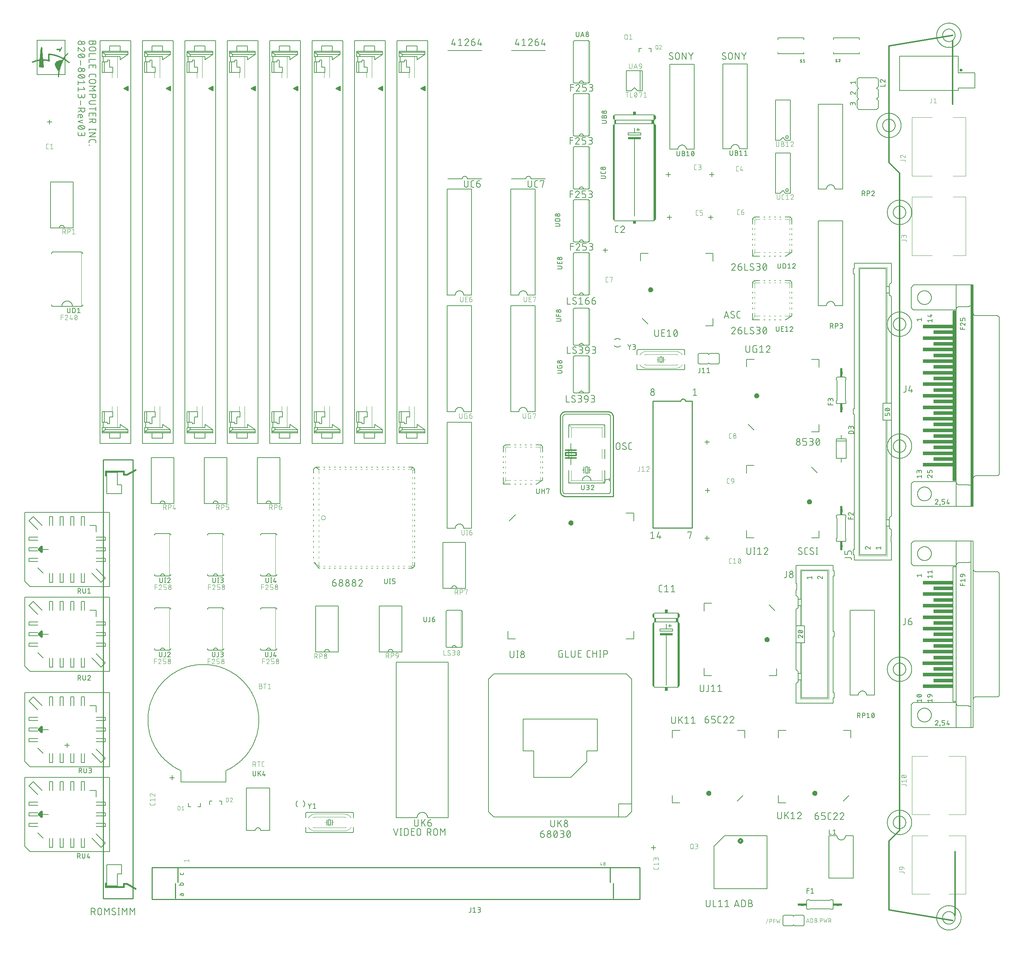
<source format=gto>
G04 EAGLE Gerber RS-274X export*
G75*
%MOMM*%
%FSLAX34Y34*%
%LPD*%
%INSilkscreen Top*%
%IPPOS*%
%AMOC8*
5,1,8,0,0,1.08239X$1,22.5*%
G01*
%ADD10C,0.304800*%
%ADD11C,0.101600*%
%ADD12C,0.152400*%
%ADD13R,0.050800X0.050800*%
%ADD14R,0.050800X0.152400*%
%ADD15R,0.050800X0.304800*%
%ADD16R,0.050800X0.355600*%
%ADD17R,0.050800X0.406400*%
%ADD18R,0.050800X8.382000*%
%ADD19R,0.050800X1.066800*%
%ADD20R,0.050800X1.828800*%
%ADD21R,0.050800X2.235200*%
%ADD22R,0.050800X2.692400*%
%ADD23R,0.050800X3.149600*%
%ADD24R,0.050800X3.606800*%
%ADD25R,0.050800X4.165600*%
%ADD26R,0.050800X4.622800*%
%ADD27R,0.050800X4.876800*%
%ADD28R,0.050800X4.927600*%
%ADD29R,0.050800X4.724400*%
%ADD30R,0.050800X4.013200*%
%ADD31R,0.050800X3.505200*%
%ADD32R,0.050800X2.844800*%
%ADD33R,0.050800X2.387600*%
%ADD34R,0.050800X2.032000*%
%ADD35R,0.050800X1.371600*%
%ADD36R,0.050800X0.711200*%
%ADD37R,0.050800X0.203200*%
%ADD38R,0.050800X1.879600*%
%ADD39R,0.050800X0.457200*%
%ADD40R,0.050800X0.660400*%
%ADD41R,0.050800X0.914400*%
%ADD42R,0.050800X1.270000*%
%ADD43R,0.050800X1.524000*%
%ADD44R,0.050800X1.676400*%
%ADD45R,0.050800X1.778000*%
%ADD46R,0.050800X1.981200*%
%ADD47R,0.050800X2.184400*%
%ADD48R,0.050800X2.336800*%
%ADD49R,0.050800X1.016000*%
%ADD50R,0.050800X3.454400*%
%ADD51R,0.050800X3.048000*%
%ADD52R,0.050800X2.743200*%
%ADD53R,0.050800X2.540000*%
%ADD54R,0.050800X2.286000*%
%ADD55R,0.050800X0.609600*%
%ADD56R,0.050800X2.133600*%
%ADD57R,0.050800X0.558800*%
%ADD58R,0.050800X1.625600*%
%ADD59R,0.050800X1.473200*%
%ADD60R,0.050800X1.219200*%
%ADD61R,0.050800X0.254000*%
%ADD62R,0.050800X0.965200*%
%ADD63R,0.050800X0.812800*%
%ADD64R,0.050800X0.762000*%
%ADD65R,0.050800X0.101600*%
%ADD66C,0.508000*%
%ADD67C,0.076200*%
%ADD68C,0.254000*%
%ADD69C,0.609600*%
%ADD70C,0.050800*%
%ADD71C,0.127000*%
%ADD72C,0.406400*%
%ADD73C,0.203200*%
%ADD74C,0.177800*%
%ADD75R,0.762000X40.640000*%
%ADD76R,0.508000X53.086000*%
%ADD77R,7.239000X0.812800*%
%ADD78R,4.699000X0.812800*%
%ADD79R,0.863600X0.609600*%
%ADD80R,0.609600X0.863600*%
%ADD81R,2.350000X0.250000*%
%ADD82R,3.048000X0.508000*%
%ADD83R,0.762000X0.762000*%
%ADD84R,0.762000X0.889000*%
%ADD85C,0.350000*%
%ADD86C,0.100000*%


D10*
X2235200Y2171700D02*
X2082800Y2146300D01*
X2082800Y1866900D01*
X2108200Y1841500D01*
X2108200Y266700D01*
X2082800Y241300D01*
X2082800Y76200D01*
X2235200Y50800D01*
X2241550Y63500D02*
X2241550Y215900D01*
X2235200Y2006600D02*
X2235200Y2159000D01*
D11*
X559308Y431292D02*
X559308Y419608D01*
X559308Y431292D02*
X562554Y431292D01*
X562667Y431290D01*
X562780Y431284D01*
X562893Y431274D01*
X563006Y431260D01*
X563118Y431243D01*
X563229Y431221D01*
X563339Y431196D01*
X563449Y431166D01*
X563557Y431133D01*
X563664Y431096D01*
X563770Y431056D01*
X563874Y431011D01*
X563977Y430963D01*
X564078Y430912D01*
X564177Y430857D01*
X564274Y430799D01*
X564369Y430737D01*
X564462Y430672D01*
X564552Y430604D01*
X564640Y430533D01*
X564726Y430458D01*
X564809Y430381D01*
X564889Y430301D01*
X564966Y430218D01*
X565041Y430132D01*
X565112Y430044D01*
X565180Y429954D01*
X565245Y429861D01*
X565307Y429766D01*
X565365Y429669D01*
X565420Y429570D01*
X565471Y429469D01*
X565519Y429366D01*
X565564Y429262D01*
X565604Y429156D01*
X565641Y429049D01*
X565674Y428941D01*
X565704Y428831D01*
X565729Y428721D01*
X565751Y428610D01*
X565768Y428498D01*
X565782Y428385D01*
X565792Y428272D01*
X565798Y428159D01*
X565800Y428046D01*
X565798Y427933D01*
X565792Y427820D01*
X565782Y427707D01*
X565768Y427594D01*
X565751Y427482D01*
X565729Y427371D01*
X565704Y427261D01*
X565674Y427151D01*
X565641Y427043D01*
X565604Y426936D01*
X565564Y426830D01*
X565519Y426726D01*
X565471Y426623D01*
X565420Y426522D01*
X565365Y426423D01*
X565307Y426326D01*
X565245Y426231D01*
X565180Y426138D01*
X565112Y426048D01*
X565041Y425960D01*
X564966Y425874D01*
X564889Y425791D01*
X564809Y425711D01*
X564726Y425634D01*
X564640Y425559D01*
X564552Y425488D01*
X564462Y425420D01*
X564369Y425355D01*
X564274Y425293D01*
X564177Y425235D01*
X564078Y425180D01*
X563977Y425129D01*
X563874Y425081D01*
X563770Y425036D01*
X563664Y424996D01*
X563557Y424959D01*
X563449Y424926D01*
X563339Y424896D01*
X563229Y424871D01*
X563118Y424849D01*
X563006Y424832D01*
X562893Y424818D01*
X562780Y424808D01*
X562667Y424802D01*
X562554Y424800D01*
X562554Y424801D02*
X559308Y424801D01*
X563203Y424801D02*
X565799Y419608D01*
X573148Y419608D02*
X573148Y431292D01*
X576393Y431292D02*
X569902Y431292D01*
X583134Y419608D02*
X585730Y419608D01*
X583134Y419608D02*
X583035Y419610D01*
X582935Y419616D01*
X582836Y419625D01*
X582738Y419638D01*
X582640Y419655D01*
X582542Y419676D01*
X582446Y419701D01*
X582351Y419729D01*
X582257Y419761D01*
X582164Y419796D01*
X582072Y419835D01*
X581982Y419878D01*
X581894Y419923D01*
X581807Y419973D01*
X581723Y420025D01*
X581640Y420081D01*
X581560Y420139D01*
X581482Y420201D01*
X581407Y420266D01*
X581334Y420334D01*
X581264Y420404D01*
X581196Y420477D01*
X581131Y420552D01*
X581069Y420630D01*
X581011Y420710D01*
X580955Y420793D01*
X580903Y420877D01*
X580853Y420964D01*
X580808Y421052D01*
X580765Y421142D01*
X580726Y421234D01*
X580691Y421327D01*
X580659Y421421D01*
X580631Y421516D01*
X580606Y421612D01*
X580585Y421710D01*
X580568Y421808D01*
X580555Y421906D01*
X580546Y422005D01*
X580540Y422105D01*
X580538Y422204D01*
X580537Y422204D02*
X580537Y428696D01*
X580538Y428696D02*
X580540Y428795D01*
X580546Y428895D01*
X580555Y428994D01*
X580568Y429092D01*
X580585Y429190D01*
X580606Y429288D01*
X580631Y429384D01*
X580659Y429479D01*
X580691Y429573D01*
X580726Y429666D01*
X580765Y429758D01*
X580808Y429848D01*
X580853Y429936D01*
X580903Y430023D01*
X580955Y430107D01*
X581011Y430190D01*
X581069Y430270D01*
X581131Y430348D01*
X581196Y430423D01*
X581264Y430496D01*
X581334Y430566D01*
X581407Y430634D01*
X581482Y430699D01*
X581560Y430761D01*
X581640Y430819D01*
X581723Y430875D01*
X581807Y430927D01*
X581894Y430977D01*
X581982Y431022D01*
X582072Y431065D01*
X582164Y431104D01*
X582256Y431139D01*
X582351Y431171D01*
X582446Y431199D01*
X582542Y431224D01*
X582640Y431245D01*
X582738Y431262D01*
X582836Y431275D01*
X582935Y431284D01*
X583035Y431290D01*
X583134Y431292D01*
X585730Y431292D01*
D12*
X896112Y271018D02*
X901531Y254762D01*
X906949Y271018D01*
X914036Y271018D02*
X914036Y254762D01*
X915842Y254762D02*
X912229Y254762D01*
X912229Y271018D02*
X915842Y271018D01*
X922546Y271018D02*
X922546Y254762D01*
X922546Y271018D02*
X927062Y271018D01*
X927193Y271016D01*
X927325Y271010D01*
X927456Y271001D01*
X927586Y270987D01*
X927717Y270970D01*
X927846Y270949D01*
X927975Y270925D01*
X928103Y270896D01*
X928231Y270864D01*
X928357Y270828D01*
X928482Y270789D01*
X928607Y270746D01*
X928729Y270699D01*
X928851Y270649D01*
X928971Y270595D01*
X929089Y270538D01*
X929205Y270477D01*
X929320Y270413D01*
X929433Y270346D01*
X929544Y270275D01*
X929652Y270201D01*
X929759Y270124D01*
X929863Y270044D01*
X929965Y269961D01*
X930064Y269876D01*
X930161Y269787D01*
X930255Y269695D01*
X930347Y269601D01*
X930436Y269504D01*
X930521Y269405D01*
X930604Y269303D01*
X930684Y269199D01*
X930761Y269092D01*
X930835Y268984D01*
X930906Y268873D01*
X930973Y268760D01*
X931037Y268645D01*
X931098Y268529D01*
X931155Y268411D01*
X931209Y268291D01*
X931259Y268169D01*
X931306Y268047D01*
X931349Y267922D01*
X931388Y267797D01*
X931424Y267671D01*
X931456Y267543D01*
X931485Y267415D01*
X931509Y267286D01*
X931530Y267157D01*
X931547Y267026D01*
X931561Y266896D01*
X931570Y266765D01*
X931576Y266633D01*
X931578Y266502D01*
X931577Y266502D02*
X931577Y259278D01*
X931578Y259278D02*
X931576Y259147D01*
X931570Y259015D01*
X931561Y258884D01*
X931547Y258754D01*
X931530Y258623D01*
X931509Y258494D01*
X931485Y258365D01*
X931456Y258237D01*
X931424Y258109D01*
X931388Y257983D01*
X931349Y257858D01*
X931306Y257733D01*
X931259Y257611D01*
X931209Y257489D01*
X931155Y257369D01*
X931098Y257251D01*
X931037Y257135D01*
X930973Y257020D01*
X930906Y256907D01*
X930835Y256796D01*
X930761Y256688D01*
X930684Y256581D01*
X930604Y256477D01*
X930521Y256375D01*
X930436Y256276D01*
X930347Y256179D01*
X930255Y256085D01*
X930161Y255993D01*
X930064Y255904D01*
X929965Y255819D01*
X929863Y255736D01*
X929759Y255656D01*
X929652Y255579D01*
X929544Y255505D01*
X929433Y255434D01*
X929320Y255367D01*
X929205Y255303D01*
X929089Y255242D01*
X928971Y255185D01*
X928851Y255131D01*
X928729Y255081D01*
X928607Y255034D01*
X928482Y254991D01*
X928357Y254952D01*
X928231Y254916D01*
X928103Y254884D01*
X927975Y254855D01*
X927846Y254831D01*
X927716Y254810D01*
X927586Y254793D01*
X927456Y254779D01*
X927325Y254770D01*
X927193Y254764D01*
X927062Y254762D01*
X922546Y254762D01*
X939249Y254762D02*
X946474Y254762D01*
X939249Y254762D02*
X939249Y271018D01*
X946474Y271018D01*
X944668Y263793D02*
X939249Y263793D01*
X952245Y266502D02*
X952245Y259278D01*
X952245Y266502D02*
X952247Y266635D01*
X952253Y266767D01*
X952263Y266899D01*
X952276Y267031D01*
X952294Y267163D01*
X952315Y267293D01*
X952340Y267424D01*
X952369Y267553D01*
X952402Y267681D01*
X952438Y267809D01*
X952478Y267935D01*
X952522Y268060D01*
X952570Y268184D01*
X952621Y268306D01*
X952676Y268427D01*
X952734Y268546D01*
X952796Y268664D01*
X952861Y268779D01*
X952930Y268893D01*
X953001Y269004D01*
X953077Y269113D01*
X953155Y269220D01*
X953236Y269325D01*
X953321Y269427D01*
X953408Y269527D01*
X953498Y269624D01*
X953591Y269719D01*
X953687Y269810D01*
X953785Y269899D01*
X953886Y269985D01*
X953990Y270068D01*
X954096Y270148D01*
X954204Y270224D01*
X954314Y270298D01*
X954427Y270368D01*
X954541Y270435D01*
X954658Y270498D01*
X954776Y270558D01*
X954896Y270615D01*
X955018Y270668D01*
X955141Y270717D01*
X955265Y270763D01*
X955391Y270805D01*
X955518Y270843D01*
X955646Y270878D01*
X955775Y270909D01*
X955904Y270936D01*
X956035Y270959D01*
X956166Y270979D01*
X956298Y270994D01*
X956430Y271006D01*
X956562Y271014D01*
X956695Y271018D01*
X956827Y271018D01*
X956960Y271014D01*
X957092Y271006D01*
X957224Y270994D01*
X957356Y270979D01*
X957487Y270959D01*
X957618Y270936D01*
X957747Y270909D01*
X957876Y270878D01*
X958004Y270843D01*
X958131Y270805D01*
X958257Y270763D01*
X958381Y270717D01*
X958504Y270668D01*
X958626Y270615D01*
X958746Y270558D01*
X958864Y270498D01*
X958981Y270435D01*
X959095Y270368D01*
X959208Y270298D01*
X959318Y270224D01*
X959426Y270148D01*
X959532Y270068D01*
X959636Y269985D01*
X959737Y269899D01*
X959835Y269810D01*
X959931Y269719D01*
X960024Y269624D01*
X960114Y269527D01*
X960201Y269427D01*
X960286Y269325D01*
X960367Y269220D01*
X960445Y269113D01*
X960521Y269004D01*
X960592Y268893D01*
X960661Y268779D01*
X960726Y268664D01*
X960788Y268546D01*
X960846Y268427D01*
X960901Y268306D01*
X960952Y268184D01*
X961000Y268060D01*
X961044Y267935D01*
X961084Y267809D01*
X961120Y267681D01*
X961153Y267553D01*
X961182Y267424D01*
X961207Y267293D01*
X961228Y267163D01*
X961246Y267031D01*
X961259Y266899D01*
X961269Y266767D01*
X961275Y266635D01*
X961277Y266502D01*
X961277Y259278D01*
X961275Y259145D01*
X961269Y259013D01*
X961259Y258881D01*
X961246Y258749D01*
X961228Y258617D01*
X961207Y258487D01*
X961182Y258356D01*
X961153Y258227D01*
X961120Y258099D01*
X961084Y257971D01*
X961044Y257845D01*
X961000Y257720D01*
X960952Y257596D01*
X960901Y257474D01*
X960846Y257353D01*
X960788Y257234D01*
X960726Y257116D01*
X960661Y257001D01*
X960592Y256887D01*
X960521Y256776D01*
X960445Y256667D01*
X960367Y256560D01*
X960286Y256455D01*
X960201Y256353D01*
X960114Y256253D01*
X960024Y256156D01*
X959931Y256061D01*
X959835Y255970D01*
X959737Y255881D01*
X959636Y255795D01*
X959532Y255712D01*
X959426Y255632D01*
X959318Y255556D01*
X959208Y255482D01*
X959095Y255412D01*
X958981Y255345D01*
X958864Y255282D01*
X958746Y255222D01*
X958626Y255165D01*
X958504Y255112D01*
X958381Y255063D01*
X958257Y255017D01*
X958131Y254975D01*
X958004Y254937D01*
X957876Y254902D01*
X957747Y254871D01*
X957618Y254844D01*
X957487Y254821D01*
X957356Y254801D01*
X957224Y254786D01*
X957092Y254774D01*
X956960Y254766D01*
X956827Y254762D01*
X956695Y254762D01*
X956562Y254766D01*
X956430Y254774D01*
X956298Y254786D01*
X956166Y254801D01*
X956035Y254821D01*
X955904Y254844D01*
X955775Y254871D01*
X955646Y254902D01*
X955518Y254937D01*
X955391Y254975D01*
X955265Y255017D01*
X955141Y255063D01*
X955018Y255112D01*
X954896Y255165D01*
X954776Y255222D01*
X954658Y255282D01*
X954541Y255345D01*
X954427Y255412D01*
X954314Y255482D01*
X954204Y255556D01*
X954096Y255632D01*
X953990Y255712D01*
X953886Y255795D01*
X953785Y255881D01*
X953687Y255970D01*
X953591Y256061D01*
X953498Y256156D01*
X953408Y256253D01*
X953321Y256353D01*
X953236Y256455D01*
X953155Y256560D01*
X953077Y256667D01*
X953001Y256776D01*
X952930Y256887D01*
X952861Y257001D01*
X952796Y257116D01*
X952734Y257234D01*
X952676Y257353D01*
X952621Y257474D01*
X952570Y257596D01*
X952522Y257720D01*
X952478Y257845D01*
X952438Y257971D01*
X952402Y258099D01*
X952369Y258227D01*
X952340Y258356D01*
X952315Y258487D01*
X952294Y258617D01*
X952276Y258749D01*
X952263Y258881D01*
X952253Y259013D01*
X952247Y259145D01*
X952245Y259278D01*
X976826Y254762D02*
X976826Y271018D01*
X981341Y271018D01*
X981474Y271016D01*
X981606Y271010D01*
X981738Y271000D01*
X981870Y270987D01*
X982002Y270969D01*
X982132Y270948D01*
X982263Y270923D01*
X982392Y270894D01*
X982520Y270861D01*
X982648Y270825D01*
X982774Y270785D01*
X982899Y270741D01*
X983023Y270693D01*
X983145Y270642D01*
X983266Y270587D01*
X983385Y270529D01*
X983503Y270467D01*
X983618Y270402D01*
X983732Y270333D01*
X983843Y270262D01*
X983952Y270186D01*
X984059Y270108D01*
X984164Y270027D01*
X984266Y269942D01*
X984366Y269855D01*
X984463Y269765D01*
X984558Y269672D01*
X984649Y269576D01*
X984738Y269478D01*
X984824Y269377D01*
X984907Y269273D01*
X984987Y269167D01*
X985063Y269059D01*
X985137Y268949D01*
X985207Y268836D01*
X985274Y268722D01*
X985337Y268605D01*
X985397Y268487D01*
X985454Y268367D01*
X985507Y268245D01*
X985556Y268122D01*
X985602Y267998D01*
X985644Y267872D01*
X985682Y267745D01*
X985717Y267617D01*
X985748Y267488D01*
X985775Y267359D01*
X985798Y267228D01*
X985818Y267097D01*
X985833Y266965D01*
X985845Y266833D01*
X985853Y266701D01*
X985857Y266568D01*
X985857Y266436D01*
X985853Y266303D01*
X985845Y266171D01*
X985833Y266039D01*
X985818Y265907D01*
X985798Y265776D01*
X985775Y265645D01*
X985748Y265516D01*
X985717Y265387D01*
X985682Y265259D01*
X985644Y265132D01*
X985602Y265006D01*
X985556Y264882D01*
X985507Y264759D01*
X985454Y264637D01*
X985397Y264517D01*
X985337Y264399D01*
X985274Y264282D01*
X985207Y264168D01*
X985137Y264055D01*
X985063Y263945D01*
X984987Y263837D01*
X984907Y263731D01*
X984824Y263627D01*
X984738Y263526D01*
X984649Y263428D01*
X984558Y263332D01*
X984463Y263239D01*
X984366Y263149D01*
X984266Y263062D01*
X984164Y262977D01*
X984059Y262896D01*
X983952Y262818D01*
X983843Y262742D01*
X983732Y262671D01*
X983618Y262602D01*
X983503Y262537D01*
X983385Y262475D01*
X983266Y262417D01*
X983145Y262362D01*
X983023Y262311D01*
X982899Y262263D01*
X982774Y262219D01*
X982648Y262179D01*
X982520Y262143D01*
X982392Y262110D01*
X982263Y262081D01*
X982132Y262056D01*
X982002Y262035D01*
X981870Y262017D01*
X981738Y262004D01*
X981606Y261994D01*
X981474Y261988D01*
X981341Y261986D01*
X981341Y261987D02*
X976826Y261987D01*
X982245Y261987D02*
X985857Y254762D01*
X992366Y259278D02*
X992366Y266502D01*
X992365Y266502D02*
X992367Y266635D01*
X992373Y266767D01*
X992383Y266899D01*
X992396Y267031D01*
X992414Y267163D01*
X992435Y267293D01*
X992460Y267424D01*
X992489Y267553D01*
X992522Y267681D01*
X992558Y267809D01*
X992598Y267935D01*
X992642Y268060D01*
X992690Y268184D01*
X992741Y268306D01*
X992796Y268427D01*
X992854Y268546D01*
X992916Y268664D01*
X992981Y268779D01*
X993050Y268893D01*
X993121Y269004D01*
X993197Y269113D01*
X993275Y269220D01*
X993356Y269325D01*
X993441Y269427D01*
X993528Y269527D01*
X993618Y269624D01*
X993711Y269719D01*
X993807Y269810D01*
X993905Y269899D01*
X994006Y269985D01*
X994110Y270068D01*
X994216Y270148D01*
X994324Y270224D01*
X994434Y270298D01*
X994547Y270368D01*
X994661Y270435D01*
X994778Y270498D01*
X994896Y270558D01*
X995016Y270615D01*
X995138Y270668D01*
X995261Y270717D01*
X995385Y270763D01*
X995511Y270805D01*
X995638Y270843D01*
X995766Y270878D01*
X995895Y270909D01*
X996024Y270936D01*
X996155Y270959D01*
X996286Y270979D01*
X996418Y270994D01*
X996550Y271006D01*
X996682Y271014D01*
X996815Y271018D01*
X996947Y271018D01*
X997080Y271014D01*
X997212Y271006D01*
X997344Y270994D01*
X997476Y270979D01*
X997607Y270959D01*
X997738Y270936D01*
X997867Y270909D01*
X997996Y270878D01*
X998124Y270843D01*
X998251Y270805D01*
X998377Y270763D01*
X998501Y270717D01*
X998624Y270668D01*
X998746Y270615D01*
X998866Y270558D01*
X998984Y270498D01*
X999101Y270435D01*
X999215Y270368D01*
X999328Y270298D01*
X999438Y270224D01*
X999546Y270148D01*
X999652Y270068D01*
X999756Y269985D01*
X999857Y269899D01*
X999955Y269810D01*
X1000051Y269719D01*
X1000144Y269624D01*
X1000234Y269527D01*
X1000321Y269427D01*
X1000406Y269325D01*
X1000487Y269220D01*
X1000565Y269113D01*
X1000641Y269004D01*
X1000712Y268893D01*
X1000781Y268779D01*
X1000846Y268664D01*
X1000908Y268546D01*
X1000966Y268427D01*
X1001021Y268306D01*
X1001072Y268184D01*
X1001120Y268060D01*
X1001164Y267935D01*
X1001204Y267809D01*
X1001240Y267681D01*
X1001273Y267553D01*
X1001302Y267424D01*
X1001327Y267293D01*
X1001348Y267163D01*
X1001366Y267031D01*
X1001379Y266899D01*
X1001389Y266767D01*
X1001395Y266635D01*
X1001397Y266502D01*
X1001397Y259278D01*
X1001395Y259145D01*
X1001389Y259013D01*
X1001379Y258881D01*
X1001366Y258749D01*
X1001348Y258617D01*
X1001327Y258487D01*
X1001302Y258356D01*
X1001273Y258227D01*
X1001240Y258099D01*
X1001204Y257971D01*
X1001164Y257845D01*
X1001120Y257720D01*
X1001072Y257596D01*
X1001021Y257474D01*
X1000966Y257353D01*
X1000908Y257234D01*
X1000846Y257116D01*
X1000781Y257001D01*
X1000712Y256887D01*
X1000641Y256776D01*
X1000565Y256667D01*
X1000487Y256560D01*
X1000406Y256455D01*
X1000321Y256353D01*
X1000234Y256253D01*
X1000144Y256156D01*
X1000051Y256061D01*
X999955Y255970D01*
X999857Y255881D01*
X999756Y255795D01*
X999652Y255712D01*
X999546Y255632D01*
X999438Y255556D01*
X999328Y255482D01*
X999215Y255412D01*
X999101Y255345D01*
X998984Y255282D01*
X998866Y255222D01*
X998746Y255165D01*
X998624Y255112D01*
X998501Y255063D01*
X998377Y255017D01*
X998251Y254975D01*
X998124Y254937D01*
X997996Y254902D01*
X997867Y254871D01*
X997738Y254844D01*
X997607Y254821D01*
X997476Y254801D01*
X997344Y254786D01*
X997212Y254774D01*
X997080Y254766D01*
X996947Y254762D01*
X996815Y254762D01*
X996682Y254766D01*
X996550Y254774D01*
X996418Y254786D01*
X996286Y254801D01*
X996155Y254821D01*
X996024Y254844D01*
X995895Y254871D01*
X995766Y254902D01*
X995638Y254937D01*
X995511Y254975D01*
X995385Y255017D01*
X995261Y255063D01*
X995138Y255112D01*
X995016Y255165D01*
X994896Y255222D01*
X994778Y255282D01*
X994661Y255345D01*
X994547Y255412D01*
X994434Y255482D01*
X994324Y255556D01*
X994216Y255632D01*
X994110Y255712D01*
X994006Y255795D01*
X993905Y255881D01*
X993807Y255970D01*
X993711Y256061D01*
X993618Y256156D01*
X993528Y256253D01*
X993441Y256353D01*
X993356Y256455D01*
X993275Y256560D01*
X993197Y256667D01*
X993121Y256776D01*
X993050Y256887D01*
X992981Y257001D01*
X992916Y257116D01*
X992854Y257234D01*
X992796Y257353D01*
X992741Y257474D01*
X992690Y257596D01*
X992642Y257720D01*
X992598Y257845D01*
X992558Y257971D01*
X992522Y258099D01*
X992489Y258227D01*
X992460Y258356D01*
X992435Y258487D01*
X992414Y258617D01*
X992396Y258749D01*
X992383Y258881D01*
X992373Y259013D01*
X992367Y259145D01*
X992365Y259278D01*
X1008657Y254762D02*
X1008657Y271018D01*
X1014075Y261987D01*
X1019494Y271018D01*
X1019494Y254762D01*
X1248482Y258713D02*
X1253901Y258713D01*
X1254019Y258711D01*
X1254137Y258705D01*
X1254255Y258696D01*
X1254372Y258682D01*
X1254489Y258665D01*
X1254606Y258644D01*
X1254721Y258619D01*
X1254836Y258590D01*
X1254950Y258557D01*
X1255062Y258521D01*
X1255173Y258481D01*
X1255283Y258438D01*
X1255392Y258391D01*
X1255499Y258341D01*
X1255604Y258286D01*
X1255707Y258229D01*
X1255808Y258168D01*
X1255908Y258104D01*
X1256005Y258037D01*
X1256100Y257967D01*
X1256192Y257893D01*
X1256283Y257817D01*
X1256370Y257737D01*
X1256455Y257655D01*
X1256537Y257570D01*
X1256617Y257483D01*
X1256693Y257392D01*
X1256767Y257300D01*
X1256837Y257205D01*
X1256904Y257108D01*
X1256968Y257008D01*
X1257029Y256907D01*
X1257086Y256804D01*
X1257141Y256699D01*
X1257191Y256592D01*
X1257238Y256483D01*
X1257281Y256373D01*
X1257321Y256262D01*
X1257357Y256150D01*
X1257390Y256036D01*
X1257419Y255921D01*
X1257444Y255806D01*
X1257465Y255689D01*
X1257482Y255572D01*
X1257496Y255455D01*
X1257505Y255337D01*
X1257511Y255219D01*
X1257513Y255101D01*
X1257513Y254198D01*
X1257514Y254198D02*
X1257512Y254065D01*
X1257506Y253933D01*
X1257496Y253801D01*
X1257483Y253669D01*
X1257465Y253537D01*
X1257444Y253407D01*
X1257419Y253276D01*
X1257390Y253147D01*
X1257357Y253019D01*
X1257321Y252891D01*
X1257281Y252765D01*
X1257237Y252640D01*
X1257189Y252516D01*
X1257138Y252394D01*
X1257083Y252273D01*
X1257025Y252154D01*
X1256963Y252036D01*
X1256898Y251921D01*
X1256829Y251807D01*
X1256758Y251696D01*
X1256682Y251587D01*
X1256604Y251480D01*
X1256523Y251375D01*
X1256438Y251273D01*
X1256351Y251173D01*
X1256261Y251076D01*
X1256168Y250981D01*
X1256072Y250890D01*
X1255974Y250801D01*
X1255873Y250715D01*
X1255769Y250632D01*
X1255663Y250552D01*
X1255555Y250476D01*
X1255445Y250402D01*
X1255332Y250332D01*
X1255218Y250265D01*
X1255101Y250202D01*
X1254983Y250142D01*
X1254863Y250085D01*
X1254741Y250032D01*
X1254618Y249983D01*
X1254494Y249937D01*
X1254368Y249895D01*
X1254241Y249857D01*
X1254113Y249822D01*
X1253984Y249791D01*
X1253855Y249764D01*
X1253724Y249741D01*
X1253593Y249721D01*
X1253461Y249706D01*
X1253329Y249694D01*
X1253197Y249686D01*
X1253064Y249682D01*
X1252932Y249682D01*
X1252799Y249686D01*
X1252667Y249694D01*
X1252535Y249706D01*
X1252403Y249721D01*
X1252272Y249741D01*
X1252141Y249764D01*
X1252012Y249791D01*
X1251883Y249822D01*
X1251755Y249857D01*
X1251628Y249895D01*
X1251502Y249937D01*
X1251378Y249983D01*
X1251255Y250032D01*
X1251133Y250085D01*
X1251013Y250142D01*
X1250895Y250202D01*
X1250778Y250265D01*
X1250664Y250332D01*
X1250551Y250402D01*
X1250441Y250476D01*
X1250333Y250552D01*
X1250227Y250632D01*
X1250123Y250715D01*
X1250022Y250801D01*
X1249924Y250890D01*
X1249828Y250981D01*
X1249735Y251076D01*
X1249645Y251173D01*
X1249558Y251273D01*
X1249473Y251375D01*
X1249392Y251480D01*
X1249314Y251587D01*
X1249238Y251696D01*
X1249167Y251807D01*
X1249098Y251921D01*
X1249033Y252036D01*
X1248971Y252154D01*
X1248913Y252273D01*
X1248858Y252394D01*
X1248807Y252516D01*
X1248759Y252640D01*
X1248715Y252765D01*
X1248675Y252891D01*
X1248639Y253019D01*
X1248606Y253147D01*
X1248577Y253276D01*
X1248552Y253407D01*
X1248531Y253537D01*
X1248513Y253669D01*
X1248500Y253801D01*
X1248490Y253933D01*
X1248484Y254065D01*
X1248482Y254198D01*
X1248482Y258713D01*
X1248484Y258890D01*
X1248491Y259068D01*
X1248502Y259245D01*
X1248517Y259421D01*
X1248536Y259597D01*
X1248560Y259773D01*
X1248588Y259948D01*
X1248621Y260123D01*
X1248658Y260296D01*
X1248699Y260469D01*
X1248744Y260640D01*
X1248793Y260810D01*
X1248847Y260979D01*
X1248904Y261147D01*
X1248966Y261313D01*
X1249032Y261478D01*
X1249102Y261641D01*
X1249176Y261802D01*
X1249253Y261961D01*
X1249335Y262119D01*
X1249421Y262274D01*
X1249510Y262427D01*
X1249603Y262578D01*
X1249700Y262727D01*
X1249800Y262873D01*
X1249904Y263017D01*
X1250011Y263158D01*
X1250122Y263296D01*
X1250236Y263432D01*
X1250354Y263565D01*
X1250474Y263695D01*
X1250598Y263822D01*
X1250725Y263946D01*
X1250855Y264066D01*
X1250988Y264184D01*
X1251123Y264298D01*
X1251262Y264409D01*
X1251403Y264516D01*
X1251547Y264620D01*
X1251693Y264720D01*
X1251842Y264817D01*
X1251993Y264910D01*
X1252146Y264999D01*
X1252301Y265085D01*
X1252459Y265167D01*
X1252618Y265244D01*
X1252779Y265318D01*
X1252942Y265388D01*
X1253107Y265454D01*
X1253273Y265516D01*
X1253441Y265573D01*
X1253610Y265627D01*
X1253780Y265676D01*
X1253951Y265721D01*
X1254124Y265762D01*
X1254297Y265799D01*
X1254472Y265832D01*
X1254647Y265860D01*
X1254823Y265884D01*
X1254999Y265903D01*
X1255175Y265918D01*
X1255352Y265929D01*
X1255530Y265936D01*
X1255707Y265938D01*
X1264113Y254198D02*
X1264115Y254331D01*
X1264121Y254463D01*
X1264131Y254595D01*
X1264144Y254727D01*
X1264162Y254859D01*
X1264183Y254989D01*
X1264208Y255120D01*
X1264237Y255249D01*
X1264270Y255377D01*
X1264306Y255505D01*
X1264346Y255631D01*
X1264390Y255756D01*
X1264438Y255880D01*
X1264489Y256002D01*
X1264544Y256123D01*
X1264602Y256242D01*
X1264664Y256360D01*
X1264729Y256475D01*
X1264798Y256589D01*
X1264869Y256700D01*
X1264945Y256809D01*
X1265023Y256916D01*
X1265104Y257021D01*
X1265189Y257123D01*
X1265276Y257223D01*
X1265366Y257320D01*
X1265459Y257415D01*
X1265555Y257506D01*
X1265653Y257595D01*
X1265754Y257681D01*
X1265858Y257764D01*
X1265964Y257844D01*
X1266072Y257920D01*
X1266182Y257994D01*
X1266295Y258064D01*
X1266409Y258131D01*
X1266526Y258194D01*
X1266644Y258254D01*
X1266764Y258311D01*
X1266886Y258364D01*
X1267009Y258413D01*
X1267133Y258459D01*
X1267259Y258501D01*
X1267386Y258539D01*
X1267514Y258574D01*
X1267643Y258605D01*
X1267772Y258632D01*
X1267903Y258655D01*
X1268034Y258675D01*
X1268166Y258690D01*
X1268298Y258702D01*
X1268430Y258710D01*
X1268563Y258714D01*
X1268695Y258714D01*
X1268828Y258710D01*
X1268960Y258702D01*
X1269092Y258690D01*
X1269224Y258675D01*
X1269355Y258655D01*
X1269486Y258632D01*
X1269615Y258605D01*
X1269744Y258574D01*
X1269872Y258539D01*
X1269999Y258501D01*
X1270125Y258459D01*
X1270249Y258413D01*
X1270372Y258364D01*
X1270494Y258311D01*
X1270614Y258254D01*
X1270732Y258194D01*
X1270849Y258131D01*
X1270963Y258064D01*
X1271076Y257994D01*
X1271186Y257920D01*
X1271294Y257844D01*
X1271400Y257764D01*
X1271504Y257681D01*
X1271605Y257595D01*
X1271703Y257506D01*
X1271799Y257415D01*
X1271892Y257320D01*
X1271982Y257223D01*
X1272069Y257123D01*
X1272154Y257021D01*
X1272235Y256916D01*
X1272313Y256809D01*
X1272389Y256700D01*
X1272460Y256589D01*
X1272529Y256475D01*
X1272594Y256360D01*
X1272656Y256242D01*
X1272714Y256123D01*
X1272769Y256002D01*
X1272820Y255880D01*
X1272868Y255756D01*
X1272912Y255631D01*
X1272952Y255505D01*
X1272988Y255377D01*
X1273021Y255249D01*
X1273050Y255120D01*
X1273075Y254989D01*
X1273096Y254859D01*
X1273114Y254727D01*
X1273127Y254595D01*
X1273137Y254463D01*
X1273143Y254331D01*
X1273145Y254198D01*
X1273143Y254065D01*
X1273137Y253933D01*
X1273127Y253801D01*
X1273114Y253669D01*
X1273096Y253537D01*
X1273075Y253407D01*
X1273050Y253276D01*
X1273021Y253147D01*
X1272988Y253019D01*
X1272952Y252891D01*
X1272912Y252765D01*
X1272868Y252640D01*
X1272820Y252516D01*
X1272769Y252394D01*
X1272714Y252273D01*
X1272656Y252154D01*
X1272594Y252036D01*
X1272529Y251921D01*
X1272460Y251807D01*
X1272389Y251696D01*
X1272313Y251587D01*
X1272235Y251480D01*
X1272154Y251375D01*
X1272069Y251273D01*
X1271982Y251173D01*
X1271892Y251076D01*
X1271799Y250981D01*
X1271703Y250890D01*
X1271605Y250801D01*
X1271504Y250715D01*
X1271400Y250632D01*
X1271294Y250552D01*
X1271186Y250476D01*
X1271076Y250402D01*
X1270963Y250332D01*
X1270849Y250265D01*
X1270732Y250202D01*
X1270614Y250142D01*
X1270494Y250085D01*
X1270372Y250032D01*
X1270249Y249983D01*
X1270125Y249937D01*
X1269999Y249895D01*
X1269872Y249857D01*
X1269744Y249822D01*
X1269615Y249791D01*
X1269486Y249764D01*
X1269355Y249741D01*
X1269224Y249721D01*
X1269092Y249706D01*
X1268960Y249694D01*
X1268828Y249686D01*
X1268695Y249682D01*
X1268563Y249682D01*
X1268430Y249686D01*
X1268298Y249694D01*
X1268166Y249706D01*
X1268034Y249721D01*
X1267903Y249741D01*
X1267772Y249764D01*
X1267643Y249791D01*
X1267514Y249822D01*
X1267386Y249857D01*
X1267259Y249895D01*
X1267133Y249937D01*
X1267009Y249983D01*
X1266886Y250032D01*
X1266764Y250085D01*
X1266644Y250142D01*
X1266526Y250202D01*
X1266409Y250265D01*
X1266295Y250332D01*
X1266182Y250402D01*
X1266072Y250476D01*
X1265964Y250552D01*
X1265858Y250632D01*
X1265754Y250715D01*
X1265653Y250801D01*
X1265555Y250890D01*
X1265459Y250981D01*
X1265366Y251076D01*
X1265276Y251173D01*
X1265189Y251273D01*
X1265104Y251375D01*
X1265023Y251480D01*
X1264945Y251587D01*
X1264869Y251696D01*
X1264798Y251807D01*
X1264729Y251921D01*
X1264664Y252036D01*
X1264602Y252154D01*
X1264544Y252273D01*
X1264489Y252394D01*
X1264438Y252516D01*
X1264390Y252640D01*
X1264346Y252765D01*
X1264306Y252891D01*
X1264270Y253019D01*
X1264237Y253147D01*
X1264208Y253276D01*
X1264183Y253407D01*
X1264162Y253537D01*
X1264144Y253669D01*
X1264131Y253801D01*
X1264121Y253933D01*
X1264115Y254065D01*
X1264113Y254198D01*
X1265017Y262326D02*
X1265019Y262445D01*
X1265025Y262565D01*
X1265035Y262684D01*
X1265049Y262802D01*
X1265066Y262921D01*
X1265088Y263038D01*
X1265113Y263155D01*
X1265143Y263270D01*
X1265176Y263385D01*
X1265213Y263499D01*
X1265253Y263611D01*
X1265298Y263722D01*
X1265346Y263831D01*
X1265397Y263939D01*
X1265452Y264045D01*
X1265511Y264149D01*
X1265573Y264251D01*
X1265638Y264351D01*
X1265707Y264449D01*
X1265779Y264545D01*
X1265854Y264638D01*
X1265931Y264728D01*
X1266012Y264816D01*
X1266096Y264901D01*
X1266183Y264983D01*
X1266272Y265063D01*
X1266364Y265139D01*
X1266458Y265213D01*
X1266555Y265283D01*
X1266653Y265350D01*
X1266754Y265414D01*
X1266858Y265474D01*
X1266963Y265531D01*
X1267070Y265584D01*
X1267178Y265634D01*
X1267288Y265680D01*
X1267400Y265722D01*
X1267513Y265761D01*
X1267627Y265796D01*
X1267742Y265827D01*
X1267859Y265855D01*
X1267976Y265878D01*
X1268093Y265898D01*
X1268212Y265914D01*
X1268331Y265926D01*
X1268450Y265934D01*
X1268569Y265938D01*
X1268689Y265938D01*
X1268808Y265934D01*
X1268927Y265926D01*
X1269046Y265914D01*
X1269165Y265898D01*
X1269282Y265878D01*
X1269399Y265855D01*
X1269516Y265827D01*
X1269631Y265796D01*
X1269745Y265761D01*
X1269858Y265722D01*
X1269970Y265680D01*
X1270080Y265634D01*
X1270188Y265584D01*
X1270295Y265531D01*
X1270400Y265474D01*
X1270504Y265414D01*
X1270605Y265350D01*
X1270703Y265283D01*
X1270800Y265213D01*
X1270894Y265139D01*
X1270986Y265063D01*
X1271075Y264983D01*
X1271162Y264901D01*
X1271246Y264816D01*
X1271327Y264728D01*
X1271404Y264638D01*
X1271479Y264545D01*
X1271551Y264449D01*
X1271620Y264351D01*
X1271685Y264251D01*
X1271747Y264149D01*
X1271806Y264045D01*
X1271861Y263939D01*
X1271912Y263831D01*
X1271960Y263722D01*
X1272005Y263611D01*
X1272045Y263499D01*
X1272082Y263385D01*
X1272115Y263270D01*
X1272145Y263155D01*
X1272170Y263038D01*
X1272192Y262921D01*
X1272209Y262802D01*
X1272223Y262684D01*
X1272233Y262565D01*
X1272239Y262445D01*
X1272241Y262326D01*
X1272239Y262207D01*
X1272233Y262087D01*
X1272223Y261968D01*
X1272209Y261850D01*
X1272192Y261731D01*
X1272170Y261614D01*
X1272145Y261497D01*
X1272115Y261382D01*
X1272082Y261267D01*
X1272045Y261153D01*
X1272005Y261041D01*
X1271960Y260930D01*
X1271912Y260821D01*
X1271861Y260713D01*
X1271806Y260607D01*
X1271747Y260503D01*
X1271685Y260401D01*
X1271620Y260301D01*
X1271551Y260203D01*
X1271479Y260107D01*
X1271404Y260014D01*
X1271327Y259924D01*
X1271246Y259836D01*
X1271162Y259751D01*
X1271075Y259669D01*
X1270986Y259589D01*
X1270894Y259513D01*
X1270800Y259439D01*
X1270703Y259369D01*
X1270605Y259302D01*
X1270504Y259238D01*
X1270400Y259178D01*
X1270295Y259121D01*
X1270188Y259068D01*
X1270080Y259018D01*
X1269970Y258972D01*
X1269858Y258930D01*
X1269745Y258891D01*
X1269631Y258856D01*
X1269516Y258825D01*
X1269399Y258797D01*
X1269282Y258774D01*
X1269165Y258754D01*
X1269046Y258738D01*
X1268927Y258726D01*
X1268808Y258718D01*
X1268689Y258714D01*
X1268569Y258714D01*
X1268450Y258718D01*
X1268331Y258726D01*
X1268212Y258738D01*
X1268093Y258754D01*
X1267976Y258774D01*
X1267859Y258797D01*
X1267742Y258825D01*
X1267627Y258856D01*
X1267513Y258891D01*
X1267400Y258930D01*
X1267288Y258972D01*
X1267178Y259018D01*
X1267070Y259068D01*
X1266963Y259121D01*
X1266858Y259178D01*
X1266754Y259238D01*
X1266653Y259302D01*
X1266555Y259369D01*
X1266458Y259439D01*
X1266364Y259513D01*
X1266272Y259589D01*
X1266183Y259669D01*
X1266096Y259751D01*
X1266012Y259836D01*
X1265931Y259924D01*
X1265854Y260014D01*
X1265779Y260107D01*
X1265707Y260203D01*
X1265638Y260301D01*
X1265573Y260401D01*
X1265511Y260503D01*
X1265452Y260607D01*
X1265397Y260713D01*
X1265346Y260821D01*
X1265298Y260930D01*
X1265253Y261041D01*
X1265213Y261153D01*
X1265176Y261267D01*
X1265143Y261382D01*
X1265113Y261497D01*
X1265088Y261614D01*
X1265066Y261731D01*
X1265049Y261850D01*
X1265035Y261968D01*
X1265025Y262087D01*
X1265019Y262207D01*
X1265017Y262326D01*
X1279745Y257810D02*
X1279749Y258130D01*
X1279760Y258449D01*
X1279779Y258769D01*
X1279806Y259087D01*
X1279840Y259405D01*
X1279882Y259722D01*
X1279932Y260038D01*
X1279989Y260353D01*
X1280053Y260666D01*
X1280125Y260978D01*
X1280204Y261288D01*
X1280291Y261595D01*
X1280385Y261901D01*
X1280486Y262204D01*
X1280595Y262505D01*
X1280710Y262803D01*
X1280833Y263099D01*
X1280963Y263391D01*
X1281100Y263680D01*
X1281099Y263681D02*
X1281138Y263789D01*
X1281181Y263896D01*
X1281227Y264001D01*
X1281278Y264105D01*
X1281331Y264207D01*
X1281388Y264307D01*
X1281449Y264405D01*
X1281513Y264500D01*
X1281580Y264594D01*
X1281651Y264685D01*
X1281724Y264774D01*
X1281801Y264860D01*
X1281880Y264943D01*
X1281962Y265024D01*
X1282047Y265102D01*
X1282135Y265176D01*
X1282225Y265248D01*
X1282317Y265316D01*
X1282412Y265382D01*
X1282509Y265444D01*
X1282608Y265502D01*
X1282710Y265558D01*
X1282812Y265609D01*
X1282917Y265657D01*
X1283023Y265702D01*
X1283131Y265743D01*
X1283240Y265780D01*
X1283350Y265813D01*
X1283462Y265842D01*
X1283574Y265868D01*
X1283687Y265890D01*
X1283801Y265907D01*
X1283915Y265921D01*
X1284030Y265931D01*
X1284145Y265937D01*
X1284260Y265939D01*
X1284260Y265938D02*
X1284375Y265936D01*
X1284490Y265930D01*
X1284605Y265920D01*
X1284719Y265906D01*
X1284833Y265889D01*
X1284946Y265867D01*
X1285058Y265841D01*
X1285170Y265812D01*
X1285280Y265779D01*
X1285389Y265742D01*
X1285497Y265701D01*
X1285603Y265656D01*
X1285708Y265608D01*
X1285810Y265557D01*
X1285911Y265501D01*
X1286011Y265443D01*
X1286108Y265381D01*
X1286202Y265316D01*
X1286295Y265247D01*
X1286385Y265175D01*
X1286473Y265101D01*
X1286558Y265023D01*
X1286640Y264942D01*
X1286719Y264859D01*
X1286796Y264773D01*
X1286869Y264684D01*
X1286940Y264593D01*
X1287007Y264499D01*
X1287071Y264404D01*
X1287132Y264306D01*
X1287189Y264206D01*
X1287242Y264104D01*
X1287293Y264000D01*
X1287339Y263895D01*
X1287382Y263788D01*
X1287421Y263680D01*
X1287420Y263680D02*
X1287557Y263391D01*
X1287687Y263099D01*
X1287810Y262803D01*
X1287925Y262505D01*
X1288034Y262204D01*
X1288135Y261901D01*
X1288229Y261595D01*
X1288316Y261288D01*
X1288395Y260978D01*
X1288467Y260666D01*
X1288531Y260353D01*
X1288588Y260038D01*
X1288638Y259722D01*
X1288680Y259405D01*
X1288714Y259087D01*
X1288741Y258769D01*
X1288760Y258449D01*
X1288771Y258130D01*
X1288775Y257810D01*
X1279745Y257810D02*
X1279749Y257490D01*
X1279760Y257171D01*
X1279779Y256851D01*
X1279806Y256533D01*
X1279840Y256215D01*
X1279882Y255898D01*
X1279932Y255582D01*
X1279989Y255267D01*
X1280053Y254954D01*
X1280125Y254642D01*
X1280204Y254332D01*
X1280291Y254025D01*
X1280385Y253719D01*
X1280486Y253416D01*
X1280595Y253115D01*
X1280710Y252817D01*
X1280833Y252521D01*
X1280963Y252229D01*
X1281100Y251940D01*
X1281099Y251940D02*
X1281138Y251832D01*
X1281181Y251725D01*
X1281227Y251620D01*
X1281278Y251516D01*
X1281331Y251414D01*
X1281388Y251314D01*
X1281449Y251216D01*
X1281513Y251121D01*
X1281580Y251027D01*
X1281651Y250936D01*
X1281724Y250847D01*
X1281801Y250761D01*
X1281880Y250678D01*
X1281962Y250597D01*
X1282047Y250519D01*
X1282135Y250445D01*
X1282225Y250373D01*
X1282318Y250304D01*
X1282412Y250239D01*
X1282509Y250177D01*
X1282609Y250119D01*
X1282710Y250063D01*
X1282812Y250012D01*
X1282917Y249964D01*
X1283023Y249919D01*
X1283131Y249878D01*
X1283240Y249841D01*
X1283350Y249808D01*
X1283462Y249779D01*
X1283574Y249753D01*
X1283687Y249731D01*
X1283801Y249714D01*
X1283915Y249700D01*
X1284030Y249690D01*
X1284145Y249684D01*
X1284260Y249682D01*
X1287420Y251940D02*
X1287557Y252229D01*
X1287687Y252521D01*
X1287810Y252817D01*
X1287925Y253115D01*
X1288034Y253416D01*
X1288135Y253719D01*
X1288229Y254025D01*
X1288316Y254332D01*
X1288395Y254642D01*
X1288467Y254954D01*
X1288531Y255267D01*
X1288588Y255582D01*
X1288638Y255898D01*
X1288680Y256215D01*
X1288714Y256533D01*
X1288741Y256851D01*
X1288760Y257171D01*
X1288771Y257490D01*
X1288775Y257810D01*
X1287421Y251940D02*
X1287382Y251832D01*
X1287339Y251725D01*
X1287293Y251620D01*
X1287242Y251516D01*
X1287189Y251414D01*
X1287132Y251314D01*
X1287071Y251216D01*
X1287007Y251121D01*
X1286940Y251027D01*
X1286869Y250936D01*
X1286796Y250847D01*
X1286719Y250761D01*
X1286640Y250678D01*
X1286558Y250597D01*
X1286473Y250519D01*
X1286385Y250445D01*
X1286295Y250373D01*
X1286202Y250304D01*
X1286108Y250239D01*
X1286011Y250177D01*
X1285911Y250119D01*
X1285810Y250063D01*
X1285707Y250012D01*
X1285603Y249964D01*
X1285497Y249919D01*
X1285389Y249878D01*
X1285280Y249841D01*
X1285170Y249808D01*
X1285058Y249779D01*
X1284946Y249753D01*
X1284833Y249731D01*
X1284719Y249714D01*
X1284605Y249700D01*
X1284490Y249690D01*
X1284375Y249684D01*
X1284260Y249682D01*
X1280648Y253294D02*
X1287872Y262326D01*
X1295376Y249682D02*
X1299891Y249682D01*
X1300024Y249684D01*
X1300156Y249690D01*
X1300288Y249700D01*
X1300420Y249713D01*
X1300552Y249731D01*
X1300682Y249752D01*
X1300813Y249777D01*
X1300942Y249806D01*
X1301070Y249839D01*
X1301198Y249875D01*
X1301324Y249915D01*
X1301449Y249959D01*
X1301573Y250007D01*
X1301695Y250058D01*
X1301816Y250113D01*
X1301935Y250171D01*
X1302053Y250233D01*
X1302168Y250298D01*
X1302282Y250367D01*
X1302393Y250438D01*
X1302502Y250514D01*
X1302609Y250592D01*
X1302714Y250673D01*
X1302816Y250758D01*
X1302916Y250845D01*
X1303013Y250935D01*
X1303108Y251028D01*
X1303199Y251124D01*
X1303288Y251222D01*
X1303374Y251323D01*
X1303457Y251427D01*
X1303537Y251533D01*
X1303613Y251641D01*
X1303687Y251751D01*
X1303757Y251864D01*
X1303824Y251978D01*
X1303887Y252095D01*
X1303947Y252213D01*
X1304004Y252333D01*
X1304057Y252455D01*
X1304106Y252578D01*
X1304152Y252702D01*
X1304194Y252828D01*
X1304232Y252955D01*
X1304267Y253083D01*
X1304298Y253212D01*
X1304325Y253341D01*
X1304348Y253472D01*
X1304368Y253603D01*
X1304383Y253735D01*
X1304395Y253867D01*
X1304403Y253999D01*
X1304407Y254132D01*
X1304407Y254264D01*
X1304403Y254397D01*
X1304395Y254529D01*
X1304383Y254661D01*
X1304368Y254793D01*
X1304348Y254924D01*
X1304325Y255055D01*
X1304298Y255184D01*
X1304267Y255313D01*
X1304232Y255441D01*
X1304194Y255568D01*
X1304152Y255694D01*
X1304106Y255818D01*
X1304057Y255941D01*
X1304004Y256063D01*
X1303947Y256183D01*
X1303887Y256301D01*
X1303824Y256418D01*
X1303757Y256532D01*
X1303687Y256645D01*
X1303613Y256755D01*
X1303537Y256863D01*
X1303457Y256969D01*
X1303374Y257073D01*
X1303288Y257174D01*
X1303199Y257272D01*
X1303108Y257368D01*
X1303013Y257461D01*
X1302916Y257551D01*
X1302816Y257638D01*
X1302714Y257723D01*
X1302609Y257804D01*
X1302502Y257882D01*
X1302393Y257958D01*
X1302282Y258029D01*
X1302168Y258098D01*
X1302053Y258163D01*
X1301935Y258225D01*
X1301816Y258283D01*
X1301695Y258338D01*
X1301573Y258389D01*
X1301449Y258437D01*
X1301324Y258481D01*
X1301198Y258521D01*
X1301070Y258557D01*
X1300942Y258590D01*
X1300813Y258619D01*
X1300682Y258644D01*
X1300552Y258665D01*
X1300420Y258683D01*
X1300288Y258696D01*
X1300156Y258706D01*
X1300024Y258712D01*
X1299891Y258714D01*
X1300794Y265938D02*
X1295376Y265938D01*
X1300794Y265938D02*
X1300913Y265936D01*
X1301033Y265930D01*
X1301152Y265920D01*
X1301270Y265906D01*
X1301389Y265889D01*
X1301506Y265867D01*
X1301623Y265842D01*
X1301738Y265812D01*
X1301853Y265779D01*
X1301967Y265742D01*
X1302079Y265702D01*
X1302190Y265657D01*
X1302299Y265609D01*
X1302407Y265558D01*
X1302513Y265503D01*
X1302617Y265444D01*
X1302719Y265382D01*
X1302819Y265317D01*
X1302917Y265248D01*
X1303013Y265176D01*
X1303106Y265101D01*
X1303196Y265024D01*
X1303284Y264943D01*
X1303369Y264859D01*
X1303451Y264772D01*
X1303531Y264683D01*
X1303607Y264591D01*
X1303681Y264497D01*
X1303751Y264400D01*
X1303818Y264302D01*
X1303882Y264201D01*
X1303942Y264097D01*
X1303999Y263992D01*
X1304052Y263885D01*
X1304102Y263777D01*
X1304148Y263667D01*
X1304190Y263555D01*
X1304229Y263442D01*
X1304264Y263328D01*
X1304295Y263213D01*
X1304323Y263096D01*
X1304346Y262979D01*
X1304366Y262862D01*
X1304382Y262743D01*
X1304394Y262624D01*
X1304402Y262505D01*
X1304406Y262386D01*
X1304406Y262266D01*
X1304402Y262147D01*
X1304394Y262028D01*
X1304382Y261909D01*
X1304366Y261790D01*
X1304346Y261673D01*
X1304323Y261556D01*
X1304295Y261439D01*
X1304264Y261324D01*
X1304229Y261210D01*
X1304190Y261097D01*
X1304148Y260985D01*
X1304102Y260875D01*
X1304052Y260767D01*
X1303999Y260660D01*
X1303942Y260555D01*
X1303882Y260451D01*
X1303818Y260350D01*
X1303751Y260252D01*
X1303681Y260155D01*
X1303607Y260061D01*
X1303531Y259969D01*
X1303451Y259880D01*
X1303369Y259793D01*
X1303284Y259709D01*
X1303196Y259628D01*
X1303106Y259551D01*
X1303013Y259476D01*
X1302917Y259404D01*
X1302819Y259335D01*
X1302719Y259270D01*
X1302617Y259208D01*
X1302513Y259149D01*
X1302407Y259094D01*
X1302299Y259043D01*
X1302190Y258995D01*
X1302079Y258950D01*
X1301967Y258910D01*
X1301853Y258873D01*
X1301738Y258840D01*
X1301623Y258810D01*
X1301506Y258785D01*
X1301389Y258763D01*
X1301270Y258746D01*
X1301152Y258732D01*
X1301033Y258722D01*
X1300913Y258716D01*
X1300794Y258714D01*
X1300794Y258713D02*
X1297182Y258713D01*
X1311007Y257810D02*
X1311011Y258130D01*
X1311022Y258449D01*
X1311041Y258769D01*
X1311068Y259087D01*
X1311102Y259405D01*
X1311144Y259722D01*
X1311194Y260038D01*
X1311251Y260353D01*
X1311315Y260666D01*
X1311387Y260978D01*
X1311466Y261288D01*
X1311553Y261595D01*
X1311647Y261901D01*
X1311748Y262204D01*
X1311857Y262505D01*
X1311972Y262803D01*
X1312095Y263099D01*
X1312225Y263391D01*
X1312362Y263680D01*
X1312361Y263681D02*
X1312400Y263789D01*
X1312443Y263896D01*
X1312489Y264001D01*
X1312540Y264105D01*
X1312593Y264207D01*
X1312650Y264307D01*
X1312711Y264405D01*
X1312775Y264500D01*
X1312842Y264594D01*
X1312913Y264685D01*
X1312986Y264774D01*
X1313063Y264860D01*
X1313142Y264943D01*
X1313224Y265024D01*
X1313309Y265102D01*
X1313397Y265176D01*
X1313487Y265248D01*
X1313579Y265316D01*
X1313674Y265382D01*
X1313771Y265444D01*
X1313870Y265502D01*
X1313972Y265558D01*
X1314074Y265609D01*
X1314179Y265657D01*
X1314285Y265702D01*
X1314393Y265743D01*
X1314502Y265780D01*
X1314612Y265813D01*
X1314724Y265842D01*
X1314836Y265868D01*
X1314949Y265890D01*
X1315063Y265907D01*
X1315177Y265921D01*
X1315292Y265931D01*
X1315407Y265937D01*
X1315522Y265939D01*
X1315522Y265938D02*
X1315637Y265936D01*
X1315752Y265930D01*
X1315867Y265920D01*
X1315981Y265906D01*
X1316095Y265889D01*
X1316208Y265867D01*
X1316320Y265841D01*
X1316432Y265812D01*
X1316542Y265779D01*
X1316651Y265742D01*
X1316759Y265701D01*
X1316865Y265656D01*
X1316970Y265608D01*
X1317072Y265557D01*
X1317173Y265501D01*
X1317273Y265443D01*
X1317370Y265381D01*
X1317464Y265316D01*
X1317557Y265247D01*
X1317647Y265175D01*
X1317735Y265101D01*
X1317820Y265023D01*
X1317902Y264942D01*
X1317981Y264859D01*
X1318058Y264773D01*
X1318131Y264684D01*
X1318202Y264593D01*
X1318269Y264499D01*
X1318333Y264404D01*
X1318394Y264306D01*
X1318451Y264206D01*
X1318504Y264104D01*
X1318555Y264000D01*
X1318601Y263895D01*
X1318644Y263788D01*
X1318683Y263680D01*
X1318820Y263391D01*
X1318950Y263099D01*
X1319073Y262803D01*
X1319188Y262505D01*
X1319297Y262204D01*
X1319398Y261901D01*
X1319492Y261595D01*
X1319579Y261288D01*
X1319658Y260978D01*
X1319730Y260666D01*
X1319794Y260353D01*
X1319851Y260038D01*
X1319901Y259722D01*
X1319943Y259405D01*
X1319977Y259087D01*
X1320004Y258769D01*
X1320023Y258449D01*
X1320034Y258130D01*
X1320038Y257810D01*
X1311007Y257810D02*
X1311011Y257490D01*
X1311022Y257171D01*
X1311041Y256851D01*
X1311068Y256533D01*
X1311102Y256215D01*
X1311144Y255898D01*
X1311194Y255582D01*
X1311251Y255267D01*
X1311315Y254954D01*
X1311387Y254642D01*
X1311466Y254332D01*
X1311553Y254025D01*
X1311647Y253719D01*
X1311748Y253416D01*
X1311857Y253115D01*
X1311972Y252817D01*
X1312095Y252521D01*
X1312225Y252229D01*
X1312362Y251940D01*
X1312361Y251940D02*
X1312400Y251832D01*
X1312443Y251725D01*
X1312489Y251620D01*
X1312540Y251516D01*
X1312593Y251414D01*
X1312650Y251314D01*
X1312711Y251216D01*
X1312775Y251121D01*
X1312842Y251027D01*
X1312913Y250936D01*
X1312986Y250847D01*
X1313063Y250761D01*
X1313142Y250678D01*
X1313224Y250597D01*
X1313309Y250519D01*
X1313397Y250445D01*
X1313487Y250373D01*
X1313580Y250304D01*
X1313674Y250239D01*
X1313771Y250177D01*
X1313871Y250119D01*
X1313972Y250063D01*
X1314074Y250012D01*
X1314179Y249964D01*
X1314285Y249919D01*
X1314393Y249878D01*
X1314502Y249841D01*
X1314612Y249808D01*
X1314724Y249779D01*
X1314836Y249753D01*
X1314949Y249731D01*
X1315063Y249714D01*
X1315177Y249700D01*
X1315292Y249690D01*
X1315407Y249684D01*
X1315522Y249682D01*
X1318683Y251940D02*
X1318820Y252229D01*
X1318950Y252521D01*
X1319073Y252817D01*
X1319188Y253115D01*
X1319297Y253416D01*
X1319398Y253719D01*
X1319492Y254025D01*
X1319579Y254332D01*
X1319658Y254642D01*
X1319730Y254954D01*
X1319794Y255267D01*
X1319851Y255582D01*
X1319901Y255898D01*
X1319943Y256215D01*
X1319977Y256533D01*
X1320004Y256851D01*
X1320023Y257171D01*
X1320034Y257490D01*
X1320038Y257810D01*
X1318683Y251940D02*
X1318644Y251832D01*
X1318601Y251725D01*
X1318555Y251620D01*
X1318504Y251516D01*
X1318451Y251414D01*
X1318394Y251314D01*
X1318333Y251216D01*
X1318269Y251121D01*
X1318202Y251027D01*
X1318131Y250936D01*
X1318058Y250847D01*
X1317981Y250761D01*
X1317902Y250678D01*
X1317820Y250597D01*
X1317735Y250519D01*
X1317647Y250445D01*
X1317557Y250373D01*
X1317464Y250304D01*
X1317370Y250239D01*
X1317273Y250177D01*
X1317173Y250119D01*
X1317072Y250063D01*
X1316969Y250012D01*
X1316865Y249964D01*
X1316759Y249919D01*
X1316651Y249878D01*
X1316542Y249841D01*
X1316432Y249808D01*
X1316320Y249779D01*
X1316208Y249753D01*
X1316095Y249731D01*
X1315981Y249714D01*
X1315867Y249700D01*
X1315752Y249690D01*
X1315637Y249684D01*
X1315522Y249682D01*
X1311910Y253294D02*
X1319135Y262326D01*
X1300872Y690513D02*
X1298162Y690513D01*
X1300872Y690513D02*
X1300872Y681482D01*
X1295453Y681482D01*
X1295335Y681484D01*
X1295217Y681490D01*
X1295099Y681499D01*
X1294982Y681513D01*
X1294865Y681530D01*
X1294748Y681551D01*
X1294633Y681576D01*
X1294518Y681605D01*
X1294404Y681638D01*
X1294292Y681674D01*
X1294181Y681714D01*
X1294071Y681757D01*
X1293962Y681804D01*
X1293855Y681854D01*
X1293750Y681909D01*
X1293647Y681966D01*
X1293546Y682027D01*
X1293446Y682091D01*
X1293349Y682158D01*
X1293254Y682228D01*
X1293162Y682302D01*
X1293071Y682378D01*
X1292984Y682458D01*
X1292899Y682540D01*
X1292817Y682625D01*
X1292737Y682712D01*
X1292661Y682803D01*
X1292587Y682895D01*
X1292517Y682990D01*
X1292450Y683087D01*
X1292386Y683187D01*
X1292325Y683288D01*
X1292268Y683391D01*
X1292213Y683496D01*
X1292163Y683603D01*
X1292116Y683712D01*
X1292073Y683822D01*
X1292033Y683933D01*
X1291997Y684045D01*
X1291964Y684159D01*
X1291935Y684274D01*
X1291910Y684389D01*
X1291889Y684506D01*
X1291872Y684623D01*
X1291858Y684740D01*
X1291849Y684858D01*
X1291843Y684976D01*
X1291841Y685094D01*
X1291840Y685094D02*
X1291840Y694126D01*
X1291841Y694126D02*
X1291843Y694244D01*
X1291849Y694362D01*
X1291858Y694480D01*
X1291872Y694597D01*
X1291889Y694714D01*
X1291910Y694831D01*
X1291935Y694946D01*
X1291964Y695061D01*
X1291997Y695175D01*
X1292033Y695287D01*
X1292073Y695398D01*
X1292116Y695508D01*
X1292163Y695617D01*
X1292213Y695724D01*
X1292267Y695829D01*
X1292325Y695932D01*
X1292386Y696033D01*
X1292450Y696133D01*
X1292517Y696230D01*
X1292587Y696325D01*
X1292661Y696417D01*
X1292737Y696508D01*
X1292817Y696595D01*
X1292899Y696680D01*
X1292984Y696762D01*
X1293071Y696842D01*
X1293162Y696918D01*
X1293254Y696992D01*
X1293349Y697062D01*
X1293446Y697129D01*
X1293546Y697193D01*
X1293647Y697254D01*
X1293750Y697311D01*
X1293855Y697365D01*
X1293962Y697416D01*
X1294071Y697463D01*
X1294181Y697506D01*
X1294292Y697546D01*
X1294404Y697582D01*
X1294518Y697615D01*
X1294633Y697644D01*
X1294748Y697669D01*
X1294865Y697690D01*
X1294982Y697707D01*
X1295099Y697721D01*
X1295217Y697730D01*
X1295335Y697736D01*
X1295453Y697738D01*
X1300872Y697738D01*
X1308544Y697738D02*
X1308544Y681482D01*
X1315768Y681482D01*
X1322061Y685998D02*
X1322061Y697738D01*
X1322060Y685998D02*
X1322062Y685865D01*
X1322068Y685733D01*
X1322078Y685601D01*
X1322091Y685469D01*
X1322109Y685337D01*
X1322130Y685207D01*
X1322155Y685076D01*
X1322184Y684947D01*
X1322217Y684819D01*
X1322253Y684691D01*
X1322293Y684565D01*
X1322337Y684440D01*
X1322385Y684316D01*
X1322436Y684194D01*
X1322491Y684073D01*
X1322549Y683954D01*
X1322611Y683836D01*
X1322676Y683721D01*
X1322745Y683607D01*
X1322816Y683496D01*
X1322892Y683387D01*
X1322970Y683280D01*
X1323051Y683175D01*
X1323136Y683073D01*
X1323223Y682973D01*
X1323313Y682876D01*
X1323406Y682781D01*
X1323502Y682690D01*
X1323600Y682601D01*
X1323701Y682515D01*
X1323805Y682432D01*
X1323911Y682352D01*
X1324019Y682276D01*
X1324129Y682202D01*
X1324242Y682132D01*
X1324356Y682065D01*
X1324473Y682002D01*
X1324591Y681942D01*
X1324711Y681885D01*
X1324833Y681832D01*
X1324956Y681783D01*
X1325080Y681737D01*
X1325206Y681695D01*
X1325333Y681657D01*
X1325461Y681622D01*
X1325590Y681591D01*
X1325719Y681564D01*
X1325850Y681541D01*
X1325981Y681521D01*
X1326113Y681506D01*
X1326245Y681494D01*
X1326377Y681486D01*
X1326510Y681482D01*
X1326642Y681482D01*
X1326775Y681486D01*
X1326907Y681494D01*
X1327039Y681506D01*
X1327171Y681521D01*
X1327302Y681541D01*
X1327433Y681564D01*
X1327562Y681591D01*
X1327691Y681622D01*
X1327819Y681657D01*
X1327946Y681695D01*
X1328072Y681737D01*
X1328196Y681783D01*
X1328319Y681832D01*
X1328441Y681885D01*
X1328561Y681942D01*
X1328679Y682002D01*
X1328796Y682065D01*
X1328910Y682132D01*
X1329023Y682202D01*
X1329133Y682276D01*
X1329241Y682352D01*
X1329347Y682432D01*
X1329451Y682515D01*
X1329552Y682601D01*
X1329650Y682690D01*
X1329746Y682781D01*
X1329839Y682876D01*
X1329929Y682973D01*
X1330016Y683073D01*
X1330101Y683175D01*
X1330182Y683280D01*
X1330260Y683387D01*
X1330336Y683496D01*
X1330407Y683607D01*
X1330476Y683721D01*
X1330541Y683836D01*
X1330603Y683954D01*
X1330661Y684073D01*
X1330716Y684194D01*
X1330767Y684316D01*
X1330815Y684440D01*
X1330859Y684565D01*
X1330899Y684691D01*
X1330935Y684819D01*
X1330968Y684947D01*
X1330997Y685076D01*
X1331022Y685207D01*
X1331043Y685337D01*
X1331061Y685469D01*
X1331074Y685601D01*
X1331084Y685733D01*
X1331090Y685865D01*
X1331092Y685998D01*
X1331092Y697738D01*
X1338764Y681482D02*
X1345989Y681482D01*
X1338764Y681482D02*
X1338764Y697738D01*
X1345989Y697738D01*
X1344183Y690513D02*
X1338764Y690513D01*
X1363670Y681482D02*
X1367282Y681482D01*
X1363670Y681482D02*
X1363552Y681484D01*
X1363434Y681490D01*
X1363316Y681499D01*
X1363199Y681513D01*
X1363082Y681530D01*
X1362965Y681551D01*
X1362850Y681576D01*
X1362735Y681605D01*
X1362621Y681638D01*
X1362509Y681674D01*
X1362398Y681714D01*
X1362288Y681757D01*
X1362179Y681804D01*
X1362072Y681854D01*
X1361967Y681909D01*
X1361864Y681966D01*
X1361763Y682027D01*
X1361663Y682091D01*
X1361566Y682158D01*
X1361471Y682228D01*
X1361379Y682302D01*
X1361288Y682378D01*
X1361201Y682458D01*
X1361116Y682540D01*
X1361034Y682625D01*
X1360954Y682712D01*
X1360878Y682803D01*
X1360804Y682895D01*
X1360734Y682990D01*
X1360667Y683087D01*
X1360603Y683187D01*
X1360542Y683288D01*
X1360485Y683391D01*
X1360430Y683496D01*
X1360380Y683603D01*
X1360333Y683712D01*
X1360290Y683822D01*
X1360250Y683933D01*
X1360214Y684045D01*
X1360181Y684159D01*
X1360152Y684274D01*
X1360127Y684389D01*
X1360106Y684506D01*
X1360089Y684623D01*
X1360075Y684740D01*
X1360066Y684858D01*
X1360060Y684976D01*
X1360058Y685094D01*
X1360057Y685094D02*
X1360057Y694126D01*
X1360058Y694126D02*
X1360060Y694244D01*
X1360066Y694362D01*
X1360075Y694480D01*
X1360089Y694597D01*
X1360106Y694714D01*
X1360127Y694831D01*
X1360152Y694946D01*
X1360181Y695061D01*
X1360214Y695175D01*
X1360250Y695287D01*
X1360290Y695398D01*
X1360333Y695508D01*
X1360380Y695617D01*
X1360430Y695724D01*
X1360484Y695829D01*
X1360542Y695932D01*
X1360603Y696033D01*
X1360667Y696133D01*
X1360734Y696230D01*
X1360804Y696325D01*
X1360878Y696417D01*
X1360954Y696508D01*
X1361034Y696595D01*
X1361116Y696680D01*
X1361201Y696762D01*
X1361288Y696842D01*
X1361379Y696918D01*
X1361471Y696992D01*
X1361566Y697062D01*
X1361663Y697129D01*
X1361763Y697193D01*
X1361864Y697254D01*
X1361967Y697311D01*
X1362072Y697365D01*
X1362179Y697416D01*
X1362288Y697463D01*
X1362398Y697506D01*
X1362509Y697546D01*
X1362621Y697582D01*
X1362735Y697615D01*
X1362850Y697644D01*
X1362965Y697669D01*
X1363082Y697690D01*
X1363199Y697707D01*
X1363316Y697721D01*
X1363434Y697730D01*
X1363552Y697736D01*
X1363670Y697738D01*
X1367282Y697738D01*
X1373644Y697738D02*
X1373644Y681482D01*
X1373644Y690513D02*
X1382675Y690513D01*
X1382675Y697738D02*
X1382675Y681482D01*
X1391185Y681482D02*
X1391185Y697738D01*
X1389379Y681482D02*
X1392992Y681482D01*
X1392992Y697738D02*
X1389379Y697738D01*
X1399907Y697738D02*
X1399907Y681482D01*
X1399907Y697738D02*
X1404422Y697738D01*
X1404555Y697736D01*
X1404687Y697730D01*
X1404819Y697720D01*
X1404951Y697707D01*
X1405083Y697689D01*
X1405213Y697668D01*
X1405344Y697643D01*
X1405473Y697614D01*
X1405601Y697581D01*
X1405729Y697545D01*
X1405855Y697505D01*
X1405980Y697461D01*
X1406104Y697413D01*
X1406226Y697362D01*
X1406347Y697307D01*
X1406466Y697249D01*
X1406584Y697187D01*
X1406699Y697122D01*
X1406813Y697053D01*
X1406924Y696982D01*
X1407033Y696906D01*
X1407140Y696828D01*
X1407245Y696747D01*
X1407347Y696662D01*
X1407447Y696575D01*
X1407544Y696485D01*
X1407639Y696392D01*
X1407730Y696296D01*
X1407819Y696198D01*
X1407905Y696097D01*
X1407988Y695993D01*
X1408068Y695887D01*
X1408144Y695779D01*
X1408218Y695669D01*
X1408288Y695556D01*
X1408355Y695442D01*
X1408418Y695325D01*
X1408478Y695207D01*
X1408535Y695087D01*
X1408588Y694965D01*
X1408637Y694842D01*
X1408683Y694718D01*
X1408725Y694592D01*
X1408763Y694465D01*
X1408798Y694337D01*
X1408829Y694208D01*
X1408856Y694079D01*
X1408879Y693948D01*
X1408899Y693817D01*
X1408914Y693685D01*
X1408926Y693553D01*
X1408934Y693421D01*
X1408938Y693288D01*
X1408938Y693156D01*
X1408934Y693023D01*
X1408926Y692891D01*
X1408914Y692759D01*
X1408899Y692627D01*
X1408879Y692496D01*
X1408856Y692365D01*
X1408829Y692236D01*
X1408798Y692107D01*
X1408763Y691979D01*
X1408725Y691852D01*
X1408683Y691726D01*
X1408637Y691602D01*
X1408588Y691479D01*
X1408535Y691357D01*
X1408478Y691237D01*
X1408418Y691119D01*
X1408355Y691002D01*
X1408288Y690888D01*
X1408218Y690775D01*
X1408144Y690665D01*
X1408068Y690557D01*
X1407988Y690451D01*
X1407905Y690347D01*
X1407819Y690246D01*
X1407730Y690148D01*
X1407639Y690052D01*
X1407544Y689959D01*
X1407447Y689869D01*
X1407347Y689782D01*
X1407245Y689697D01*
X1407140Y689616D01*
X1407033Y689538D01*
X1406924Y689462D01*
X1406813Y689391D01*
X1406699Y689322D01*
X1406584Y689257D01*
X1406466Y689195D01*
X1406347Y689137D01*
X1406226Y689082D01*
X1406104Y689031D01*
X1405980Y688983D01*
X1405855Y688939D01*
X1405729Y688899D01*
X1405601Y688863D01*
X1405473Y688830D01*
X1405344Y688801D01*
X1405213Y688776D01*
X1405083Y688755D01*
X1404951Y688737D01*
X1404819Y688724D01*
X1404687Y688714D01*
X1404555Y688708D01*
X1404422Y688706D01*
X1404422Y688707D02*
X1399907Y688707D01*
X1718141Y99568D02*
X1712722Y83312D01*
X1723559Y83312D02*
X1718141Y99568D01*
X1722205Y87376D02*
X1714077Y87376D01*
X1729777Y83312D02*
X1729777Y99568D01*
X1734293Y99568D01*
X1734424Y99566D01*
X1734556Y99560D01*
X1734687Y99551D01*
X1734817Y99537D01*
X1734948Y99520D01*
X1735077Y99499D01*
X1735206Y99475D01*
X1735334Y99446D01*
X1735462Y99414D01*
X1735588Y99378D01*
X1735713Y99339D01*
X1735838Y99296D01*
X1735960Y99249D01*
X1736082Y99199D01*
X1736202Y99145D01*
X1736320Y99088D01*
X1736436Y99027D01*
X1736551Y98963D01*
X1736664Y98896D01*
X1736775Y98825D01*
X1736883Y98751D01*
X1736990Y98674D01*
X1737094Y98594D01*
X1737196Y98511D01*
X1737295Y98426D01*
X1737392Y98337D01*
X1737486Y98245D01*
X1737578Y98151D01*
X1737667Y98054D01*
X1737752Y97955D01*
X1737835Y97853D01*
X1737915Y97749D01*
X1737992Y97642D01*
X1738066Y97534D01*
X1738137Y97423D01*
X1738204Y97310D01*
X1738268Y97195D01*
X1738329Y97079D01*
X1738386Y96961D01*
X1738440Y96841D01*
X1738490Y96719D01*
X1738537Y96597D01*
X1738580Y96472D01*
X1738619Y96347D01*
X1738655Y96221D01*
X1738687Y96093D01*
X1738716Y95965D01*
X1738740Y95836D01*
X1738761Y95707D01*
X1738778Y95576D01*
X1738792Y95446D01*
X1738801Y95315D01*
X1738807Y95183D01*
X1738809Y95052D01*
X1738809Y87828D01*
X1738807Y87697D01*
X1738801Y87565D01*
X1738792Y87434D01*
X1738778Y87304D01*
X1738761Y87173D01*
X1738740Y87044D01*
X1738716Y86915D01*
X1738687Y86787D01*
X1738655Y86659D01*
X1738619Y86533D01*
X1738580Y86408D01*
X1738537Y86283D01*
X1738490Y86161D01*
X1738440Y86039D01*
X1738386Y85919D01*
X1738329Y85801D01*
X1738268Y85685D01*
X1738204Y85570D01*
X1738137Y85457D01*
X1738066Y85346D01*
X1737992Y85238D01*
X1737915Y85131D01*
X1737835Y85027D01*
X1737752Y84925D01*
X1737667Y84826D01*
X1737578Y84729D01*
X1737486Y84635D01*
X1737392Y84543D01*
X1737295Y84454D01*
X1737196Y84369D01*
X1737094Y84286D01*
X1736990Y84206D01*
X1736883Y84129D01*
X1736775Y84055D01*
X1736664Y83984D01*
X1736551Y83917D01*
X1736436Y83853D01*
X1736320Y83792D01*
X1736202Y83735D01*
X1736082Y83681D01*
X1735960Y83631D01*
X1735838Y83584D01*
X1735713Y83541D01*
X1735588Y83502D01*
X1735462Y83466D01*
X1735334Y83434D01*
X1735206Y83405D01*
X1735077Y83381D01*
X1734947Y83360D01*
X1734817Y83343D01*
X1734687Y83329D01*
X1734556Y83320D01*
X1734424Y83314D01*
X1734293Y83312D01*
X1729777Y83312D01*
X1746662Y92343D02*
X1751177Y92343D01*
X1751177Y92344D02*
X1751310Y92342D01*
X1751442Y92336D01*
X1751574Y92326D01*
X1751706Y92313D01*
X1751838Y92295D01*
X1751968Y92274D01*
X1752099Y92249D01*
X1752228Y92220D01*
X1752356Y92187D01*
X1752484Y92151D01*
X1752610Y92111D01*
X1752735Y92067D01*
X1752859Y92019D01*
X1752981Y91968D01*
X1753102Y91913D01*
X1753221Y91855D01*
X1753339Y91793D01*
X1753454Y91728D01*
X1753568Y91659D01*
X1753679Y91588D01*
X1753788Y91512D01*
X1753895Y91434D01*
X1754000Y91353D01*
X1754102Y91268D01*
X1754202Y91181D01*
X1754299Y91091D01*
X1754394Y90998D01*
X1754485Y90902D01*
X1754574Y90804D01*
X1754660Y90703D01*
X1754743Y90599D01*
X1754823Y90493D01*
X1754899Y90385D01*
X1754973Y90275D01*
X1755043Y90162D01*
X1755110Y90048D01*
X1755173Y89931D01*
X1755233Y89813D01*
X1755290Y89693D01*
X1755343Y89571D01*
X1755392Y89448D01*
X1755438Y89324D01*
X1755480Y89198D01*
X1755518Y89071D01*
X1755553Y88943D01*
X1755584Y88814D01*
X1755611Y88685D01*
X1755634Y88554D01*
X1755654Y88423D01*
X1755669Y88291D01*
X1755681Y88159D01*
X1755689Y88027D01*
X1755693Y87894D01*
X1755693Y87762D01*
X1755689Y87629D01*
X1755681Y87497D01*
X1755669Y87365D01*
X1755654Y87233D01*
X1755634Y87102D01*
X1755611Y86971D01*
X1755584Y86842D01*
X1755553Y86713D01*
X1755518Y86585D01*
X1755480Y86458D01*
X1755438Y86332D01*
X1755392Y86208D01*
X1755343Y86085D01*
X1755290Y85963D01*
X1755233Y85843D01*
X1755173Y85725D01*
X1755110Y85608D01*
X1755043Y85494D01*
X1754973Y85381D01*
X1754899Y85271D01*
X1754823Y85163D01*
X1754743Y85057D01*
X1754660Y84953D01*
X1754574Y84852D01*
X1754485Y84754D01*
X1754394Y84658D01*
X1754299Y84565D01*
X1754202Y84475D01*
X1754102Y84388D01*
X1754000Y84303D01*
X1753895Y84222D01*
X1753788Y84144D01*
X1753679Y84068D01*
X1753568Y83997D01*
X1753454Y83928D01*
X1753339Y83863D01*
X1753221Y83801D01*
X1753102Y83743D01*
X1752981Y83688D01*
X1752859Y83637D01*
X1752735Y83589D01*
X1752610Y83545D01*
X1752484Y83505D01*
X1752356Y83469D01*
X1752228Y83436D01*
X1752099Y83407D01*
X1751968Y83382D01*
X1751838Y83361D01*
X1751706Y83343D01*
X1751574Y83330D01*
X1751442Y83320D01*
X1751310Y83314D01*
X1751177Y83312D01*
X1746662Y83312D01*
X1746662Y99568D01*
X1751177Y99568D01*
X1751296Y99566D01*
X1751416Y99560D01*
X1751535Y99550D01*
X1751653Y99536D01*
X1751772Y99519D01*
X1751889Y99497D01*
X1752006Y99472D01*
X1752121Y99442D01*
X1752236Y99409D01*
X1752350Y99372D01*
X1752462Y99332D01*
X1752573Y99287D01*
X1752682Y99239D01*
X1752790Y99188D01*
X1752896Y99133D01*
X1753000Y99074D01*
X1753102Y99012D01*
X1753202Y98947D01*
X1753300Y98878D01*
X1753396Y98806D01*
X1753489Y98731D01*
X1753579Y98654D01*
X1753667Y98573D01*
X1753752Y98489D01*
X1753834Y98402D01*
X1753914Y98313D01*
X1753990Y98221D01*
X1754064Y98127D01*
X1754134Y98030D01*
X1754201Y97932D01*
X1754265Y97831D01*
X1754325Y97727D01*
X1754382Y97622D01*
X1754435Y97515D01*
X1754485Y97407D01*
X1754531Y97297D01*
X1754573Y97185D01*
X1754612Y97072D01*
X1754647Y96958D01*
X1754678Y96843D01*
X1754706Y96726D01*
X1754729Y96609D01*
X1754749Y96492D01*
X1754765Y96373D01*
X1754777Y96254D01*
X1754785Y96135D01*
X1754789Y96016D01*
X1754789Y95896D01*
X1754785Y95777D01*
X1754777Y95658D01*
X1754765Y95539D01*
X1754749Y95420D01*
X1754729Y95303D01*
X1754706Y95186D01*
X1754678Y95069D01*
X1754647Y94954D01*
X1754612Y94840D01*
X1754573Y94727D01*
X1754531Y94615D01*
X1754485Y94505D01*
X1754435Y94397D01*
X1754382Y94290D01*
X1754325Y94185D01*
X1754265Y94081D01*
X1754201Y93980D01*
X1754134Y93882D01*
X1754064Y93785D01*
X1753990Y93691D01*
X1753914Y93599D01*
X1753834Y93510D01*
X1753752Y93423D01*
X1753667Y93339D01*
X1753579Y93258D01*
X1753489Y93181D01*
X1753396Y93106D01*
X1753300Y93034D01*
X1753202Y92965D01*
X1753102Y92900D01*
X1753000Y92838D01*
X1752896Y92779D01*
X1752790Y92724D01*
X1752682Y92673D01*
X1752573Y92625D01*
X1752462Y92580D01*
X1752350Y92540D01*
X1752236Y92503D01*
X1752121Y92470D01*
X1752006Y92440D01*
X1751889Y92415D01*
X1751772Y92393D01*
X1751653Y92376D01*
X1751535Y92362D01*
X1751416Y92352D01*
X1751296Y92346D01*
X1751177Y92344D01*
X1905762Y301893D02*
X1911181Y301893D01*
X1911299Y301891D01*
X1911417Y301885D01*
X1911535Y301876D01*
X1911652Y301862D01*
X1911769Y301845D01*
X1911886Y301824D01*
X1912001Y301799D01*
X1912116Y301770D01*
X1912230Y301737D01*
X1912342Y301701D01*
X1912453Y301661D01*
X1912563Y301618D01*
X1912672Y301571D01*
X1912779Y301521D01*
X1912884Y301466D01*
X1912987Y301409D01*
X1913088Y301348D01*
X1913188Y301284D01*
X1913285Y301217D01*
X1913380Y301147D01*
X1913472Y301073D01*
X1913563Y300997D01*
X1913650Y300917D01*
X1913735Y300835D01*
X1913817Y300750D01*
X1913897Y300663D01*
X1913973Y300572D01*
X1914047Y300480D01*
X1914117Y300385D01*
X1914184Y300288D01*
X1914248Y300188D01*
X1914309Y300087D01*
X1914366Y299984D01*
X1914421Y299879D01*
X1914471Y299772D01*
X1914518Y299663D01*
X1914561Y299553D01*
X1914601Y299442D01*
X1914637Y299330D01*
X1914670Y299216D01*
X1914699Y299101D01*
X1914724Y298986D01*
X1914745Y298869D01*
X1914762Y298752D01*
X1914776Y298635D01*
X1914785Y298517D01*
X1914791Y298399D01*
X1914793Y298281D01*
X1914793Y297378D01*
X1914794Y297378D02*
X1914792Y297245D01*
X1914786Y297113D01*
X1914776Y296981D01*
X1914763Y296849D01*
X1914745Y296717D01*
X1914724Y296587D01*
X1914699Y296456D01*
X1914670Y296327D01*
X1914637Y296199D01*
X1914601Y296071D01*
X1914561Y295945D01*
X1914517Y295820D01*
X1914469Y295696D01*
X1914418Y295574D01*
X1914363Y295453D01*
X1914305Y295334D01*
X1914243Y295216D01*
X1914178Y295101D01*
X1914109Y294987D01*
X1914038Y294876D01*
X1913962Y294767D01*
X1913884Y294660D01*
X1913803Y294555D01*
X1913718Y294453D01*
X1913631Y294353D01*
X1913541Y294256D01*
X1913448Y294161D01*
X1913352Y294070D01*
X1913254Y293981D01*
X1913153Y293895D01*
X1913049Y293812D01*
X1912943Y293732D01*
X1912835Y293656D01*
X1912725Y293582D01*
X1912612Y293512D01*
X1912498Y293445D01*
X1912381Y293382D01*
X1912263Y293322D01*
X1912143Y293265D01*
X1912021Y293212D01*
X1911898Y293163D01*
X1911774Y293117D01*
X1911648Y293075D01*
X1911521Y293037D01*
X1911393Y293002D01*
X1911264Y292971D01*
X1911135Y292944D01*
X1911004Y292921D01*
X1910873Y292901D01*
X1910741Y292886D01*
X1910609Y292874D01*
X1910477Y292866D01*
X1910344Y292862D01*
X1910212Y292862D01*
X1910079Y292866D01*
X1909947Y292874D01*
X1909815Y292886D01*
X1909683Y292901D01*
X1909552Y292921D01*
X1909421Y292944D01*
X1909292Y292971D01*
X1909163Y293002D01*
X1909035Y293037D01*
X1908908Y293075D01*
X1908782Y293117D01*
X1908658Y293163D01*
X1908535Y293212D01*
X1908413Y293265D01*
X1908293Y293322D01*
X1908175Y293382D01*
X1908058Y293445D01*
X1907944Y293512D01*
X1907831Y293582D01*
X1907721Y293656D01*
X1907613Y293732D01*
X1907507Y293812D01*
X1907403Y293895D01*
X1907302Y293981D01*
X1907204Y294070D01*
X1907108Y294161D01*
X1907015Y294256D01*
X1906925Y294353D01*
X1906838Y294453D01*
X1906753Y294555D01*
X1906672Y294660D01*
X1906594Y294767D01*
X1906518Y294876D01*
X1906447Y294987D01*
X1906378Y295101D01*
X1906313Y295216D01*
X1906251Y295334D01*
X1906193Y295453D01*
X1906138Y295574D01*
X1906087Y295696D01*
X1906039Y295820D01*
X1905995Y295945D01*
X1905955Y296071D01*
X1905919Y296199D01*
X1905886Y296327D01*
X1905857Y296456D01*
X1905832Y296587D01*
X1905811Y296717D01*
X1905793Y296849D01*
X1905780Y296981D01*
X1905770Y297113D01*
X1905764Y297245D01*
X1905762Y297378D01*
X1905762Y301893D01*
X1905764Y302070D01*
X1905771Y302248D01*
X1905782Y302425D01*
X1905797Y302601D01*
X1905816Y302777D01*
X1905840Y302953D01*
X1905868Y303128D01*
X1905901Y303303D01*
X1905938Y303476D01*
X1905979Y303649D01*
X1906024Y303820D01*
X1906073Y303990D01*
X1906127Y304159D01*
X1906184Y304327D01*
X1906246Y304493D01*
X1906312Y304658D01*
X1906382Y304821D01*
X1906456Y304982D01*
X1906533Y305141D01*
X1906615Y305299D01*
X1906701Y305454D01*
X1906790Y305607D01*
X1906883Y305758D01*
X1906980Y305907D01*
X1907080Y306053D01*
X1907184Y306197D01*
X1907291Y306338D01*
X1907402Y306476D01*
X1907516Y306612D01*
X1907634Y306745D01*
X1907754Y306875D01*
X1907878Y307002D01*
X1908005Y307126D01*
X1908135Y307246D01*
X1908268Y307364D01*
X1908403Y307478D01*
X1908542Y307589D01*
X1908683Y307696D01*
X1908827Y307800D01*
X1908973Y307900D01*
X1909122Y307997D01*
X1909273Y308090D01*
X1909426Y308179D01*
X1909581Y308265D01*
X1909739Y308347D01*
X1909898Y308424D01*
X1910059Y308498D01*
X1910222Y308568D01*
X1910387Y308634D01*
X1910553Y308696D01*
X1910721Y308753D01*
X1910890Y308807D01*
X1911060Y308856D01*
X1911231Y308901D01*
X1911404Y308942D01*
X1911577Y308979D01*
X1911752Y309012D01*
X1911927Y309040D01*
X1912103Y309064D01*
X1912279Y309083D01*
X1912455Y309098D01*
X1912632Y309109D01*
X1912810Y309116D01*
X1912987Y309118D01*
X1921393Y292862D02*
X1926812Y292862D01*
X1926930Y292864D01*
X1927048Y292870D01*
X1927166Y292879D01*
X1927283Y292893D01*
X1927400Y292910D01*
X1927517Y292931D01*
X1927632Y292956D01*
X1927747Y292985D01*
X1927861Y293018D01*
X1927973Y293054D01*
X1928084Y293094D01*
X1928194Y293137D01*
X1928303Y293184D01*
X1928410Y293234D01*
X1928515Y293289D01*
X1928618Y293346D01*
X1928719Y293407D01*
X1928819Y293471D01*
X1928916Y293538D01*
X1929011Y293608D01*
X1929103Y293682D01*
X1929194Y293758D01*
X1929281Y293838D01*
X1929366Y293920D01*
X1929448Y294005D01*
X1929528Y294092D01*
X1929604Y294183D01*
X1929678Y294275D01*
X1929748Y294370D01*
X1929815Y294467D01*
X1929879Y294567D01*
X1929940Y294668D01*
X1929997Y294771D01*
X1930052Y294876D01*
X1930102Y294983D01*
X1930149Y295092D01*
X1930192Y295202D01*
X1930232Y295313D01*
X1930268Y295425D01*
X1930301Y295539D01*
X1930330Y295654D01*
X1930355Y295769D01*
X1930376Y295886D01*
X1930393Y296003D01*
X1930407Y296120D01*
X1930416Y296238D01*
X1930422Y296356D01*
X1930424Y296474D01*
X1930424Y298281D01*
X1930422Y298399D01*
X1930416Y298517D01*
X1930407Y298635D01*
X1930393Y298752D01*
X1930376Y298869D01*
X1930355Y298986D01*
X1930330Y299101D01*
X1930301Y299216D01*
X1930268Y299330D01*
X1930232Y299442D01*
X1930192Y299553D01*
X1930149Y299663D01*
X1930102Y299772D01*
X1930052Y299879D01*
X1929997Y299984D01*
X1929940Y300087D01*
X1929879Y300188D01*
X1929815Y300288D01*
X1929748Y300385D01*
X1929678Y300480D01*
X1929604Y300572D01*
X1929528Y300663D01*
X1929448Y300750D01*
X1929366Y300835D01*
X1929281Y300917D01*
X1929194Y300997D01*
X1929103Y301073D01*
X1929011Y301147D01*
X1928916Y301217D01*
X1928819Y301284D01*
X1928719Y301348D01*
X1928618Y301409D01*
X1928515Y301466D01*
X1928410Y301521D01*
X1928303Y301571D01*
X1928194Y301618D01*
X1928084Y301661D01*
X1927973Y301701D01*
X1927861Y301737D01*
X1927747Y301770D01*
X1927632Y301799D01*
X1927517Y301824D01*
X1927400Y301845D01*
X1927283Y301862D01*
X1927166Y301876D01*
X1927048Y301885D01*
X1926930Y301891D01*
X1926812Y301893D01*
X1921393Y301893D01*
X1921393Y309118D01*
X1930424Y309118D01*
X1940597Y292862D02*
X1944210Y292862D01*
X1940597Y292862D02*
X1940479Y292864D01*
X1940361Y292870D01*
X1940243Y292879D01*
X1940126Y292893D01*
X1940009Y292910D01*
X1939892Y292931D01*
X1939777Y292956D01*
X1939662Y292985D01*
X1939548Y293018D01*
X1939436Y293054D01*
X1939325Y293094D01*
X1939215Y293137D01*
X1939106Y293184D01*
X1938999Y293234D01*
X1938894Y293289D01*
X1938791Y293346D01*
X1938690Y293407D01*
X1938590Y293471D01*
X1938493Y293538D01*
X1938398Y293608D01*
X1938306Y293682D01*
X1938215Y293758D01*
X1938128Y293838D01*
X1938043Y293920D01*
X1937961Y294005D01*
X1937881Y294092D01*
X1937805Y294183D01*
X1937731Y294275D01*
X1937661Y294370D01*
X1937594Y294467D01*
X1937530Y294567D01*
X1937469Y294668D01*
X1937412Y294771D01*
X1937357Y294876D01*
X1937307Y294983D01*
X1937260Y295092D01*
X1937217Y295202D01*
X1937177Y295313D01*
X1937141Y295425D01*
X1937108Y295539D01*
X1937079Y295654D01*
X1937054Y295769D01*
X1937033Y295886D01*
X1937016Y296003D01*
X1937002Y296120D01*
X1936993Y296238D01*
X1936987Y296356D01*
X1936985Y296474D01*
X1936985Y305506D01*
X1936987Y305624D01*
X1936993Y305742D01*
X1937002Y305860D01*
X1937016Y305977D01*
X1937033Y306094D01*
X1937054Y306211D01*
X1937079Y306326D01*
X1937108Y306441D01*
X1937141Y306555D01*
X1937177Y306667D01*
X1937217Y306778D01*
X1937260Y306888D01*
X1937307Y306997D01*
X1937357Y307104D01*
X1937411Y307209D01*
X1937469Y307312D01*
X1937530Y307413D01*
X1937594Y307513D01*
X1937661Y307610D01*
X1937731Y307705D01*
X1937805Y307797D01*
X1937881Y307888D01*
X1937961Y307975D01*
X1938043Y308060D01*
X1938128Y308142D01*
X1938215Y308222D01*
X1938306Y308298D01*
X1938398Y308372D01*
X1938493Y308442D01*
X1938590Y308509D01*
X1938690Y308573D01*
X1938791Y308634D01*
X1938894Y308691D01*
X1938999Y308745D01*
X1939106Y308796D01*
X1939215Y308843D01*
X1939325Y308886D01*
X1939436Y308926D01*
X1939548Y308962D01*
X1939662Y308995D01*
X1939777Y309024D01*
X1939892Y309049D01*
X1940009Y309070D01*
X1940126Y309087D01*
X1940243Y309101D01*
X1940361Y309110D01*
X1940479Y309116D01*
X1940597Y309118D01*
X1944210Y309118D01*
X1955018Y309118D02*
X1955143Y309116D01*
X1955268Y309110D01*
X1955393Y309101D01*
X1955517Y309087D01*
X1955641Y309070D01*
X1955765Y309049D01*
X1955887Y309024D01*
X1956009Y308995D01*
X1956130Y308963D01*
X1956250Y308927D01*
X1956369Y308887D01*
X1956486Y308844D01*
X1956602Y308797D01*
X1956717Y308746D01*
X1956829Y308692D01*
X1956941Y308634D01*
X1957050Y308574D01*
X1957157Y308509D01*
X1957263Y308442D01*
X1957366Y308371D01*
X1957467Y308297D01*
X1957566Y308220D01*
X1957662Y308140D01*
X1957756Y308057D01*
X1957847Y307972D01*
X1957936Y307883D01*
X1958021Y307792D01*
X1958104Y307698D01*
X1958184Y307602D01*
X1958261Y307503D01*
X1958335Y307402D01*
X1958406Y307299D01*
X1958473Y307193D01*
X1958538Y307086D01*
X1958598Y306977D01*
X1958656Y306865D01*
X1958710Y306753D01*
X1958761Y306638D01*
X1958808Y306522D01*
X1958851Y306405D01*
X1958891Y306286D01*
X1958927Y306166D01*
X1958959Y306045D01*
X1958988Y305923D01*
X1959013Y305801D01*
X1959034Y305677D01*
X1959051Y305553D01*
X1959065Y305429D01*
X1959074Y305304D01*
X1959080Y305179D01*
X1959082Y305054D01*
X1955018Y309118D02*
X1954875Y309116D01*
X1954733Y309110D01*
X1954590Y309100D01*
X1954448Y309087D01*
X1954307Y309069D01*
X1954165Y309048D01*
X1954025Y309023D01*
X1953885Y308994D01*
X1953746Y308961D01*
X1953608Y308924D01*
X1953471Y308884D01*
X1953336Y308840D01*
X1953201Y308792D01*
X1953068Y308740D01*
X1952936Y308685D01*
X1952806Y308626D01*
X1952678Y308564D01*
X1952551Y308498D01*
X1952426Y308429D01*
X1952303Y308357D01*
X1952183Y308281D01*
X1952064Y308202D01*
X1951947Y308119D01*
X1951833Y308034D01*
X1951721Y307945D01*
X1951612Y307854D01*
X1951505Y307759D01*
X1951400Y307662D01*
X1951299Y307561D01*
X1951200Y307458D01*
X1951104Y307353D01*
X1951011Y307244D01*
X1950921Y307133D01*
X1950834Y307020D01*
X1950750Y306905D01*
X1950670Y306787D01*
X1950592Y306667D01*
X1950518Y306545D01*
X1950448Y306421D01*
X1950380Y306295D01*
X1950317Y306167D01*
X1950256Y306038D01*
X1950199Y305907D01*
X1950146Y305775D01*
X1950097Y305641D01*
X1950051Y305506D01*
X1957726Y301893D02*
X1957820Y301985D01*
X1957910Y302079D01*
X1957998Y302176D01*
X1958083Y302276D01*
X1958165Y302378D01*
X1958244Y302483D01*
X1958319Y302590D01*
X1958391Y302699D01*
X1958460Y302810D01*
X1958526Y302924D01*
X1958588Y303039D01*
X1958647Y303156D01*
X1958702Y303275D01*
X1958753Y303395D01*
X1958801Y303517D01*
X1958846Y303640D01*
X1958886Y303764D01*
X1958923Y303890D01*
X1958956Y304017D01*
X1958985Y304144D01*
X1959011Y304273D01*
X1959032Y304402D01*
X1959050Y304532D01*
X1959063Y304662D01*
X1959073Y304792D01*
X1959079Y304923D01*
X1959081Y305054D01*
X1957727Y301893D02*
X1950050Y292862D01*
X1959082Y292862D01*
X1974713Y305054D02*
X1974711Y305179D01*
X1974705Y305304D01*
X1974696Y305429D01*
X1974682Y305553D01*
X1974665Y305677D01*
X1974644Y305801D01*
X1974619Y305923D01*
X1974590Y306045D01*
X1974558Y306166D01*
X1974522Y306286D01*
X1974482Y306405D01*
X1974439Y306522D01*
X1974392Y306638D01*
X1974341Y306753D01*
X1974287Y306865D01*
X1974229Y306977D01*
X1974169Y307086D01*
X1974104Y307193D01*
X1974037Y307299D01*
X1973966Y307402D01*
X1973892Y307503D01*
X1973815Y307602D01*
X1973735Y307698D01*
X1973652Y307792D01*
X1973567Y307883D01*
X1973478Y307972D01*
X1973387Y308057D01*
X1973293Y308140D01*
X1973197Y308220D01*
X1973098Y308297D01*
X1972997Y308371D01*
X1972894Y308442D01*
X1972788Y308509D01*
X1972681Y308574D01*
X1972572Y308634D01*
X1972460Y308692D01*
X1972348Y308746D01*
X1972233Y308797D01*
X1972117Y308844D01*
X1972000Y308887D01*
X1971881Y308927D01*
X1971761Y308963D01*
X1971640Y308995D01*
X1971518Y309024D01*
X1971396Y309049D01*
X1971272Y309070D01*
X1971148Y309087D01*
X1971024Y309101D01*
X1970899Y309110D01*
X1970774Y309116D01*
X1970649Y309118D01*
X1970506Y309116D01*
X1970364Y309110D01*
X1970221Y309100D01*
X1970079Y309087D01*
X1969938Y309069D01*
X1969796Y309048D01*
X1969656Y309023D01*
X1969516Y308994D01*
X1969377Y308961D01*
X1969239Y308924D01*
X1969102Y308884D01*
X1968967Y308840D01*
X1968832Y308792D01*
X1968699Y308740D01*
X1968567Y308685D01*
X1968437Y308626D01*
X1968309Y308564D01*
X1968182Y308498D01*
X1968057Y308429D01*
X1967934Y308357D01*
X1967814Y308281D01*
X1967695Y308202D01*
X1967578Y308119D01*
X1967464Y308034D01*
X1967352Y307945D01*
X1967243Y307854D01*
X1967136Y307759D01*
X1967031Y307662D01*
X1966930Y307561D01*
X1966831Y307458D01*
X1966735Y307353D01*
X1966642Y307244D01*
X1966552Y307133D01*
X1966465Y307020D01*
X1966381Y306905D01*
X1966301Y306787D01*
X1966223Y306667D01*
X1966149Y306545D01*
X1966079Y306421D01*
X1966011Y306295D01*
X1965948Y306167D01*
X1965887Y306038D01*
X1965830Y305907D01*
X1965777Y305775D01*
X1965728Y305641D01*
X1965682Y305506D01*
X1973358Y301893D02*
X1973452Y301985D01*
X1973542Y302079D01*
X1973630Y302176D01*
X1973715Y302276D01*
X1973797Y302378D01*
X1973876Y302483D01*
X1973951Y302590D01*
X1974023Y302699D01*
X1974092Y302810D01*
X1974158Y302924D01*
X1974220Y303039D01*
X1974279Y303156D01*
X1974334Y303275D01*
X1974385Y303395D01*
X1974433Y303517D01*
X1974478Y303640D01*
X1974518Y303764D01*
X1974555Y303890D01*
X1974588Y304017D01*
X1974617Y304144D01*
X1974643Y304273D01*
X1974664Y304402D01*
X1974682Y304532D01*
X1974695Y304662D01*
X1974705Y304792D01*
X1974711Y304923D01*
X1974713Y305054D01*
X1973358Y301893D02*
X1965682Y292862D01*
X1974713Y292862D01*
X1647666Y533033D02*
X1642247Y533033D01*
X1647666Y533033D02*
X1647784Y533031D01*
X1647902Y533025D01*
X1648020Y533016D01*
X1648137Y533002D01*
X1648254Y532985D01*
X1648371Y532964D01*
X1648486Y532939D01*
X1648601Y532910D01*
X1648715Y532877D01*
X1648827Y532841D01*
X1648938Y532801D01*
X1649048Y532758D01*
X1649157Y532711D01*
X1649264Y532661D01*
X1649369Y532606D01*
X1649472Y532549D01*
X1649573Y532488D01*
X1649673Y532424D01*
X1649770Y532357D01*
X1649865Y532287D01*
X1649957Y532213D01*
X1650048Y532137D01*
X1650135Y532057D01*
X1650220Y531975D01*
X1650302Y531890D01*
X1650382Y531803D01*
X1650458Y531712D01*
X1650532Y531620D01*
X1650602Y531525D01*
X1650669Y531428D01*
X1650733Y531328D01*
X1650794Y531227D01*
X1650851Y531124D01*
X1650906Y531019D01*
X1650956Y530912D01*
X1651003Y530803D01*
X1651046Y530693D01*
X1651086Y530582D01*
X1651122Y530470D01*
X1651155Y530356D01*
X1651184Y530241D01*
X1651209Y530126D01*
X1651230Y530009D01*
X1651247Y529892D01*
X1651261Y529775D01*
X1651270Y529657D01*
X1651276Y529539D01*
X1651278Y529421D01*
X1651278Y528518D01*
X1651279Y528518D02*
X1651277Y528385D01*
X1651271Y528253D01*
X1651261Y528121D01*
X1651248Y527989D01*
X1651230Y527857D01*
X1651209Y527727D01*
X1651184Y527596D01*
X1651155Y527467D01*
X1651122Y527339D01*
X1651086Y527211D01*
X1651046Y527085D01*
X1651002Y526960D01*
X1650954Y526836D01*
X1650903Y526714D01*
X1650848Y526593D01*
X1650790Y526474D01*
X1650728Y526356D01*
X1650663Y526241D01*
X1650594Y526127D01*
X1650523Y526016D01*
X1650447Y525907D01*
X1650369Y525800D01*
X1650288Y525695D01*
X1650203Y525593D01*
X1650116Y525493D01*
X1650026Y525396D01*
X1649933Y525301D01*
X1649837Y525210D01*
X1649739Y525121D01*
X1649638Y525035D01*
X1649534Y524952D01*
X1649428Y524872D01*
X1649320Y524796D01*
X1649210Y524722D01*
X1649097Y524652D01*
X1648983Y524585D01*
X1648866Y524522D01*
X1648748Y524462D01*
X1648628Y524405D01*
X1648506Y524352D01*
X1648383Y524303D01*
X1648259Y524257D01*
X1648133Y524215D01*
X1648006Y524177D01*
X1647878Y524142D01*
X1647749Y524111D01*
X1647620Y524084D01*
X1647489Y524061D01*
X1647358Y524041D01*
X1647226Y524026D01*
X1647094Y524014D01*
X1646962Y524006D01*
X1646829Y524002D01*
X1646697Y524002D01*
X1646564Y524006D01*
X1646432Y524014D01*
X1646300Y524026D01*
X1646168Y524041D01*
X1646037Y524061D01*
X1645906Y524084D01*
X1645777Y524111D01*
X1645648Y524142D01*
X1645520Y524177D01*
X1645393Y524215D01*
X1645267Y524257D01*
X1645143Y524303D01*
X1645020Y524352D01*
X1644898Y524405D01*
X1644778Y524462D01*
X1644660Y524522D01*
X1644543Y524585D01*
X1644429Y524652D01*
X1644316Y524722D01*
X1644206Y524796D01*
X1644098Y524872D01*
X1643992Y524952D01*
X1643888Y525035D01*
X1643787Y525121D01*
X1643689Y525210D01*
X1643593Y525301D01*
X1643500Y525396D01*
X1643410Y525493D01*
X1643323Y525593D01*
X1643238Y525695D01*
X1643157Y525800D01*
X1643079Y525907D01*
X1643003Y526016D01*
X1642932Y526127D01*
X1642863Y526241D01*
X1642798Y526356D01*
X1642736Y526474D01*
X1642678Y526593D01*
X1642623Y526714D01*
X1642572Y526836D01*
X1642524Y526960D01*
X1642480Y527085D01*
X1642440Y527211D01*
X1642404Y527339D01*
X1642371Y527467D01*
X1642342Y527596D01*
X1642317Y527727D01*
X1642296Y527857D01*
X1642278Y527989D01*
X1642265Y528121D01*
X1642255Y528253D01*
X1642249Y528385D01*
X1642247Y528518D01*
X1642247Y533033D01*
X1642249Y533210D01*
X1642256Y533388D01*
X1642267Y533565D01*
X1642282Y533741D01*
X1642301Y533917D01*
X1642325Y534093D01*
X1642353Y534268D01*
X1642386Y534443D01*
X1642423Y534616D01*
X1642464Y534789D01*
X1642509Y534960D01*
X1642558Y535130D01*
X1642612Y535299D01*
X1642669Y535467D01*
X1642731Y535633D01*
X1642797Y535798D01*
X1642867Y535961D01*
X1642941Y536122D01*
X1643018Y536281D01*
X1643100Y536439D01*
X1643186Y536594D01*
X1643275Y536747D01*
X1643368Y536898D01*
X1643465Y537047D01*
X1643565Y537193D01*
X1643669Y537337D01*
X1643776Y537478D01*
X1643887Y537616D01*
X1644001Y537752D01*
X1644119Y537885D01*
X1644239Y538015D01*
X1644363Y538142D01*
X1644490Y538266D01*
X1644620Y538386D01*
X1644753Y538504D01*
X1644888Y538618D01*
X1645027Y538729D01*
X1645168Y538836D01*
X1645312Y538940D01*
X1645458Y539040D01*
X1645607Y539137D01*
X1645758Y539230D01*
X1645911Y539319D01*
X1646066Y539405D01*
X1646224Y539487D01*
X1646383Y539564D01*
X1646544Y539638D01*
X1646707Y539708D01*
X1646872Y539774D01*
X1647038Y539836D01*
X1647206Y539893D01*
X1647375Y539947D01*
X1647545Y539996D01*
X1647716Y540041D01*
X1647889Y540082D01*
X1648062Y540119D01*
X1648237Y540152D01*
X1648412Y540180D01*
X1648588Y540204D01*
X1648764Y540223D01*
X1648940Y540238D01*
X1649117Y540249D01*
X1649295Y540256D01*
X1649472Y540258D01*
X1657878Y524002D02*
X1663297Y524002D01*
X1663415Y524004D01*
X1663533Y524010D01*
X1663651Y524019D01*
X1663768Y524033D01*
X1663885Y524050D01*
X1664002Y524071D01*
X1664117Y524096D01*
X1664232Y524125D01*
X1664346Y524158D01*
X1664458Y524194D01*
X1664569Y524234D01*
X1664679Y524277D01*
X1664788Y524324D01*
X1664895Y524374D01*
X1665000Y524429D01*
X1665103Y524486D01*
X1665204Y524547D01*
X1665304Y524611D01*
X1665401Y524678D01*
X1665496Y524748D01*
X1665588Y524822D01*
X1665679Y524898D01*
X1665766Y524978D01*
X1665851Y525060D01*
X1665933Y525145D01*
X1666013Y525232D01*
X1666089Y525323D01*
X1666163Y525415D01*
X1666233Y525510D01*
X1666300Y525607D01*
X1666364Y525707D01*
X1666425Y525808D01*
X1666482Y525911D01*
X1666537Y526016D01*
X1666587Y526123D01*
X1666634Y526232D01*
X1666677Y526342D01*
X1666717Y526453D01*
X1666753Y526565D01*
X1666786Y526679D01*
X1666815Y526794D01*
X1666840Y526909D01*
X1666861Y527026D01*
X1666878Y527143D01*
X1666892Y527260D01*
X1666901Y527378D01*
X1666907Y527496D01*
X1666909Y527614D01*
X1666910Y527614D02*
X1666910Y529421D01*
X1666909Y529421D02*
X1666907Y529539D01*
X1666901Y529657D01*
X1666892Y529775D01*
X1666878Y529892D01*
X1666861Y530009D01*
X1666840Y530126D01*
X1666815Y530241D01*
X1666786Y530356D01*
X1666753Y530470D01*
X1666717Y530582D01*
X1666677Y530693D01*
X1666634Y530803D01*
X1666587Y530912D01*
X1666537Y531019D01*
X1666482Y531124D01*
X1666425Y531227D01*
X1666364Y531328D01*
X1666300Y531428D01*
X1666233Y531525D01*
X1666163Y531620D01*
X1666089Y531712D01*
X1666013Y531803D01*
X1665933Y531890D01*
X1665851Y531975D01*
X1665766Y532057D01*
X1665679Y532137D01*
X1665588Y532213D01*
X1665496Y532287D01*
X1665401Y532357D01*
X1665304Y532424D01*
X1665204Y532488D01*
X1665103Y532549D01*
X1665000Y532606D01*
X1664895Y532661D01*
X1664788Y532711D01*
X1664679Y532758D01*
X1664569Y532801D01*
X1664458Y532841D01*
X1664346Y532877D01*
X1664232Y532910D01*
X1664117Y532939D01*
X1664002Y532964D01*
X1663885Y532985D01*
X1663768Y533002D01*
X1663651Y533016D01*
X1663533Y533025D01*
X1663415Y533031D01*
X1663297Y533033D01*
X1657878Y533033D01*
X1657878Y540258D01*
X1666910Y540258D01*
X1677083Y524002D02*
X1680695Y524002D01*
X1677083Y524002D02*
X1676965Y524004D01*
X1676847Y524010D01*
X1676729Y524019D01*
X1676612Y524033D01*
X1676495Y524050D01*
X1676378Y524071D01*
X1676263Y524096D01*
X1676148Y524125D01*
X1676034Y524158D01*
X1675922Y524194D01*
X1675811Y524234D01*
X1675701Y524277D01*
X1675592Y524324D01*
X1675485Y524374D01*
X1675380Y524429D01*
X1675277Y524486D01*
X1675176Y524547D01*
X1675076Y524611D01*
X1674979Y524678D01*
X1674884Y524748D01*
X1674792Y524822D01*
X1674701Y524898D01*
X1674614Y524978D01*
X1674529Y525060D01*
X1674447Y525145D01*
X1674367Y525232D01*
X1674291Y525323D01*
X1674217Y525415D01*
X1674147Y525510D01*
X1674080Y525607D01*
X1674016Y525707D01*
X1673955Y525808D01*
X1673898Y525911D01*
X1673843Y526016D01*
X1673793Y526123D01*
X1673746Y526232D01*
X1673703Y526342D01*
X1673663Y526453D01*
X1673627Y526565D01*
X1673594Y526679D01*
X1673565Y526794D01*
X1673540Y526909D01*
X1673519Y527026D01*
X1673502Y527143D01*
X1673488Y527260D01*
X1673479Y527378D01*
X1673473Y527496D01*
X1673471Y527614D01*
X1673470Y527614D02*
X1673470Y536646D01*
X1673471Y536646D02*
X1673473Y536764D01*
X1673479Y536882D01*
X1673488Y537000D01*
X1673502Y537117D01*
X1673519Y537234D01*
X1673540Y537351D01*
X1673565Y537466D01*
X1673594Y537581D01*
X1673627Y537695D01*
X1673663Y537807D01*
X1673703Y537918D01*
X1673746Y538028D01*
X1673793Y538137D01*
X1673843Y538244D01*
X1673897Y538349D01*
X1673955Y538452D01*
X1674016Y538553D01*
X1674080Y538653D01*
X1674147Y538750D01*
X1674217Y538845D01*
X1674291Y538937D01*
X1674367Y539028D01*
X1674447Y539115D01*
X1674529Y539200D01*
X1674614Y539282D01*
X1674701Y539362D01*
X1674792Y539438D01*
X1674884Y539512D01*
X1674979Y539582D01*
X1675076Y539649D01*
X1675176Y539713D01*
X1675277Y539774D01*
X1675380Y539831D01*
X1675485Y539885D01*
X1675592Y539936D01*
X1675701Y539983D01*
X1675811Y540026D01*
X1675922Y540066D01*
X1676034Y540102D01*
X1676148Y540135D01*
X1676263Y540164D01*
X1676378Y540189D01*
X1676495Y540210D01*
X1676612Y540227D01*
X1676729Y540241D01*
X1676847Y540250D01*
X1676965Y540256D01*
X1677083Y540258D01*
X1680695Y540258D01*
X1691503Y540258D02*
X1691628Y540256D01*
X1691753Y540250D01*
X1691878Y540241D01*
X1692002Y540227D01*
X1692126Y540210D01*
X1692250Y540189D01*
X1692372Y540164D01*
X1692494Y540135D01*
X1692615Y540103D01*
X1692735Y540067D01*
X1692854Y540027D01*
X1692971Y539984D01*
X1693087Y539937D01*
X1693202Y539886D01*
X1693314Y539832D01*
X1693426Y539774D01*
X1693535Y539714D01*
X1693642Y539649D01*
X1693748Y539582D01*
X1693851Y539511D01*
X1693952Y539437D01*
X1694051Y539360D01*
X1694147Y539280D01*
X1694241Y539197D01*
X1694332Y539112D01*
X1694421Y539023D01*
X1694506Y538932D01*
X1694589Y538838D01*
X1694669Y538742D01*
X1694746Y538643D01*
X1694820Y538542D01*
X1694891Y538439D01*
X1694958Y538333D01*
X1695023Y538226D01*
X1695083Y538117D01*
X1695141Y538005D01*
X1695195Y537893D01*
X1695246Y537778D01*
X1695293Y537662D01*
X1695336Y537545D01*
X1695376Y537426D01*
X1695412Y537306D01*
X1695444Y537185D01*
X1695473Y537063D01*
X1695498Y536941D01*
X1695519Y536817D01*
X1695536Y536693D01*
X1695550Y536569D01*
X1695559Y536444D01*
X1695565Y536319D01*
X1695567Y536194D01*
X1691503Y540258D02*
X1691360Y540256D01*
X1691218Y540250D01*
X1691075Y540240D01*
X1690933Y540227D01*
X1690792Y540209D01*
X1690650Y540188D01*
X1690510Y540163D01*
X1690370Y540134D01*
X1690231Y540101D01*
X1690093Y540064D01*
X1689956Y540024D01*
X1689821Y539980D01*
X1689686Y539932D01*
X1689553Y539880D01*
X1689421Y539825D01*
X1689291Y539766D01*
X1689163Y539704D01*
X1689036Y539638D01*
X1688911Y539569D01*
X1688788Y539497D01*
X1688668Y539421D01*
X1688549Y539342D01*
X1688432Y539259D01*
X1688318Y539174D01*
X1688206Y539085D01*
X1688097Y538994D01*
X1687990Y538899D01*
X1687885Y538802D01*
X1687784Y538701D01*
X1687685Y538598D01*
X1687589Y538493D01*
X1687496Y538384D01*
X1687406Y538273D01*
X1687319Y538160D01*
X1687235Y538045D01*
X1687155Y537927D01*
X1687077Y537807D01*
X1687003Y537685D01*
X1686933Y537561D01*
X1686865Y537435D01*
X1686802Y537307D01*
X1686741Y537178D01*
X1686684Y537047D01*
X1686631Y536915D01*
X1686582Y536781D01*
X1686536Y536646D01*
X1694212Y533033D02*
X1694306Y533125D01*
X1694396Y533219D01*
X1694484Y533316D01*
X1694569Y533416D01*
X1694651Y533518D01*
X1694730Y533623D01*
X1694805Y533730D01*
X1694877Y533839D01*
X1694946Y533950D01*
X1695012Y534064D01*
X1695074Y534179D01*
X1695133Y534296D01*
X1695188Y534415D01*
X1695239Y534535D01*
X1695287Y534657D01*
X1695332Y534780D01*
X1695372Y534904D01*
X1695409Y535030D01*
X1695442Y535157D01*
X1695471Y535284D01*
X1695497Y535413D01*
X1695518Y535542D01*
X1695536Y535672D01*
X1695549Y535802D01*
X1695559Y535932D01*
X1695565Y536063D01*
X1695567Y536194D01*
X1694212Y533033D02*
X1686536Y524002D01*
X1695567Y524002D01*
X1711198Y536194D02*
X1711196Y536319D01*
X1711190Y536444D01*
X1711181Y536569D01*
X1711167Y536693D01*
X1711150Y536817D01*
X1711129Y536941D01*
X1711104Y537063D01*
X1711075Y537185D01*
X1711043Y537306D01*
X1711007Y537426D01*
X1710967Y537545D01*
X1710924Y537662D01*
X1710877Y537778D01*
X1710826Y537893D01*
X1710772Y538005D01*
X1710714Y538117D01*
X1710654Y538226D01*
X1710589Y538333D01*
X1710522Y538439D01*
X1710451Y538542D01*
X1710377Y538643D01*
X1710300Y538742D01*
X1710220Y538838D01*
X1710137Y538932D01*
X1710052Y539023D01*
X1709963Y539112D01*
X1709872Y539197D01*
X1709778Y539280D01*
X1709682Y539360D01*
X1709583Y539437D01*
X1709482Y539511D01*
X1709379Y539582D01*
X1709273Y539649D01*
X1709166Y539714D01*
X1709057Y539774D01*
X1708945Y539832D01*
X1708833Y539886D01*
X1708718Y539937D01*
X1708602Y539984D01*
X1708485Y540027D01*
X1708366Y540067D01*
X1708246Y540103D01*
X1708125Y540135D01*
X1708003Y540164D01*
X1707881Y540189D01*
X1707757Y540210D01*
X1707633Y540227D01*
X1707509Y540241D01*
X1707384Y540250D01*
X1707259Y540256D01*
X1707134Y540258D01*
X1706991Y540256D01*
X1706849Y540250D01*
X1706706Y540240D01*
X1706564Y540227D01*
X1706423Y540209D01*
X1706281Y540188D01*
X1706141Y540163D01*
X1706001Y540134D01*
X1705862Y540101D01*
X1705724Y540064D01*
X1705587Y540024D01*
X1705452Y539980D01*
X1705317Y539932D01*
X1705184Y539880D01*
X1705052Y539825D01*
X1704922Y539766D01*
X1704794Y539704D01*
X1704667Y539638D01*
X1704542Y539569D01*
X1704419Y539497D01*
X1704299Y539421D01*
X1704180Y539342D01*
X1704063Y539259D01*
X1703949Y539174D01*
X1703837Y539085D01*
X1703728Y538994D01*
X1703621Y538899D01*
X1703516Y538802D01*
X1703415Y538701D01*
X1703316Y538598D01*
X1703220Y538493D01*
X1703127Y538384D01*
X1703037Y538273D01*
X1702950Y538160D01*
X1702866Y538045D01*
X1702786Y537927D01*
X1702708Y537807D01*
X1702634Y537685D01*
X1702564Y537561D01*
X1702496Y537435D01*
X1702433Y537307D01*
X1702372Y537178D01*
X1702315Y537047D01*
X1702262Y536915D01*
X1702213Y536781D01*
X1702167Y536646D01*
X1709843Y533033D02*
X1709937Y533125D01*
X1710027Y533219D01*
X1710115Y533316D01*
X1710200Y533416D01*
X1710282Y533518D01*
X1710361Y533623D01*
X1710436Y533730D01*
X1710508Y533839D01*
X1710577Y533950D01*
X1710643Y534064D01*
X1710705Y534179D01*
X1710764Y534296D01*
X1710819Y534415D01*
X1710870Y534535D01*
X1710918Y534657D01*
X1710963Y534780D01*
X1711003Y534904D01*
X1711040Y535030D01*
X1711073Y535157D01*
X1711102Y535284D01*
X1711128Y535413D01*
X1711149Y535542D01*
X1711167Y535672D01*
X1711180Y535802D01*
X1711190Y535932D01*
X1711196Y536063D01*
X1711198Y536194D01*
X1709843Y533033D02*
X1702167Y524002D01*
X1711198Y524002D01*
X1871356Y927862D02*
X1871474Y927864D01*
X1871592Y927870D01*
X1871710Y927879D01*
X1871827Y927893D01*
X1871944Y927910D01*
X1872061Y927931D01*
X1872176Y927956D01*
X1872291Y927985D01*
X1872405Y928018D01*
X1872517Y928054D01*
X1872628Y928094D01*
X1872738Y928137D01*
X1872847Y928184D01*
X1872954Y928234D01*
X1873059Y928289D01*
X1873162Y928346D01*
X1873263Y928407D01*
X1873363Y928471D01*
X1873460Y928538D01*
X1873555Y928608D01*
X1873647Y928682D01*
X1873738Y928758D01*
X1873825Y928838D01*
X1873910Y928920D01*
X1873992Y929005D01*
X1874072Y929092D01*
X1874148Y929183D01*
X1874222Y929275D01*
X1874292Y929370D01*
X1874359Y929467D01*
X1874423Y929567D01*
X1874484Y929668D01*
X1874541Y929771D01*
X1874596Y929876D01*
X1874646Y929983D01*
X1874693Y930092D01*
X1874736Y930202D01*
X1874776Y930313D01*
X1874812Y930425D01*
X1874845Y930539D01*
X1874874Y930654D01*
X1874899Y930769D01*
X1874920Y930886D01*
X1874937Y931003D01*
X1874951Y931120D01*
X1874960Y931238D01*
X1874966Y931356D01*
X1874968Y931474D01*
X1871356Y927862D02*
X1871173Y927864D01*
X1870991Y927871D01*
X1870809Y927882D01*
X1870627Y927897D01*
X1870445Y927917D01*
X1870264Y927940D01*
X1870084Y927969D01*
X1869904Y928001D01*
X1869725Y928038D01*
X1869548Y928079D01*
X1869371Y928125D01*
X1869195Y928174D01*
X1869021Y928228D01*
X1868847Y928286D01*
X1868676Y928348D01*
X1868506Y928414D01*
X1868337Y928485D01*
X1868170Y928559D01*
X1868005Y928637D01*
X1867842Y928719D01*
X1867681Y928805D01*
X1867522Y928895D01*
X1867365Y928989D01*
X1867211Y929086D01*
X1867059Y929187D01*
X1866909Y929292D01*
X1866762Y929400D01*
X1866618Y929511D01*
X1866476Y929626D01*
X1866337Y929745D01*
X1866201Y929867D01*
X1866068Y929992D01*
X1865938Y930120D01*
X1866389Y940506D02*
X1866391Y940624D01*
X1866397Y940742D01*
X1866406Y940860D01*
X1866420Y940977D01*
X1866437Y941094D01*
X1866458Y941211D01*
X1866483Y941326D01*
X1866512Y941441D01*
X1866545Y941555D01*
X1866581Y941667D01*
X1866621Y941778D01*
X1866664Y941888D01*
X1866711Y941997D01*
X1866761Y942104D01*
X1866816Y942209D01*
X1866873Y942312D01*
X1866934Y942413D01*
X1866998Y942513D01*
X1867065Y942610D01*
X1867135Y942705D01*
X1867209Y942797D01*
X1867285Y942888D01*
X1867365Y942975D01*
X1867447Y943060D01*
X1867532Y943142D01*
X1867619Y943222D01*
X1867710Y943298D01*
X1867802Y943372D01*
X1867897Y943442D01*
X1867994Y943509D01*
X1868094Y943573D01*
X1868195Y943634D01*
X1868298Y943692D01*
X1868403Y943746D01*
X1868510Y943796D01*
X1868619Y943843D01*
X1868729Y943887D01*
X1868840Y943926D01*
X1868953Y943962D01*
X1869066Y943995D01*
X1869181Y944024D01*
X1869296Y944049D01*
X1869413Y944070D01*
X1869530Y944087D01*
X1869647Y944101D01*
X1869765Y944110D01*
X1869883Y944116D01*
X1870001Y944118D01*
X1870162Y944116D01*
X1870324Y944110D01*
X1870485Y944101D01*
X1870646Y944087D01*
X1870806Y944070D01*
X1870966Y944049D01*
X1871126Y944024D01*
X1871285Y943995D01*
X1871443Y943963D01*
X1871600Y943927D01*
X1871756Y943887D01*
X1871912Y943843D01*
X1872066Y943795D01*
X1872219Y943744D01*
X1872371Y943690D01*
X1872522Y943631D01*
X1872671Y943570D01*
X1872818Y943504D01*
X1872964Y943435D01*
X1873109Y943363D01*
X1873251Y943287D01*
X1873392Y943208D01*
X1873531Y943126D01*
X1873667Y943040D01*
X1873802Y942951D01*
X1873935Y942859D01*
X1874065Y942763D01*
X1868195Y937345D02*
X1868094Y937407D01*
X1867994Y937472D01*
X1867897Y937541D01*
X1867802Y937613D01*
X1867709Y937687D01*
X1867619Y937765D01*
X1867531Y937846D01*
X1867446Y937929D01*
X1867364Y938015D01*
X1867285Y938104D01*
X1867208Y938195D01*
X1867135Y938289D01*
X1867064Y938385D01*
X1866997Y938483D01*
X1866933Y938583D01*
X1866872Y938686D01*
X1866815Y938790D01*
X1866761Y938896D01*
X1866711Y939004D01*
X1866664Y939113D01*
X1866620Y939224D01*
X1866580Y939336D01*
X1866544Y939450D01*
X1866512Y939564D01*
X1866483Y939680D01*
X1866458Y939796D01*
X1866437Y939913D01*
X1866420Y940031D01*
X1866406Y940149D01*
X1866397Y940268D01*
X1866391Y940387D01*
X1866389Y940506D01*
X1873162Y934635D02*
X1873263Y934573D01*
X1873363Y934508D01*
X1873460Y934439D01*
X1873555Y934367D01*
X1873648Y934293D01*
X1873738Y934215D01*
X1873826Y934134D01*
X1873911Y934051D01*
X1873993Y933965D01*
X1874072Y933876D01*
X1874149Y933785D01*
X1874222Y933691D01*
X1874293Y933595D01*
X1874360Y933497D01*
X1874424Y933397D01*
X1874485Y933294D01*
X1874542Y933190D01*
X1874596Y933084D01*
X1874646Y932976D01*
X1874693Y932867D01*
X1874737Y932756D01*
X1874777Y932644D01*
X1874813Y932530D01*
X1874845Y932416D01*
X1874874Y932300D01*
X1874899Y932184D01*
X1874920Y932067D01*
X1874937Y931949D01*
X1874951Y931831D01*
X1874960Y931712D01*
X1874966Y931593D01*
X1874968Y931474D01*
X1873162Y934635D02*
X1868195Y937345D01*
X1884620Y927862D02*
X1888233Y927862D01*
X1884620Y927862D02*
X1884502Y927864D01*
X1884384Y927870D01*
X1884266Y927879D01*
X1884149Y927893D01*
X1884032Y927910D01*
X1883915Y927931D01*
X1883800Y927956D01*
X1883685Y927985D01*
X1883571Y928018D01*
X1883459Y928054D01*
X1883348Y928094D01*
X1883238Y928137D01*
X1883129Y928184D01*
X1883022Y928234D01*
X1882917Y928289D01*
X1882814Y928346D01*
X1882713Y928407D01*
X1882613Y928471D01*
X1882516Y928538D01*
X1882421Y928608D01*
X1882329Y928682D01*
X1882238Y928758D01*
X1882151Y928838D01*
X1882066Y928920D01*
X1881984Y929005D01*
X1881904Y929092D01*
X1881828Y929183D01*
X1881754Y929275D01*
X1881684Y929370D01*
X1881617Y929467D01*
X1881553Y929567D01*
X1881492Y929668D01*
X1881435Y929771D01*
X1881380Y929876D01*
X1881330Y929983D01*
X1881283Y930092D01*
X1881240Y930202D01*
X1881200Y930313D01*
X1881164Y930425D01*
X1881131Y930539D01*
X1881102Y930654D01*
X1881077Y930769D01*
X1881056Y930886D01*
X1881039Y931003D01*
X1881025Y931120D01*
X1881016Y931238D01*
X1881010Y931356D01*
X1881008Y931474D01*
X1881008Y940506D01*
X1881010Y940624D01*
X1881016Y940742D01*
X1881025Y940860D01*
X1881039Y940977D01*
X1881056Y941094D01*
X1881077Y941211D01*
X1881102Y941326D01*
X1881131Y941441D01*
X1881164Y941555D01*
X1881200Y941667D01*
X1881240Y941778D01*
X1881283Y941888D01*
X1881330Y941997D01*
X1881380Y942104D01*
X1881434Y942209D01*
X1881492Y942312D01*
X1881553Y942413D01*
X1881617Y942513D01*
X1881684Y942610D01*
X1881754Y942705D01*
X1881828Y942797D01*
X1881904Y942888D01*
X1881984Y942975D01*
X1882066Y943060D01*
X1882151Y943142D01*
X1882238Y943222D01*
X1882329Y943298D01*
X1882421Y943372D01*
X1882516Y943442D01*
X1882613Y943509D01*
X1882713Y943573D01*
X1882814Y943634D01*
X1882917Y943691D01*
X1883022Y943745D01*
X1883129Y943796D01*
X1883238Y943843D01*
X1883348Y943886D01*
X1883459Y943926D01*
X1883571Y943962D01*
X1883685Y943995D01*
X1883800Y944024D01*
X1883915Y944049D01*
X1884032Y944070D01*
X1884149Y944087D01*
X1884266Y944101D01*
X1884384Y944110D01*
X1884502Y944116D01*
X1884620Y944118D01*
X1888233Y944118D01*
X1902583Y931474D02*
X1902581Y931356D01*
X1902575Y931238D01*
X1902566Y931120D01*
X1902552Y931003D01*
X1902535Y930886D01*
X1902514Y930769D01*
X1902489Y930654D01*
X1902460Y930539D01*
X1902427Y930425D01*
X1902391Y930313D01*
X1902351Y930202D01*
X1902308Y930092D01*
X1902261Y929983D01*
X1902211Y929876D01*
X1902156Y929771D01*
X1902099Y929668D01*
X1902038Y929567D01*
X1901974Y929467D01*
X1901907Y929370D01*
X1901837Y929275D01*
X1901763Y929183D01*
X1901687Y929092D01*
X1901607Y929005D01*
X1901525Y928920D01*
X1901440Y928838D01*
X1901353Y928758D01*
X1901262Y928682D01*
X1901170Y928608D01*
X1901075Y928538D01*
X1900978Y928471D01*
X1900878Y928407D01*
X1900777Y928346D01*
X1900674Y928289D01*
X1900569Y928234D01*
X1900462Y928184D01*
X1900353Y928137D01*
X1900243Y928094D01*
X1900132Y928054D01*
X1900020Y928018D01*
X1899906Y927985D01*
X1899791Y927956D01*
X1899676Y927931D01*
X1899559Y927910D01*
X1899442Y927893D01*
X1899325Y927879D01*
X1899207Y927870D01*
X1899089Y927864D01*
X1898971Y927862D01*
X1898788Y927864D01*
X1898606Y927871D01*
X1898424Y927882D01*
X1898242Y927897D01*
X1898060Y927917D01*
X1897879Y927940D01*
X1897699Y927969D01*
X1897519Y928001D01*
X1897340Y928038D01*
X1897163Y928079D01*
X1896986Y928125D01*
X1896810Y928174D01*
X1896636Y928228D01*
X1896462Y928286D01*
X1896291Y928348D01*
X1896121Y928414D01*
X1895952Y928485D01*
X1895785Y928559D01*
X1895620Y928637D01*
X1895457Y928719D01*
X1895296Y928805D01*
X1895137Y928895D01*
X1894980Y928989D01*
X1894826Y929086D01*
X1894674Y929187D01*
X1894524Y929292D01*
X1894377Y929400D01*
X1894233Y929511D01*
X1894091Y929626D01*
X1893952Y929745D01*
X1893816Y929867D01*
X1893683Y929992D01*
X1893553Y930120D01*
X1894004Y940506D02*
X1894006Y940624D01*
X1894012Y940742D01*
X1894021Y940860D01*
X1894035Y940977D01*
X1894052Y941094D01*
X1894073Y941211D01*
X1894098Y941326D01*
X1894127Y941441D01*
X1894160Y941555D01*
X1894196Y941667D01*
X1894236Y941778D01*
X1894279Y941888D01*
X1894326Y941997D01*
X1894376Y942104D01*
X1894431Y942209D01*
X1894488Y942312D01*
X1894549Y942413D01*
X1894613Y942513D01*
X1894680Y942610D01*
X1894750Y942705D01*
X1894824Y942797D01*
X1894900Y942888D01*
X1894980Y942975D01*
X1895062Y943060D01*
X1895147Y943142D01*
X1895234Y943222D01*
X1895325Y943298D01*
X1895417Y943372D01*
X1895512Y943442D01*
X1895609Y943509D01*
X1895709Y943573D01*
X1895810Y943634D01*
X1895913Y943692D01*
X1896018Y943746D01*
X1896125Y943796D01*
X1896234Y943843D01*
X1896344Y943887D01*
X1896455Y943926D01*
X1896568Y943962D01*
X1896681Y943995D01*
X1896796Y944024D01*
X1896911Y944049D01*
X1897028Y944070D01*
X1897145Y944087D01*
X1897262Y944101D01*
X1897380Y944110D01*
X1897498Y944116D01*
X1897616Y944118D01*
X1897777Y944116D01*
X1897939Y944110D01*
X1898100Y944101D01*
X1898261Y944087D01*
X1898421Y944070D01*
X1898581Y944049D01*
X1898741Y944024D01*
X1898900Y943995D01*
X1899058Y943963D01*
X1899215Y943927D01*
X1899371Y943887D01*
X1899527Y943843D01*
X1899681Y943795D01*
X1899834Y943744D01*
X1899986Y943690D01*
X1900137Y943631D01*
X1900286Y943570D01*
X1900433Y943504D01*
X1900579Y943435D01*
X1900724Y943363D01*
X1900866Y943287D01*
X1901007Y943208D01*
X1901146Y943126D01*
X1901282Y943040D01*
X1901417Y942951D01*
X1901550Y942859D01*
X1901680Y942763D01*
X1895810Y937345D02*
X1895709Y937407D01*
X1895609Y937472D01*
X1895512Y937541D01*
X1895417Y937613D01*
X1895324Y937687D01*
X1895234Y937765D01*
X1895146Y937846D01*
X1895061Y937929D01*
X1894979Y938015D01*
X1894900Y938104D01*
X1894823Y938195D01*
X1894750Y938289D01*
X1894679Y938385D01*
X1894612Y938483D01*
X1894548Y938583D01*
X1894487Y938686D01*
X1894430Y938790D01*
X1894376Y938896D01*
X1894326Y939004D01*
X1894279Y939113D01*
X1894235Y939224D01*
X1894195Y939336D01*
X1894159Y939450D01*
X1894127Y939564D01*
X1894098Y939680D01*
X1894073Y939796D01*
X1894052Y939913D01*
X1894035Y940031D01*
X1894021Y940149D01*
X1894012Y940268D01*
X1894006Y940387D01*
X1894004Y940506D01*
X1900778Y934635D02*
X1900879Y934573D01*
X1900979Y934508D01*
X1901076Y934439D01*
X1901171Y934367D01*
X1901264Y934293D01*
X1901354Y934215D01*
X1901442Y934134D01*
X1901527Y934051D01*
X1901609Y933965D01*
X1901688Y933876D01*
X1901765Y933785D01*
X1901838Y933691D01*
X1901909Y933595D01*
X1901976Y933497D01*
X1902040Y933397D01*
X1902101Y933294D01*
X1902158Y933190D01*
X1902212Y933084D01*
X1902262Y932976D01*
X1902309Y932867D01*
X1902353Y932756D01*
X1902393Y932644D01*
X1902429Y932530D01*
X1902461Y932416D01*
X1902490Y932300D01*
X1902515Y932184D01*
X1902536Y932067D01*
X1902553Y931949D01*
X1902567Y931831D01*
X1902576Y931712D01*
X1902582Y931593D01*
X1902584Y931474D01*
X1900777Y934635D02*
X1895810Y937345D01*
X1910052Y944118D02*
X1910052Y927862D01*
X1908246Y927862D02*
X1911858Y927862D01*
X1911858Y944118D02*
X1908246Y944118D01*
X1870045Y1193998D02*
X1870043Y1194131D01*
X1870037Y1194263D01*
X1870027Y1194395D01*
X1870014Y1194527D01*
X1869996Y1194659D01*
X1869975Y1194789D01*
X1869950Y1194920D01*
X1869921Y1195049D01*
X1869888Y1195177D01*
X1869852Y1195305D01*
X1869812Y1195431D01*
X1869768Y1195556D01*
X1869720Y1195680D01*
X1869669Y1195802D01*
X1869614Y1195923D01*
X1869556Y1196042D01*
X1869494Y1196160D01*
X1869429Y1196275D01*
X1869360Y1196389D01*
X1869289Y1196500D01*
X1869213Y1196609D01*
X1869135Y1196716D01*
X1869054Y1196821D01*
X1868969Y1196923D01*
X1868882Y1197023D01*
X1868792Y1197120D01*
X1868699Y1197215D01*
X1868603Y1197306D01*
X1868505Y1197395D01*
X1868404Y1197481D01*
X1868300Y1197564D01*
X1868194Y1197644D01*
X1868086Y1197720D01*
X1867976Y1197794D01*
X1867863Y1197864D01*
X1867749Y1197931D01*
X1867632Y1197994D01*
X1867514Y1198054D01*
X1867394Y1198111D01*
X1867272Y1198164D01*
X1867149Y1198213D01*
X1867025Y1198259D01*
X1866899Y1198301D01*
X1866772Y1198339D01*
X1866644Y1198374D01*
X1866515Y1198405D01*
X1866386Y1198432D01*
X1866255Y1198455D01*
X1866124Y1198475D01*
X1865992Y1198490D01*
X1865860Y1198502D01*
X1865728Y1198510D01*
X1865595Y1198514D01*
X1865463Y1198514D01*
X1865330Y1198510D01*
X1865198Y1198502D01*
X1865066Y1198490D01*
X1864934Y1198475D01*
X1864803Y1198455D01*
X1864672Y1198432D01*
X1864543Y1198405D01*
X1864414Y1198374D01*
X1864286Y1198339D01*
X1864159Y1198301D01*
X1864033Y1198259D01*
X1863909Y1198213D01*
X1863786Y1198164D01*
X1863664Y1198111D01*
X1863544Y1198054D01*
X1863426Y1197994D01*
X1863309Y1197931D01*
X1863195Y1197864D01*
X1863082Y1197794D01*
X1862972Y1197720D01*
X1862864Y1197644D01*
X1862758Y1197564D01*
X1862654Y1197481D01*
X1862553Y1197395D01*
X1862455Y1197306D01*
X1862359Y1197215D01*
X1862266Y1197120D01*
X1862176Y1197023D01*
X1862089Y1196923D01*
X1862004Y1196821D01*
X1861923Y1196716D01*
X1861845Y1196609D01*
X1861769Y1196500D01*
X1861698Y1196389D01*
X1861629Y1196275D01*
X1861564Y1196160D01*
X1861502Y1196042D01*
X1861444Y1195923D01*
X1861389Y1195802D01*
X1861338Y1195680D01*
X1861290Y1195556D01*
X1861246Y1195431D01*
X1861206Y1195305D01*
X1861170Y1195177D01*
X1861137Y1195049D01*
X1861108Y1194920D01*
X1861083Y1194789D01*
X1861062Y1194659D01*
X1861044Y1194527D01*
X1861031Y1194395D01*
X1861021Y1194263D01*
X1861015Y1194131D01*
X1861013Y1193998D01*
X1861015Y1193865D01*
X1861021Y1193733D01*
X1861031Y1193601D01*
X1861044Y1193469D01*
X1861062Y1193337D01*
X1861083Y1193207D01*
X1861108Y1193076D01*
X1861137Y1192947D01*
X1861170Y1192819D01*
X1861206Y1192691D01*
X1861246Y1192565D01*
X1861290Y1192440D01*
X1861338Y1192316D01*
X1861389Y1192194D01*
X1861444Y1192073D01*
X1861502Y1191954D01*
X1861564Y1191836D01*
X1861629Y1191721D01*
X1861698Y1191607D01*
X1861769Y1191496D01*
X1861845Y1191387D01*
X1861923Y1191280D01*
X1862004Y1191175D01*
X1862089Y1191073D01*
X1862176Y1190973D01*
X1862266Y1190876D01*
X1862359Y1190781D01*
X1862455Y1190690D01*
X1862553Y1190601D01*
X1862654Y1190515D01*
X1862758Y1190432D01*
X1862864Y1190352D01*
X1862972Y1190276D01*
X1863082Y1190202D01*
X1863195Y1190132D01*
X1863309Y1190065D01*
X1863426Y1190002D01*
X1863544Y1189942D01*
X1863664Y1189885D01*
X1863786Y1189832D01*
X1863909Y1189783D01*
X1864033Y1189737D01*
X1864159Y1189695D01*
X1864286Y1189657D01*
X1864414Y1189622D01*
X1864543Y1189591D01*
X1864672Y1189564D01*
X1864803Y1189541D01*
X1864934Y1189521D01*
X1865066Y1189506D01*
X1865198Y1189494D01*
X1865330Y1189486D01*
X1865463Y1189482D01*
X1865595Y1189482D01*
X1865728Y1189486D01*
X1865860Y1189494D01*
X1865992Y1189506D01*
X1866124Y1189521D01*
X1866255Y1189541D01*
X1866386Y1189564D01*
X1866515Y1189591D01*
X1866644Y1189622D01*
X1866772Y1189657D01*
X1866899Y1189695D01*
X1867025Y1189737D01*
X1867149Y1189783D01*
X1867272Y1189832D01*
X1867394Y1189885D01*
X1867514Y1189942D01*
X1867632Y1190002D01*
X1867749Y1190065D01*
X1867863Y1190132D01*
X1867976Y1190202D01*
X1868086Y1190276D01*
X1868194Y1190352D01*
X1868300Y1190432D01*
X1868404Y1190515D01*
X1868505Y1190601D01*
X1868603Y1190690D01*
X1868699Y1190781D01*
X1868792Y1190876D01*
X1868882Y1190973D01*
X1868969Y1191073D01*
X1869054Y1191175D01*
X1869135Y1191280D01*
X1869213Y1191387D01*
X1869289Y1191496D01*
X1869360Y1191607D01*
X1869429Y1191721D01*
X1869494Y1191836D01*
X1869556Y1191954D01*
X1869614Y1192073D01*
X1869669Y1192194D01*
X1869720Y1192316D01*
X1869768Y1192440D01*
X1869812Y1192565D01*
X1869852Y1192691D01*
X1869888Y1192819D01*
X1869921Y1192947D01*
X1869950Y1193076D01*
X1869975Y1193207D01*
X1869996Y1193337D01*
X1870014Y1193469D01*
X1870027Y1193601D01*
X1870037Y1193733D01*
X1870043Y1193865D01*
X1870045Y1193998D01*
X1869141Y1202126D02*
X1869139Y1202245D01*
X1869133Y1202365D01*
X1869123Y1202484D01*
X1869109Y1202602D01*
X1869092Y1202721D01*
X1869070Y1202838D01*
X1869045Y1202955D01*
X1869015Y1203070D01*
X1868982Y1203185D01*
X1868945Y1203299D01*
X1868905Y1203411D01*
X1868860Y1203522D01*
X1868812Y1203631D01*
X1868761Y1203739D01*
X1868706Y1203845D01*
X1868647Y1203949D01*
X1868585Y1204051D01*
X1868520Y1204151D01*
X1868451Y1204249D01*
X1868379Y1204345D01*
X1868304Y1204438D01*
X1868227Y1204528D01*
X1868146Y1204616D01*
X1868062Y1204701D01*
X1867975Y1204783D01*
X1867886Y1204863D01*
X1867794Y1204939D01*
X1867700Y1205013D01*
X1867603Y1205083D01*
X1867505Y1205150D01*
X1867404Y1205214D01*
X1867300Y1205274D01*
X1867195Y1205331D01*
X1867088Y1205384D01*
X1866980Y1205434D01*
X1866870Y1205480D01*
X1866758Y1205522D01*
X1866645Y1205561D01*
X1866531Y1205596D01*
X1866416Y1205627D01*
X1866299Y1205655D01*
X1866182Y1205678D01*
X1866065Y1205698D01*
X1865946Y1205714D01*
X1865827Y1205726D01*
X1865708Y1205734D01*
X1865589Y1205738D01*
X1865469Y1205738D01*
X1865350Y1205734D01*
X1865231Y1205726D01*
X1865112Y1205714D01*
X1864993Y1205698D01*
X1864876Y1205678D01*
X1864759Y1205655D01*
X1864642Y1205627D01*
X1864527Y1205596D01*
X1864413Y1205561D01*
X1864300Y1205522D01*
X1864188Y1205480D01*
X1864078Y1205434D01*
X1863970Y1205384D01*
X1863863Y1205331D01*
X1863758Y1205274D01*
X1863654Y1205214D01*
X1863553Y1205150D01*
X1863455Y1205083D01*
X1863358Y1205013D01*
X1863264Y1204939D01*
X1863172Y1204863D01*
X1863083Y1204783D01*
X1862996Y1204701D01*
X1862912Y1204616D01*
X1862831Y1204528D01*
X1862754Y1204438D01*
X1862679Y1204345D01*
X1862607Y1204249D01*
X1862538Y1204151D01*
X1862473Y1204051D01*
X1862411Y1203949D01*
X1862352Y1203845D01*
X1862297Y1203739D01*
X1862246Y1203631D01*
X1862198Y1203522D01*
X1862153Y1203411D01*
X1862113Y1203299D01*
X1862076Y1203185D01*
X1862043Y1203070D01*
X1862013Y1202955D01*
X1861988Y1202838D01*
X1861966Y1202721D01*
X1861949Y1202602D01*
X1861935Y1202484D01*
X1861925Y1202365D01*
X1861919Y1202245D01*
X1861917Y1202126D01*
X1861919Y1202007D01*
X1861925Y1201887D01*
X1861935Y1201768D01*
X1861949Y1201650D01*
X1861966Y1201531D01*
X1861988Y1201414D01*
X1862013Y1201297D01*
X1862043Y1201182D01*
X1862076Y1201067D01*
X1862113Y1200953D01*
X1862153Y1200841D01*
X1862198Y1200730D01*
X1862246Y1200621D01*
X1862297Y1200513D01*
X1862352Y1200407D01*
X1862411Y1200303D01*
X1862473Y1200201D01*
X1862538Y1200101D01*
X1862607Y1200003D01*
X1862679Y1199907D01*
X1862754Y1199814D01*
X1862831Y1199724D01*
X1862912Y1199636D01*
X1862996Y1199551D01*
X1863083Y1199469D01*
X1863172Y1199389D01*
X1863264Y1199313D01*
X1863358Y1199239D01*
X1863455Y1199169D01*
X1863553Y1199102D01*
X1863654Y1199038D01*
X1863758Y1198978D01*
X1863863Y1198921D01*
X1863970Y1198868D01*
X1864078Y1198818D01*
X1864188Y1198772D01*
X1864300Y1198730D01*
X1864413Y1198691D01*
X1864527Y1198656D01*
X1864642Y1198625D01*
X1864759Y1198597D01*
X1864876Y1198574D01*
X1864993Y1198554D01*
X1865112Y1198538D01*
X1865231Y1198526D01*
X1865350Y1198518D01*
X1865469Y1198514D01*
X1865589Y1198514D01*
X1865708Y1198518D01*
X1865827Y1198526D01*
X1865946Y1198538D01*
X1866065Y1198554D01*
X1866182Y1198574D01*
X1866299Y1198597D01*
X1866416Y1198625D01*
X1866531Y1198656D01*
X1866645Y1198691D01*
X1866758Y1198730D01*
X1866870Y1198772D01*
X1866980Y1198818D01*
X1867088Y1198868D01*
X1867195Y1198921D01*
X1867300Y1198978D01*
X1867404Y1199038D01*
X1867505Y1199102D01*
X1867603Y1199169D01*
X1867700Y1199239D01*
X1867794Y1199313D01*
X1867886Y1199389D01*
X1867975Y1199469D01*
X1868062Y1199551D01*
X1868146Y1199636D01*
X1868227Y1199724D01*
X1868304Y1199814D01*
X1868379Y1199907D01*
X1868451Y1200003D01*
X1868520Y1200101D01*
X1868585Y1200201D01*
X1868647Y1200303D01*
X1868706Y1200407D01*
X1868761Y1200513D01*
X1868812Y1200621D01*
X1868860Y1200730D01*
X1868905Y1200841D01*
X1868945Y1200953D01*
X1868982Y1201067D01*
X1869015Y1201182D01*
X1869045Y1201297D01*
X1869070Y1201414D01*
X1869092Y1201531D01*
X1869109Y1201650D01*
X1869123Y1201768D01*
X1869133Y1201887D01*
X1869139Y1202007D01*
X1869141Y1202126D01*
X1876644Y1189482D02*
X1882063Y1189482D01*
X1882181Y1189484D01*
X1882299Y1189490D01*
X1882417Y1189499D01*
X1882534Y1189513D01*
X1882651Y1189530D01*
X1882768Y1189551D01*
X1882883Y1189576D01*
X1882998Y1189605D01*
X1883112Y1189638D01*
X1883224Y1189674D01*
X1883335Y1189714D01*
X1883445Y1189757D01*
X1883554Y1189804D01*
X1883661Y1189854D01*
X1883766Y1189909D01*
X1883869Y1189966D01*
X1883970Y1190027D01*
X1884070Y1190091D01*
X1884167Y1190158D01*
X1884262Y1190228D01*
X1884354Y1190302D01*
X1884445Y1190378D01*
X1884532Y1190458D01*
X1884617Y1190540D01*
X1884699Y1190625D01*
X1884779Y1190712D01*
X1884855Y1190803D01*
X1884929Y1190895D01*
X1884999Y1190990D01*
X1885066Y1191087D01*
X1885130Y1191187D01*
X1885191Y1191288D01*
X1885248Y1191391D01*
X1885303Y1191496D01*
X1885353Y1191603D01*
X1885400Y1191712D01*
X1885443Y1191822D01*
X1885483Y1191933D01*
X1885519Y1192045D01*
X1885552Y1192159D01*
X1885581Y1192274D01*
X1885606Y1192389D01*
X1885627Y1192506D01*
X1885644Y1192623D01*
X1885658Y1192740D01*
X1885667Y1192858D01*
X1885673Y1192976D01*
X1885675Y1193094D01*
X1885676Y1193094D02*
X1885676Y1194901D01*
X1885675Y1194901D02*
X1885673Y1195019D01*
X1885667Y1195137D01*
X1885658Y1195255D01*
X1885644Y1195372D01*
X1885627Y1195489D01*
X1885606Y1195606D01*
X1885581Y1195721D01*
X1885552Y1195836D01*
X1885519Y1195950D01*
X1885483Y1196062D01*
X1885443Y1196173D01*
X1885400Y1196283D01*
X1885353Y1196392D01*
X1885303Y1196499D01*
X1885248Y1196604D01*
X1885191Y1196707D01*
X1885130Y1196808D01*
X1885066Y1196908D01*
X1884999Y1197005D01*
X1884929Y1197100D01*
X1884855Y1197192D01*
X1884779Y1197283D01*
X1884699Y1197370D01*
X1884617Y1197455D01*
X1884532Y1197537D01*
X1884445Y1197617D01*
X1884354Y1197693D01*
X1884262Y1197767D01*
X1884167Y1197837D01*
X1884070Y1197904D01*
X1883970Y1197968D01*
X1883869Y1198029D01*
X1883766Y1198086D01*
X1883661Y1198141D01*
X1883554Y1198191D01*
X1883445Y1198238D01*
X1883335Y1198281D01*
X1883224Y1198321D01*
X1883112Y1198357D01*
X1882998Y1198390D01*
X1882883Y1198419D01*
X1882768Y1198444D01*
X1882651Y1198465D01*
X1882534Y1198482D01*
X1882417Y1198496D01*
X1882299Y1198505D01*
X1882181Y1198511D01*
X1882063Y1198513D01*
X1876644Y1198513D01*
X1876644Y1205738D01*
X1885676Y1205738D01*
X1892276Y1189482D02*
X1896791Y1189482D01*
X1896924Y1189484D01*
X1897056Y1189490D01*
X1897188Y1189500D01*
X1897320Y1189513D01*
X1897452Y1189531D01*
X1897582Y1189552D01*
X1897713Y1189577D01*
X1897842Y1189606D01*
X1897970Y1189639D01*
X1898098Y1189675D01*
X1898224Y1189715D01*
X1898349Y1189759D01*
X1898473Y1189807D01*
X1898595Y1189858D01*
X1898716Y1189913D01*
X1898835Y1189971D01*
X1898953Y1190033D01*
X1899068Y1190098D01*
X1899182Y1190167D01*
X1899293Y1190238D01*
X1899402Y1190314D01*
X1899509Y1190392D01*
X1899614Y1190473D01*
X1899716Y1190558D01*
X1899816Y1190645D01*
X1899913Y1190735D01*
X1900008Y1190828D01*
X1900099Y1190924D01*
X1900188Y1191022D01*
X1900274Y1191123D01*
X1900357Y1191227D01*
X1900437Y1191333D01*
X1900513Y1191441D01*
X1900587Y1191551D01*
X1900657Y1191664D01*
X1900724Y1191778D01*
X1900787Y1191895D01*
X1900847Y1192013D01*
X1900904Y1192133D01*
X1900957Y1192255D01*
X1901006Y1192378D01*
X1901052Y1192502D01*
X1901094Y1192628D01*
X1901132Y1192755D01*
X1901167Y1192883D01*
X1901198Y1193012D01*
X1901225Y1193141D01*
X1901248Y1193272D01*
X1901268Y1193403D01*
X1901283Y1193535D01*
X1901295Y1193667D01*
X1901303Y1193799D01*
X1901307Y1193932D01*
X1901307Y1194064D01*
X1901303Y1194197D01*
X1901295Y1194329D01*
X1901283Y1194461D01*
X1901268Y1194593D01*
X1901248Y1194724D01*
X1901225Y1194855D01*
X1901198Y1194984D01*
X1901167Y1195113D01*
X1901132Y1195241D01*
X1901094Y1195368D01*
X1901052Y1195494D01*
X1901006Y1195618D01*
X1900957Y1195741D01*
X1900904Y1195863D01*
X1900847Y1195983D01*
X1900787Y1196101D01*
X1900724Y1196218D01*
X1900657Y1196332D01*
X1900587Y1196445D01*
X1900513Y1196555D01*
X1900437Y1196663D01*
X1900357Y1196769D01*
X1900274Y1196873D01*
X1900188Y1196974D01*
X1900099Y1197072D01*
X1900008Y1197168D01*
X1899913Y1197261D01*
X1899816Y1197351D01*
X1899716Y1197438D01*
X1899614Y1197523D01*
X1899509Y1197604D01*
X1899402Y1197682D01*
X1899293Y1197758D01*
X1899182Y1197829D01*
X1899068Y1197898D01*
X1898953Y1197963D01*
X1898835Y1198025D01*
X1898716Y1198083D01*
X1898595Y1198138D01*
X1898473Y1198189D01*
X1898349Y1198237D01*
X1898224Y1198281D01*
X1898098Y1198321D01*
X1897970Y1198357D01*
X1897842Y1198390D01*
X1897713Y1198419D01*
X1897582Y1198444D01*
X1897452Y1198465D01*
X1897320Y1198483D01*
X1897188Y1198496D01*
X1897056Y1198506D01*
X1896924Y1198512D01*
X1896791Y1198514D01*
X1897694Y1205738D02*
X1892276Y1205738D01*
X1897694Y1205738D02*
X1897813Y1205736D01*
X1897933Y1205730D01*
X1898052Y1205720D01*
X1898170Y1205706D01*
X1898289Y1205689D01*
X1898406Y1205667D01*
X1898523Y1205642D01*
X1898638Y1205612D01*
X1898753Y1205579D01*
X1898867Y1205542D01*
X1898979Y1205502D01*
X1899090Y1205457D01*
X1899199Y1205409D01*
X1899307Y1205358D01*
X1899413Y1205303D01*
X1899517Y1205244D01*
X1899619Y1205182D01*
X1899719Y1205117D01*
X1899817Y1205048D01*
X1899913Y1204976D01*
X1900006Y1204901D01*
X1900096Y1204824D01*
X1900184Y1204743D01*
X1900269Y1204659D01*
X1900351Y1204572D01*
X1900431Y1204483D01*
X1900507Y1204391D01*
X1900581Y1204297D01*
X1900651Y1204200D01*
X1900718Y1204102D01*
X1900782Y1204001D01*
X1900842Y1203897D01*
X1900899Y1203792D01*
X1900952Y1203685D01*
X1901002Y1203577D01*
X1901048Y1203467D01*
X1901090Y1203355D01*
X1901129Y1203242D01*
X1901164Y1203128D01*
X1901195Y1203013D01*
X1901223Y1202896D01*
X1901246Y1202779D01*
X1901266Y1202662D01*
X1901282Y1202543D01*
X1901294Y1202424D01*
X1901302Y1202305D01*
X1901306Y1202186D01*
X1901306Y1202066D01*
X1901302Y1201947D01*
X1901294Y1201828D01*
X1901282Y1201709D01*
X1901266Y1201590D01*
X1901246Y1201473D01*
X1901223Y1201356D01*
X1901195Y1201239D01*
X1901164Y1201124D01*
X1901129Y1201010D01*
X1901090Y1200897D01*
X1901048Y1200785D01*
X1901002Y1200675D01*
X1900952Y1200567D01*
X1900899Y1200460D01*
X1900842Y1200355D01*
X1900782Y1200251D01*
X1900718Y1200150D01*
X1900651Y1200052D01*
X1900581Y1199955D01*
X1900507Y1199861D01*
X1900431Y1199769D01*
X1900351Y1199680D01*
X1900269Y1199593D01*
X1900184Y1199509D01*
X1900096Y1199428D01*
X1900006Y1199351D01*
X1899913Y1199276D01*
X1899817Y1199204D01*
X1899719Y1199135D01*
X1899619Y1199070D01*
X1899517Y1199008D01*
X1899413Y1198949D01*
X1899307Y1198894D01*
X1899199Y1198843D01*
X1899090Y1198795D01*
X1898979Y1198750D01*
X1898867Y1198710D01*
X1898753Y1198673D01*
X1898638Y1198640D01*
X1898523Y1198610D01*
X1898406Y1198585D01*
X1898289Y1198563D01*
X1898170Y1198546D01*
X1898052Y1198532D01*
X1897933Y1198522D01*
X1897813Y1198516D01*
X1897694Y1198514D01*
X1897694Y1198513D02*
X1894082Y1198513D01*
X1907907Y1197610D02*
X1907911Y1197930D01*
X1907922Y1198249D01*
X1907941Y1198569D01*
X1907968Y1198887D01*
X1908002Y1199205D01*
X1908044Y1199522D01*
X1908094Y1199838D01*
X1908151Y1200153D01*
X1908215Y1200466D01*
X1908287Y1200778D01*
X1908366Y1201088D01*
X1908453Y1201395D01*
X1908547Y1201701D01*
X1908648Y1202004D01*
X1908757Y1202305D01*
X1908872Y1202603D01*
X1908995Y1202899D01*
X1909125Y1203191D01*
X1909262Y1203480D01*
X1909261Y1203481D02*
X1909300Y1203589D01*
X1909343Y1203696D01*
X1909389Y1203801D01*
X1909440Y1203905D01*
X1909493Y1204007D01*
X1909550Y1204107D01*
X1909611Y1204205D01*
X1909675Y1204300D01*
X1909742Y1204394D01*
X1909813Y1204485D01*
X1909886Y1204574D01*
X1909963Y1204660D01*
X1910042Y1204743D01*
X1910124Y1204824D01*
X1910209Y1204902D01*
X1910297Y1204976D01*
X1910387Y1205048D01*
X1910479Y1205116D01*
X1910574Y1205182D01*
X1910671Y1205244D01*
X1910770Y1205302D01*
X1910872Y1205358D01*
X1910974Y1205409D01*
X1911079Y1205457D01*
X1911185Y1205502D01*
X1911293Y1205543D01*
X1911402Y1205580D01*
X1911512Y1205613D01*
X1911624Y1205642D01*
X1911736Y1205668D01*
X1911849Y1205690D01*
X1911963Y1205707D01*
X1912077Y1205721D01*
X1912192Y1205731D01*
X1912307Y1205737D01*
X1912422Y1205739D01*
X1912422Y1205738D02*
X1912537Y1205736D01*
X1912652Y1205730D01*
X1912767Y1205720D01*
X1912881Y1205706D01*
X1912995Y1205689D01*
X1913108Y1205667D01*
X1913220Y1205641D01*
X1913332Y1205612D01*
X1913442Y1205579D01*
X1913551Y1205542D01*
X1913659Y1205501D01*
X1913765Y1205456D01*
X1913870Y1205408D01*
X1913972Y1205357D01*
X1914073Y1205301D01*
X1914173Y1205243D01*
X1914270Y1205181D01*
X1914364Y1205116D01*
X1914457Y1205047D01*
X1914547Y1204975D01*
X1914635Y1204901D01*
X1914720Y1204823D01*
X1914802Y1204742D01*
X1914881Y1204659D01*
X1914958Y1204573D01*
X1915031Y1204484D01*
X1915102Y1204393D01*
X1915169Y1204299D01*
X1915233Y1204204D01*
X1915294Y1204106D01*
X1915351Y1204006D01*
X1915404Y1203904D01*
X1915455Y1203800D01*
X1915501Y1203695D01*
X1915544Y1203588D01*
X1915583Y1203480D01*
X1915720Y1203191D01*
X1915850Y1202899D01*
X1915973Y1202603D01*
X1916088Y1202305D01*
X1916197Y1202004D01*
X1916298Y1201701D01*
X1916392Y1201395D01*
X1916479Y1201088D01*
X1916558Y1200778D01*
X1916630Y1200466D01*
X1916694Y1200153D01*
X1916751Y1199838D01*
X1916801Y1199522D01*
X1916843Y1199205D01*
X1916877Y1198887D01*
X1916904Y1198569D01*
X1916923Y1198249D01*
X1916934Y1197930D01*
X1916938Y1197610D01*
X1907907Y1197610D02*
X1907911Y1197290D01*
X1907922Y1196971D01*
X1907941Y1196651D01*
X1907968Y1196333D01*
X1908002Y1196015D01*
X1908044Y1195698D01*
X1908094Y1195382D01*
X1908151Y1195067D01*
X1908215Y1194754D01*
X1908287Y1194442D01*
X1908366Y1194132D01*
X1908453Y1193825D01*
X1908547Y1193519D01*
X1908648Y1193216D01*
X1908757Y1192915D01*
X1908872Y1192617D01*
X1908995Y1192321D01*
X1909125Y1192029D01*
X1909262Y1191740D01*
X1909261Y1191740D02*
X1909300Y1191632D01*
X1909343Y1191525D01*
X1909389Y1191420D01*
X1909440Y1191316D01*
X1909493Y1191214D01*
X1909550Y1191114D01*
X1909611Y1191016D01*
X1909675Y1190921D01*
X1909742Y1190827D01*
X1909813Y1190736D01*
X1909886Y1190647D01*
X1909963Y1190561D01*
X1910042Y1190478D01*
X1910124Y1190397D01*
X1910209Y1190319D01*
X1910297Y1190245D01*
X1910387Y1190173D01*
X1910480Y1190104D01*
X1910574Y1190039D01*
X1910671Y1189977D01*
X1910771Y1189919D01*
X1910872Y1189863D01*
X1910974Y1189812D01*
X1911079Y1189764D01*
X1911185Y1189719D01*
X1911293Y1189678D01*
X1911402Y1189641D01*
X1911512Y1189608D01*
X1911624Y1189579D01*
X1911736Y1189553D01*
X1911849Y1189531D01*
X1911963Y1189514D01*
X1912077Y1189500D01*
X1912192Y1189490D01*
X1912307Y1189484D01*
X1912422Y1189482D01*
X1915583Y1191740D02*
X1915720Y1192029D01*
X1915850Y1192321D01*
X1915973Y1192617D01*
X1916088Y1192915D01*
X1916197Y1193216D01*
X1916298Y1193519D01*
X1916392Y1193825D01*
X1916479Y1194132D01*
X1916558Y1194442D01*
X1916630Y1194754D01*
X1916694Y1195067D01*
X1916751Y1195382D01*
X1916801Y1195698D01*
X1916843Y1196015D01*
X1916877Y1196333D01*
X1916904Y1196651D01*
X1916923Y1196971D01*
X1916934Y1197290D01*
X1916938Y1197610D01*
X1915583Y1191740D02*
X1915544Y1191632D01*
X1915501Y1191525D01*
X1915455Y1191420D01*
X1915404Y1191316D01*
X1915351Y1191214D01*
X1915294Y1191114D01*
X1915233Y1191016D01*
X1915169Y1190921D01*
X1915102Y1190827D01*
X1915031Y1190736D01*
X1914958Y1190647D01*
X1914881Y1190561D01*
X1914802Y1190478D01*
X1914720Y1190397D01*
X1914635Y1190319D01*
X1914547Y1190245D01*
X1914457Y1190173D01*
X1914364Y1190104D01*
X1914270Y1190039D01*
X1914173Y1189977D01*
X1914073Y1189919D01*
X1913972Y1189863D01*
X1913869Y1189812D01*
X1913765Y1189764D01*
X1913659Y1189719D01*
X1913551Y1189678D01*
X1913442Y1189641D01*
X1913332Y1189608D01*
X1913220Y1189579D01*
X1913108Y1189553D01*
X1912995Y1189531D01*
X1912881Y1189514D01*
X1912767Y1189500D01*
X1912652Y1189490D01*
X1912537Y1189484D01*
X1912422Y1189482D01*
X1908810Y1193094D02*
X1916035Y1202126D01*
X1688129Y1494282D02*
X1693548Y1510538D01*
X1698966Y1494282D01*
X1697612Y1498346D02*
X1689484Y1498346D01*
X1709561Y1494282D02*
X1709679Y1494284D01*
X1709797Y1494290D01*
X1709915Y1494299D01*
X1710032Y1494313D01*
X1710149Y1494330D01*
X1710266Y1494351D01*
X1710381Y1494376D01*
X1710496Y1494405D01*
X1710610Y1494438D01*
X1710722Y1494474D01*
X1710833Y1494514D01*
X1710943Y1494557D01*
X1711052Y1494604D01*
X1711159Y1494654D01*
X1711264Y1494709D01*
X1711367Y1494766D01*
X1711468Y1494827D01*
X1711568Y1494891D01*
X1711665Y1494958D01*
X1711760Y1495028D01*
X1711852Y1495102D01*
X1711943Y1495178D01*
X1712030Y1495258D01*
X1712115Y1495340D01*
X1712197Y1495425D01*
X1712277Y1495512D01*
X1712353Y1495603D01*
X1712427Y1495695D01*
X1712497Y1495790D01*
X1712564Y1495887D01*
X1712628Y1495987D01*
X1712689Y1496088D01*
X1712746Y1496191D01*
X1712801Y1496296D01*
X1712851Y1496403D01*
X1712898Y1496512D01*
X1712941Y1496622D01*
X1712981Y1496733D01*
X1713017Y1496845D01*
X1713050Y1496959D01*
X1713079Y1497074D01*
X1713104Y1497189D01*
X1713125Y1497306D01*
X1713142Y1497423D01*
X1713156Y1497540D01*
X1713165Y1497658D01*
X1713171Y1497776D01*
X1713173Y1497894D01*
X1709561Y1494282D02*
X1709378Y1494284D01*
X1709196Y1494291D01*
X1709014Y1494302D01*
X1708832Y1494317D01*
X1708650Y1494337D01*
X1708469Y1494360D01*
X1708289Y1494389D01*
X1708109Y1494421D01*
X1707930Y1494458D01*
X1707753Y1494499D01*
X1707576Y1494545D01*
X1707400Y1494594D01*
X1707226Y1494648D01*
X1707052Y1494706D01*
X1706881Y1494768D01*
X1706711Y1494834D01*
X1706542Y1494905D01*
X1706375Y1494979D01*
X1706210Y1495057D01*
X1706047Y1495139D01*
X1705886Y1495225D01*
X1705727Y1495315D01*
X1705570Y1495409D01*
X1705416Y1495506D01*
X1705264Y1495607D01*
X1705114Y1495712D01*
X1704967Y1495820D01*
X1704823Y1495931D01*
X1704681Y1496046D01*
X1704542Y1496165D01*
X1704406Y1496287D01*
X1704273Y1496412D01*
X1704143Y1496540D01*
X1704594Y1506926D02*
X1704596Y1507044D01*
X1704602Y1507162D01*
X1704611Y1507280D01*
X1704625Y1507397D01*
X1704642Y1507514D01*
X1704663Y1507631D01*
X1704688Y1507746D01*
X1704717Y1507861D01*
X1704750Y1507975D01*
X1704786Y1508087D01*
X1704826Y1508198D01*
X1704869Y1508308D01*
X1704916Y1508417D01*
X1704966Y1508524D01*
X1705021Y1508629D01*
X1705078Y1508732D01*
X1705139Y1508833D01*
X1705203Y1508933D01*
X1705270Y1509030D01*
X1705340Y1509125D01*
X1705414Y1509217D01*
X1705490Y1509308D01*
X1705570Y1509395D01*
X1705652Y1509480D01*
X1705737Y1509562D01*
X1705824Y1509642D01*
X1705915Y1509718D01*
X1706007Y1509792D01*
X1706102Y1509862D01*
X1706199Y1509929D01*
X1706299Y1509993D01*
X1706400Y1510054D01*
X1706503Y1510112D01*
X1706608Y1510166D01*
X1706715Y1510216D01*
X1706824Y1510263D01*
X1706934Y1510307D01*
X1707045Y1510346D01*
X1707158Y1510382D01*
X1707271Y1510415D01*
X1707386Y1510444D01*
X1707501Y1510469D01*
X1707618Y1510490D01*
X1707735Y1510507D01*
X1707852Y1510521D01*
X1707970Y1510530D01*
X1708088Y1510536D01*
X1708206Y1510538D01*
X1708367Y1510536D01*
X1708529Y1510530D01*
X1708690Y1510521D01*
X1708851Y1510507D01*
X1709011Y1510490D01*
X1709171Y1510469D01*
X1709331Y1510444D01*
X1709490Y1510415D01*
X1709648Y1510383D01*
X1709805Y1510347D01*
X1709961Y1510307D01*
X1710117Y1510263D01*
X1710271Y1510215D01*
X1710424Y1510164D01*
X1710576Y1510110D01*
X1710727Y1510051D01*
X1710876Y1509990D01*
X1711023Y1509924D01*
X1711169Y1509855D01*
X1711314Y1509783D01*
X1711456Y1509707D01*
X1711597Y1509628D01*
X1711736Y1509546D01*
X1711872Y1509460D01*
X1712007Y1509371D01*
X1712140Y1509279D01*
X1712270Y1509183D01*
X1706400Y1503765D02*
X1706299Y1503827D01*
X1706199Y1503892D01*
X1706102Y1503961D01*
X1706007Y1504033D01*
X1705914Y1504107D01*
X1705824Y1504185D01*
X1705736Y1504266D01*
X1705651Y1504349D01*
X1705569Y1504435D01*
X1705490Y1504524D01*
X1705413Y1504615D01*
X1705340Y1504709D01*
X1705269Y1504805D01*
X1705202Y1504903D01*
X1705138Y1505003D01*
X1705077Y1505106D01*
X1705020Y1505210D01*
X1704966Y1505316D01*
X1704916Y1505424D01*
X1704869Y1505533D01*
X1704825Y1505644D01*
X1704785Y1505756D01*
X1704749Y1505870D01*
X1704717Y1505984D01*
X1704688Y1506100D01*
X1704663Y1506216D01*
X1704642Y1506333D01*
X1704625Y1506451D01*
X1704611Y1506569D01*
X1704602Y1506688D01*
X1704596Y1506807D01*
X1704594Y1506926D01*
X1711368Y1501055D02*
X1711469Y1500993D01*
X1711569Y1500928D01*
X1711666Y1500859D01*
X1711761Y1500787D01*
X1711854Y1500713D01*
X1711944Y1500635D01*
X1712032Y1500554D01*
X1712117Y1500471D01*
X1712199Y1500385D01*
X1712278Y1500296D01*
X1712355Y1500205D01*
X1712428Y1500111D01*
X1712499Y1500015D01*
X1712566Y1499917D01*
X1712630Y1499817D01*
X1712691Y1499714D01*
X1712748Y1499610D01*
X1712802Y1499504D01*
X1712852Y1499396D01*
X1712899Y1499287D01*
X1712943Y1499176D01*
X1712983Y1499064D01*
X1713019Y1498950D01*
X1713051Y1498836D01*
X1713080Y1498720D01*
X1713105Y1498604D01*
X1713126Y1498487D01*
X1713143Y1498369D01*
X1713157Y1498251D01*
X1713166Y1498132D01*
X1713172Y1498013D01*
X1713174Y1497894D01*
X1711367Y1501055D02*
X1706400Y1503765D01*
X1722826Y1494282D02*
X1726438Y1494282D01*
X1722826Y1494282D02*
X1722708Y1494284D01*
X1722590Y1494290D01*
X1722472Y1494299D01*
X1722355Y1494313D01*
X1722238Y1494330D01*
X1722121Y1494351D01*
X1722006Y1494376D01*
X1721891Y1494405D01*
X1721777Y1494438D01*
X1721665Y1494474D01*
X1721554Y1494514D01*
X1721444Y1494557D01*
X1721335Y1494604D01*
X1721228Y1494654D01*
X1721123Y1494709D01*
X1721020Y1494766D01*
X1720919Y1494827D01*
X1720819Y1494891D01*
X1720722Y1494958D01*
X1720627Y1495028D01*
X1720535Y1495102D01*
X1720444Y1495178D01*
X1720357Y1495258D01*
X1720272Y1495340D01*
X1720190Y1495425D01*
X1720110Y1495512D01*
X1720034Y1495603D01*
X1719960Y1495695D01*
X1719890Y1495790D01*
X1719823Y1495887D01*
X1719759Y1495987D01*
X1719698Y1496088D01*
X1719641Y1496191D01*
X1719586Y1496296D01*
X1719536Y1496403D01*
X1719489Y1496512D01*
X1719446Y1496622D01*
X1719406Y1496733D01*
X1719370Y1496845D01*
X1719337Y1496959D01*
X1719308Y1497074D01*
X1719283Y1497189D01*
X1719262Y1497306D01*
X1719245Y1497423D01*
X1719231Y1497540D01*
X1719222Y1497658D01*
X1719216Y1497776D01*
X1719214Y1497894D01*
X1719213Y1497894D02*
X1719213Y1506926D01*
X1719214Y1506926D02*
X1719216Y1507044D01*
X1719222Y1507162D01*
X1719231Y1507280D01*
X1719245Y1507397D01*
X1719262Y1507514D01*
X1719283Y1507631D01*
X1719308Y1507746D01*
X1719337Y1507861D01*
X1719370Y1507975D01*
X1719406Y1508087D01*
X1719446Y1508198D01*
X1719489Y1508308D01*
X1719536Y1508417D01*
X1719586Y1508524D01*
X1719640Y1508629D01*
X1719698Y1508732D01*
X1719759Y1508833D01*
X1719823Y1508933D01*
X1719890Y1509030D01*
X1719960Y1509125D01*
X1720034Y1509217D01*
X1720110Y1509308D01*
X1720190Y1509395D01*
X1720272Y1509480D01*
X1720357Y1509562D01*
X1720444Y1509642D01*
X1720535Y1509718D01*
X1720627Y1509792D01*
X1720722Y1509862D01*
X1720819Y1509929D01*
X1720919Y1509993D01*
X1721020Y1510054D01*
X1721123Y1510111D01*
X1721228Y1510165D01*
X1721335Y1510216D01*
X1721444Y1510263D01*
X1721554Y1510306D01*
X1721665Y1510346D01*
X1721777Y1510382D01*
X1721891Y1510415D01*
X1722006Y1510444D01*
X1722121Y1510469D01*
X1722238Y1510490D01*
X1722355Y1510507D01*
X1722472Y1510521D01*
X1722590Y1510530D01*
X1722708Y1510536D01*
X1722826Y1510538D01*
X1726438Y1510538D01*
X1710844Y1472438D02*
X1710969Y1472436D01*
X1711094Y1472430D01*
X1711219Y1472421D01*
X1711343Y1472407D01*
X1711467Y1472390D01*
X1711591Y1472369D01*
X1711713Y1472344D01*
X1711835Y1472315D01*
X1711956Y1472283D01*
X1712076Y1472247D01*
X1712195Y1472207D01*
X1712312Y1472164D01*
X1712428Y1472117D01*
X1712543Y1472066D01*
X1712655Y1472012D01*
X1712767Y1471954D01*
X1712876Y1471894D01*
X1712983Y1471829D01*
X1713089Y1471762D01*
X1713192Y1471691D01*
X1713293Y1471617D01*
X1713392Y1471540D01*
X1713488Y1471460D01*
X1713582Y1471377D01*
X1713673Y1471292D01*
X1713762Y1471203D01*
X1713847Y1471112D01*
X1713930Y1471018D01*
X1714010Y1470922D01*
X1714087Y1470823D01*
X1714161Y1470722D01*
X1714232Y1470619D01*
X1714299Y1470513D01*
X1714364Y1470406D01*
X1714424Y1470297D01*
X1714482Y1470185D01*
X1714536Y1470073D01*
X1714587Y1469958D01*
X1714634Y1469842D01*
X1714677Y1469725D01*
X1714717Y1469606D01*
X1714753Y1469486D01*
X1714785Y1469365D01*
X1714814Y1469243D01*
X1714839Y1469121D01*
X1714860Y1468997D01*
X1714877Y1468873D01*
X1714891Y1468749D01*
X1714900Y1468624D01*
X1714906Y1468499D01*
X1714908Y1468374D01*
X1710844Y1472438D02*
X1710701Y1472436D01*
X1710559Y1472430D01*
X1710416Y1472420D01*
X1710274Y1472407D01*
X1710133Y1472389D01*
X1709991Y1472368D01*
X1709851Y1472343D01*
X1709711Y1472314D01*
X1709572Y1472281D01*
X1709434Y1472244D01*
X1709297Y1472204D01*
X1709162Y1472160D01*
X1709027Y1472112D01*
X1708894Y1472060D01*
X1708762Y1472005D01*
X1708632Y1471946D01*
X1708504Y1471884D01*
X1708377Y1471818D01*
X1708252Y1471749D01*
X1708129Y1471677D01*
X1708009Y1471601D01*
X1707890Y1471522D01*
X1707773Y1471439D01*
X1707659Y1471354D01*
X1707547Y1471265D01*
X1707438Y1471174D01*
X1707331Y1471079D01*
X1707226Y1470982D01*
X1707125Y1470881D01*
X1707026Y1470778D01*
X1706930Y1470673D01*
X1706837Y1470564D01*
X1706747Y1470453D01*
X1706660Y1470340D01*
X1706576Y1470225D01*
X1706496Y1470107D01*
X1706418Y1469987D01*
X1706344Y1469865D01*
X1706274Y1469741D01*
X1706206Y1469615D01*
X1706143Y1469487D01*
X1706082Y1469358D01*
X1706025Y1469227D01*
X1705972Y1469095D01*
X1705923Y1468961D01*
X1705877Y1468826D01*
X1713553Y1465213D02*
X1713647Y1465305D01*
X1713737Y1465399D01*
X1713825Y1465496D01*
X1713910Y1465596D01*
X1713992Y1465698D01*
X1714071Y1465803D01*
X1714146Y1465910D01*
X1714218Y1466019D01*
X1714287Y1466130D01*
X1714353Y1466244D01*
X1714415Y1466359D01*
X1714474Y1466476D01*
X1714529Y1466595D01*
X1714580Y1466715D01*
X1714628Y1466837D01*
X1714673Y1466960D01*
X1714713Y1467084D01*
X1714750Y1467210D01*
X1714783Y1467337D01*
X1714812Y1467464D01*
X1714838Y1467593D01*
X1714859Y1467722D01*
X1714877Y1467852D01*
X1714890Y1467982D01*
X1714900Y1468112D01*
X1714906Y1468243D01*
X1714908Y1468374D01*
X1713553Y1465213D02*
X1705877Y1456182D01*
X1714908Y1456182D01*
X1721508Y1465213D02*
X1726927Y1465213D01*
X1727045Y1465211D01*
X1727163Y1465205D01*
X1727281Y1465196D01*
X1727398Y1465182D01*
X1727515Y1465165D01*
X1727632Y1465144D01*
X1727747Y1465119D01*
X1727862Y1465090D01*
X1727976Y1465057D01*
X1728088Y1465021D01*
X1728199Y1464981D01*
X1728309Y1464938D01*
X1728418Y1464891D01*
X1728525Y1464841D01*
X1728630Y1464786D01*
X1728733Y1464729D01*
X1728834Y1464668D01*
X1728934Y1464604D01*
X1729031Y1464537D01*
X1729126Y1464467D01*
X1729218Y1464393D01*
X1729309Y1464317D01*
X1729396Y1464237D01*
X1729481Y1464155D01*
X1729563Y1464070D01*
X1729643Y1463983D01*
X1729719Y1463892D01*
X1729793Y1463800D01*
X1729863Y1463705D01*
X1729930Y1463608D01*
X1729994Y1463508D01*
X1730055Y1463407D01*
X1730112Y1463304D01*
X1730167Y1463199D01*
X1730217Y1463092D01*
X1730264Y1462983D01*
X1730307Y1462873D01*
X1730347Y1462762D01*
X1730383Y1462650D01*
X1730416Y1462536D01*
X1730445Y1462421D01*
X1730470Y1462306D01*
X1730491Y1462189D01*
X1730508Y1462072D01*
X1730522Y1461955D01*
X1730531Y1461837D01*
X1730537Y1461719D01*
X1730539Y1461601D01*
X1730539Y1460698D01*
X1730540Y1460698D02*
X1730538Y1460565D01*
X1730532Y1460433D01*
X1730522Y1460301D01*
X1730509Y1460169D01*
X1730491Y1460037D01*
X1730470Y1459907D01*
X1730445Y1459776D01*
X1730416Y1459647D01*
X1730383Y1459519D01*
X1730347Y1459391D01*
X1730307Y1459265D01*
X1730263Y1459140D01*
X1730215Y1459016D01*
X1730164Y1458894D01*
X1730109Y1458773D01*
X1730051Y1458654D01*
X1729989Y1458536D01*
X1729924Y1458421D01*
X1729855Y1458307D01*
X1729784Y1458196D01*
X1729708Y1458087D01*
X1729630Y1457980D01*
X1729549Y1457875D01*
X1729464Y1457773D01*
X1729377Y1457673D01*
X1729287Y1457576D01*
X1729194Y1457481D01*
X1729098Y1457390D01*
X1729000Y1457301D01*
X1728899Y1457215D01*
X1728795Y1457132D01*
X1728689Y1457052D01*
X1728581Y1456976D01*
X1728471Y1456902D01*
X1728358Y1456832D01*
X1728244Y1456765D01*
X1728127Y1456702D01*
X1728009Y1456642D01*
X1727889Y1456585D01*
X1727767Y1456532D01*
X1727644Y1456483D01*
X1727520Y1456437D01*
X1727394Y1456395D01*
X1727267Y1456357D01*
X1727139Y1456322D01*
X1727010Y1456291D01*
X1726881Y1456264D01*
X1726750Y1456241D01*
X1726619Y1456221D01*
X1726487Y1456206D01*
X1726355Y1456194D01*
X1726223Y1456186D01*
X1726090Y1456182D01*
X1725958Y1456182D01*
X1725825Y1456186D01*
X1725693Y1456194D01*
X1725561Y1456206D01*
X1725429Y1456221D01*
X1725298Y1456241D01*
X1725167Y1456264D01*
X1725038Y1456291D01*
X1724909Y1456322D01*
X1724781Y1456357D01*
X1724654Y1456395D01*
X1724528Y1456437D01*
X1724404Y1456483D01*
X1724281Y1456532D01*
X1724159Y1456585D01*
X1724039Y1456642D01*
X1723921Y1456702D01*
X1723804Y1456765D01*
X1723690Y1456832D01*
X1723577Y1456902D01*
X1723467Y1456976D01*
X1723359Y1457052D01*
X1723253Y1457132D01*
X1723149Y1457215D01*
X1723048Y1457301D01*
X1722950Y1457390D01*
X1722854Y1457481D01*
X1722761Y1457576D01*
X1722671Y1457673D01*
X1722584Y1457773D01*
X1722499Y1457875D01*
X1722418Y1457980D01*
X1722340Y1458087D01*
X1722264Y1458196D01*
X1722193Y1458307D01*
X1722124Y1458421D01*
X1722059Y1458536D01*
X1721997Y1458654D01*
X1721939Y1458773D01*
X1721884Y1458894D01*
X1721833Y1459016D01*
X1721785Y1459140D01*
X1721741Y1459265D01*
X1721701Y1459391D01*
X1721665Y1459519D01*
X1721632Y1459647D01*
X1721603Y1459776D01*
X1721578Y1459907D01*
X1721557Y1460037D01*
X1721539Y1460169D01*
X1721526Y1460301D01*
X1721516Y1460433D01*
X1721510Y1460565D01*
X1721508Y1460698D01*
X1721508Y1465213D01*
X1721510Y1465390D01*
X1721517Y1465568D01*
X1721528Y1465745D01*
X1721543Y1465921D01*
X1721562Y1466097D01*
X1721586Y1466273D01*
X1721614Y1466448D01*
X1721647Y1466623D01*
X1721684Y1466796D01*
X1721725Y1466969D01*
X1721770Y1467140D01*
X1721819Y1467310D01*
X1721873Y1467479D01*
X1721930Y1467647D01*
X1721992Y1467813D01*
X1722058Y1467978D01*
X1722128Y1468141D01*
X1722202Y1468302D01*
X1722279Y1468461D01*
X1722361Y1468619D01*
X1722447Y1468774D01*
X1722536Y1468927D01*
X1722629Y1469078D01*
X1722726Y1469227D01*
X1722826Y1469373D01*
X1722930Y1469517D01*
X1723037Y1469658D01*
X1723148Y1469796D01*
X1723262Y1469932D01*
X1723380Y1470065D01*
X1723500Y1470195D01*
X1723624Y1470322D01*
X1723751Y1470446D01*
X1723881Y1470566D01*
X1724014Y1470684D01*
X1724149Y1470798D01*
X1724288Y1470909D01*
X1724429Y1471016D01*
X1724573Y1471120D01*
X1724719Y1471220D01*
X1724868Y1471317D01*
X1725019Y1471410D01*
X1725172Y1471499D01*
X1725327Y1471585D01*
X1725485Y1471667D01*
X1725644Y1471744D01*
X1725805Y1471818D01*
X1725968Y1471888D01*
X1726133Y1471954D01*
X1726299Y1472016D01*
X1726467Y1472073D01*
X1726636Y1472127D01*
X1726806Y1472176D01*
X1726977Y1472221D01*
X1727150Y1472262D01*
X1727323Y1472299D01*
X1727498Y1472332D01*
X1727673Y1472360D01*
X1727849Y1472384D01*
X1728025Y1472403D01*
X1728201Y1472418D01*
X1728378Y1472429D01*
X1728556Y1472436D01*
X1728733Y1472438D01*
X1737690Y1472438D02*
X1737690Y1456182D01*
X1744915Y1456182D01*
X1755584Y1456182D02*
X1755702Y1456184D01*
X1755820Y1456190D01*
X1755938Y1456199D01*
X1756055Y1456213D01*
X1756172Y1456230D01*
X1756289Y1456251D01*
X1756404Y1456276D01*
X1756519Y1456305D01*
X1756633Y1456338D01*
X1756745Y1456374D01*
X1756856Y1456414D01*
X1756966Y1456457D01*
X1757075Y1456504D01*
X1757182Y1456554D01*
X1757287Y1456609D01*
X1757390Y1456666D01*
X1757491Y1456727D01*
X1757591Y1456791D01*
X1757688Y1456858D01*
X1757783Y1456928D01*
X1757875Y1457002D01*
X1757966Y1457078D01*
X1758053Y1457158D01*
X1758138Y1457240D01*
X1758220Y1457325D01*
X1758300Y1457412D01*
X1758376Y1457503D01*
X1758450Y1457595D01*
X1758520Y1457690D01*
X1758587Y1457787D01*
X1758651Y1457887D01*
X1758712Y1457988D01*
X1758769Y1458091D01*
X1758824Y1458196D01*
X1758874Y1458303D01*
X1758921Y1458412D01*
X1758964Y1458522D01*
X1759004Y1458633D01*
X1759040Y1458745D01*
X1759073Y1458859D01*
X1759102Y1458974D01*
X1759127Y1459089D01*
X1759148Y1459206D01*
X1759165Y1459323D01*
X1759179Y1459440D01*
X1759188Y1459558D01*
X1759194Y1459676D01*
X1759196Y1459794D01*
X1755584Y1456182D02*
X1755401Y1456184D01*
X1755219Y1456191D01*
X1755037Y1456202D01*
X1754855Y1456217D01*
X1754673Y1456237D01*
X1754492Y1456260D01*
X1754312Y1456289D01*
X1754132Y1456321D01*
X1753953Y1456358D01*
X1753776Y1456399D01*
X1753599Y1456445D01*
X1753423Y1456494D01*
X1753249Y1456548D01*
X1753075Y1456606D01*
X1752904Y1456668D01*
X1752734Y1456734D01*
X1752565Y1456805D01*
X1752398Y1456879D01*
X1752233Y1456957D01*
X1752070Y1457039D01*
X1751909Y1457125D01*
X1751750Y1457215D01*
X1751593Y1457309D01*
X1751439Y1457406D01*
X1751287Y1457507D01*
X1751137Y1457612D01*
X1750990Y1457720D01*
X1750846Y1457831D01*
X1750704Y1457946D01*
X1750565Y1458065D01*
X1750429Y1458187D01*
X1750296Y1458312D01*
X1750166Y1458440D01*
X1750617Y1468826D02*
X1750619Y1468944D01*
X1750625Y1469062D01*
X1750634Y1469180D01*
X1750648Y1469297D01*
X1750665Y1469414D01*
X1750686Y1469531D01*
X1750711Y1469646D01*
X1750740Y1469761D01*
X1750773Y1469875D01*
X1750809Y1469987D01*
X1750849Y1470098D01*
X1750892Y1470208D01*
X1750939Y1470317D01*
X1750989Y1470424D01*
X1751044Y1470529D01*
X1751101Y1470632D01*
X1751162Y1470733D01*
X1751226Y1470833D01*
X1751293Y1470930D01*
X1751363Y1471025D01*
X1751437Y1471117D01*
X1751513Y1471208D01*
X1751593Y1471295D01*
X1751675Y1471380D01*
X1751760Y1471462D01*
X1751847Y1471542D01*
X1751938Y1471618D01*
X1752030Y1471692D01*
X1752125Y1471762D01*
X1752222Y1471829D01*
X1752322Y1471893D01*
X1752423Y1471954D01*
X1752526Y1472012D01*
X1752631Y1472066D01*
X1752738Y1472116D01*
X1752847Y1472163D01*
X1752957Y1472207D01*
X1753068Y1472246D01*
X1753181Y1472282D01*
X1753294Y1472315D01*
X1753409Y1472344D01*
X1753524Y1472369D01*
X1753641Y1472390D01*
X1753758Y1472407D01*
X1753875Y1472421D01*
X1753993Y1472430D01*
X1754111Y1472436D01*
X1754229Y1472438D01*
X1754390Y1472436D01*
X1754552Y1472430D01*
X1754713Y1472421D01*
X1754874Y1472407D01*
X1755034Y1472390D01*
X1755194Y1472369D01*
X1755354Y1472344D01*
X1755513Y1472315D01*
X1755671Y1472283D01*
X1755828Y1472247D01*
X1755984Y1472207D01*
X1756140Y1472163D01*
X1756294Y1472115D01*
X1756447Y1472064D01*
X1756599Y1472010D01*
X1756750Y1471951D01*
X1756899Y1471890D01*
X1757046Y1471824D01*
X1757192Y1471755D01*
X1757337Y1471683D01*
X1757479Y1471607D01*
X1757620Y1471528D01*
X1757759Y1471446D01*
X1757895Y1471360D01*
X1758030Y1471271D01*
X1758163Y1471179D01*
X1758293Y1471083D01*
X1752423Y1465665D02*
X1752322Y1465727D01*
X1752222Y1465792D01*
X1752125Y1465861D01*
X1752030Y1465933D01*
X1751937Y1466007D01*
X1751847Y1466085D01*
X1751759Y1466166D01*
X1751674Y1466249D01*
X1751592Y1466335D01*
X1751513Y1466424D01*
X1751436Y1466515D01*
X1751363Y1466609D01*
X1751292Y1466705D01*
X1751225Y1466803D01*
X1751161Y1466903D01*
X1751100Y1467006D01*
X1751043Y1467110D01*
X1750989Y1467216D01*
X1750939Y1467324D01*
X1750892Y1467433D01*
X1750848Y1467544D01*
X1750808Y1467656D01*
X1750772Y1467770D01*
X1750740Y1467884D01*
X1750711Y1468000D01*
X1750686Y1468116D01*
X1750665Y1468233D01*
X1750648Y1468351D01*
X1750634Y1468469D01*
X1750625Y1468588D01*
X1750619Y1468707D01*
X1750617Y1468826D01*
X1757391Y1462955D02*
X1757492Y1462893D01*
X1757592Y1462828D01*
X1757689Y1462759D01*
X1757784Y1462687D01*
X1757877Y1462613D01*
X1757967Y1462535D01*
X1758055Y1462454D01*
X1758140Y1462371D01*
X1758222Y1462285D01*
X1758301Y1462196D01*
X1758378Y1462105D01*
X1758451Y1462011D01*
X1758522Y1461915D01*
X1758589Y1461817D01*
X1758653Y1461717D01*
X1758714Y1461614D01*
X1758771Y1461510D01*
X1758825Y1461404D01*
X1758875Y1461296D01*
X1758922Y1461187D01*
X1758966Y1461076D01*
X1759006Y1460964D01*
X1759042Y1460850D01*
X1759074Y1460736D01*
X1759103Y1460620D01*
X1759128Y1460504D01*
X1759149Y1460387D01*
X1759166Y1460269D01*
X1759180Y1460151D01*
X1759189Y1460032D01*
X1759195Y1459913D01*
X1759197Y1459794D01*
X1757390Y1462955D02*
X1752423Y1465665D01*
X1765276Y1456182D02*
X1769791Y1456182D01*
X1769924Y1456184D01*
X1770056Y1456190D01*
X1770188Y1456200D01*
X1770320Y1456213D01*
X1770452Y1456231D01*
X1770582Y1456252D01*
X1770713Y1456277D01*
X1770842Y1456306D01*
X1770970Y1456339D01*
X1771098Y1456375D01*
X1771224Y1456415D01*
X1771349Y1456459D01*
X1771473Y1456507D01*
X1771595Y1456558D01*
X1771716Y1456613D01*
X1771835Y1456671D01*
X1771953Y1456733D01*
X1772068Y1456798D01*
X1772182Y1456867D01*
X1772293Y1456938D01*
X1772402Y1457014D01*
X1772509Y1457092D01*
X1772614Y1457173D01*
X1772716Y1457258D01*
X1772816Y1457345D01*
X1772913Y1457435D01*
X1773008Y1457528D01*
X1773099Y1457624D01*
X1773188Y1457722D01*
X1773274Y1457823D01*
X1773357Y1457927D01*
X1773437Y1458033D01*
X1773513Y1458141D01*
X1773587Y1458251D01*
X1773657Y1458364D01*
X1773724Y1458478D01*
X1773787Y1458595D01*
X1773847Y1458713D01*
X1773904Y1458833D01*
X1773957Y1458955D01*
X1774006Y1459078D01*
X1774052Y1459202D01*
X1774094Y1459328D01*
X1774132Y1459455D01*
X1774167Y1459583D01*
X1774198Y1459712D01*
X1774225Y1459841D01*
X1774248Y1459972D01*
X1774268Y1460103D01*
X1774283Y1460235D01*
X1774295Y1460367D01*
X1774303Y1460499D01*
X1774307Y1460632D01*
X1774307Y1460764D01*
X1774303Y1460897D01*
X1774295Y1461029D01*
X1774283Y1461161D01*
X1774268Y1461293D01*
X1774248Y1461424D01*
X1774225Y1461555D01*
X1774198Y1461684D01*
X1774167Y1461813D01*
X1774132Y1461941D01*
X1774094Y1462068D01*
X1774052Y1462194D01*
X1774006Y1462318D01*
X1773957Y1462441D01*
X1773904Y1462563D01*
X1773847Y1462683D01*
X1773787Y1462801D01*
X1773724Y1462918D01*
X1773657Y1463032D01*
X1773587Y1463145D01*
X1773513Y1463255D01*
X1773437Y1463363D01*
X1773357Y1463469D01*
X1773274Y1463573D01*
X1773188Y1463674D01*
X1773099Y1463772D01*
X1773008Y1463868D01*
X1772913Y1463961D01*
X1772816Y1464051D01*
X1772716Y1464138D01*
X1772614Y1464223D01*
X1772509Y1464304D01*
X1772402Y1464382D01*
X1772293Y1464458D01*
X1772182Y1464529D01*
X1772068Y1464598D01*
X1771953Y1464663D01*
X1771835Y1464725D01*
X1771716Y1464783D01*
X1771595Y1464838D01*
X1771473Y1464889D01*
X1771349Y1464937D01*
X1771224Y1464981D01*
X1771098Y1465021D01*
X1770970Y1465057D01*
X1770842Y1465090D01*
X1770713Y1465119D01*
X1770582Y1465144D01*
X1770452Y1465165D01*
X1770320Y1465183D01*
X1770188Y1465196D01*
X1770056Y1465206D01*
X1769924Y1465212D01*
X1769791Y1465214D01*
X1770694Y1472438D02*
X1765276Y1472438D01*
X1770694Y1472438D02*
X1770813Y1472436D01*
X1770933Y1472430D01*
X1771052Y1472420D01*
X1771170Y1472406D01*
X1771289Y1472389D01*
X1771406Y1472367D01*
X1771523Y1472342D01*
X1771638Y1472312D01*
X1771753Y1472279D01*
X1771867Y1472242D01*
X1771979Y1472202D01*
X1772090Y1472157D01*
X1772199Y1472109D01*
X1772307Y1472058D01*
X1772413Y1472003D01*
X1772517Y1471944D01*
X1772619Y1471882D01*
X1772719Y1471817D01*
X1772817Y1471748D01*
X1772913Y1471676D01*
X1773006Y1471601D01*
X1773096Y1471524D01*
X1773184Y1471443D01*
X1773269Y1471359D01*
X1773351Y1471272D01*
X1773431Y1471183D01*
X1773507Y1471091D01*
X1773581Y1470997D01*
X1773651Y1470900D01*
X1773718Y1470802D01*
X1773782Y1470701D01*
X1773842Y1470597D01*
X1773899Y1470492D01*
X1773952Y1470385D01*
X1774002Y1470277D01*
X1774048Y1470167D01*
X1774090Y1470055D01*
X1774129Y1469942D01*
X1774164Y1469828D01*
X1774195Y1469713D01*
X1774223Y1469596D01*
X1774246Y1469479D01*
X1774266Y1469362D01*
X1774282Y1469243D01*
X1774294Y1469124D01*
X1774302Y1469005D01*
X1774306Y1468886D01*
X1774306Y1468766D01*
X1774302Y1468647D01*
X1774294Y1468528D01*
X1774282Y1468409D01*
X1774266Y1468290D01*
X1774246Y1468173D01*
X1774223Y1468056D01*
X1774195Y1467939D01*
X1774164Y1467824D01*
X1774129Y1467710D01*
X1774090Y1467597D01*
X1774048Y1467485D01*
X1774002Y1467375D01*
X1773952Y1467267D01*
X1773899Y1467160D01*
X1773842Y1467055D01*
X1773782Y1466951D01*
X1773718Y1466850D01*
X1773651Y1466752D01*
X1773581Y1466655D01*
X1773507Y1466561D01*
X1773431Y1466469D01*
X1773351Y1466380D01*
X1773269Y1466293D01*
X1773184Y1466209D01*
X1773096Y1466128D01*
X1773006Y1466051D01*
X1772913Y1465976D01*
X1772817Y1465904D01*
X1772719Y1465835D01*
X1772619Y1465770D01*
X1772517Y1465708D01*
X1772413Y1465649D01*
X1772307Y1465594D01*
X1772199Y1465543D01*
X1772090Y1465495D01*
X1771979Y1465450D01*
X1771867Y1465410D01*
X1771753Y1465373D01*
X1771638Y1465340D01*
X1771523Y1465310D01*
X1771406Y1465285D01*
X1771289Y1465263D01*
X1771170Y1465246D01*
X1771052Y1465232D01*
X1770933Y1465222D01*
X1770813Y1465216D01*
X1770694Y1465214D01*
X1770694Y1465213D02*
X1767082Y1465213D01*
X1780907Y1464310D02*
X1780911Y1464630D01*
X1780922Y1464949D01*
X1780941Y1465269D01*
X1780968Y1465587D01*
X1781002Y1465905D01*
X1781044Y1466222D01*
X1781094Y1466538D01*
X1781151Y1466853D01*
X1781215Y1467166D01*
X1781287Y1467478D01*
X1781366Y1467788D01*
X1781453Y1468095D01*
X1781547Y1468401D01*
X1781648Y1468704D01*
X1781757Y1469005D01*
X1781872Y1469303D01*
X1781995Y1469599D01*
X1782125Y1469891D01*
X1782262Y1470180D01*
X1782261Y1470181D02*
X1782300Y1470289D01*
X1782343Y1470396D01*
X1782389Y1470501D01*
X1782440Y1470605D01*
X1782493Y1470707D01*
X1782550Y1470807D01*
X1782611Y1470905D01*
X1782675Y1471000D01*
X1782742Y1471094D01*
X1782813Y1471185D01*
X1782886Y1471274D01*
X1782963Y1471360D01*
X1783042Y1471443D01*
X1783124Y1471524D01*
X1783209Y1471602D01*
X1783297Y1471676D01*
X1783387Y1471748D01*
X1783479Y1471816D01*
X1783574Y1471882D01*
X1783671Y1471944D01*
X1783770Y1472002D01*
X1783872Y1472058D01*
X1783974Y1472109D01*
X1784079Y1472157D01*
X1784185Y1472202D01*
X1784293Y1472243D01*
X1784402Y1472280D01*
X1784512Y1472313D01*
X1784624Y1472342D01*
X1784736Y1472368D01*
X1784849Y1472390D01*
X1784963Y1472407D01*
X1785077Y1472421D01*
X1785192Y1472431D01*
X1785307Y1472437D01*
X1785422Y1472439D01*
X1785422Y1472438D02*
X1785537Y1472436D01*
X1785652Y1472430D01*
X1785767Y1472420D01*
X1785881Y1472406D01*
X1785995Y1472389D01*
X1786108Y1472367D01*
X1786220Y1472341D01*
X1786332Y1472312D01*
X1786442Y1472279D01*
X1786551Y1472242D01*
X1786659Y1472201D01*
X1786765Y1472156D01*
X1786870Y1472108D01*
X1786972Y1472057D01*
X1787073Y1472001D01*
X1787173Y1471943D01*
X1787270Y1471881D01*
X1787364Y1471816D01*
X1787457Y1471747D01*
X1787547Y1471675D01*
X1787635Y1471601D01*
X1787720Y1471523D01*
X1787802Y1471442D01*
X1787881Y1471359D01*
X1787958Y1471273D01*
X1788031Y1471184D01*
X1788102Y1471093D01*
X1788169Y1470999D01*
X1788233Y1470904D01*
X1788294Y1470806D01*
X1788351Y1470706D01*
X1788404Y1470604D01*
X1788455Y1470500D01*
X1788501Y1470395D01*
X1788544Y1470288D01*
X1788583Y1470180D01*
X1788720Y1469891D01*
X1788850Y1469599D01*
X1788973Y1469303D01*
X1789088Y1469005D01*
X1789197Y1468704D01*
X1789298Y1468401D01*
X1789392Y1468095D01*
X1789479Y1467788D01*
X1789558Y1467478D01*
X1789630Y1467166D01*
X1789694Y1466853D01*
X1789751Y1466538D01*
X1789801Y1466222D01*
X1789843Y1465905D01*
X1789877Y1465587D01*
X1789904Y1465269D01*
X1789923Y1464949D01*
X1789934Y1464630D01*
X1789938Y1464310D01*
X1780907Y1464310D02*
X1780911Y1463990D01*
X1780922Y1463671D01*
X1780941Y1463351D01*
X1780968Y1463033D01*
X1781002Y1462715D01*
X1781044Y1462398D01*
X1781094Y1462082D01*
X1781151Y1461767D01*
X1781215Y1461454D01*
X1781287Y1461142D01*
X1781366Y1460832D01*
X1781453Y1460525D01*
X1781547Y1460219D01*
X1781648Y1459916D01*
X1781757Y1459615D01*
X1781872Y1459317D01*
X1781995Y1459021D01*
X1782125Y1458729D01*
X1782262Y1458440D01*
X1782261Y1458440D02*
X1782300Y1458332D01*
X1782343Y1458225D01*
X1782389Y1458120D01*
X1782440Y1458016D01*
X1782493Y1457914D01*
X1782550Y1457814D01*
X1782611Y1457716D01*
X1782675Y1457621D01*
X1782742Y1457527D01*
X1782813Y1457436D01*
X1782886Y1457347D01*
X1782963Y1457261D01*
X1783042Y1457178D01*
X1783124Y1457097D01*
X1783209Y1457019D01*
X1783297Y1456945D01*
X1783387Y1456873D01*
X1783480Y1456804D01*
X1783574Y1456739D01*
X1783671Y1456677D01*
X1783771Y1456619D01*
X1783872Y1456563D01*
X1783974Y1456512D01*
X1784079Y1456464D01*
X1784185Y1456419D01*
X1784293Y1456378D01*
X1784402Y1456341D01*
X1784512Y1456308D01*
X1784624Y1456279D01*
X1784736Y1456253D01*
X1784849Y1456231D01*
X1784963Y1456214D01*
X1785077Y1456200D01*
X1785192Y1456190D01*
X1785307Y1456184D01*
X1785422Y1456182D01*
X1788583Y1458440D02*
X1788720Y1458729D01*
X1788850Y1459021D01*
X1788973Y1459317D01*
X1789088Y1459615D01*
X1789197Y1459916D01*
X1789298Y1460219D01*
X1789392Y1460525D01*
X1789479Y1460832D01*
X1789558Y1461142D01*
X1789630Y1461454D01*
X1789694Y1461767D01*
X1789751Y1462082D01*
X1789801Y1462398D01*
X1789843Y1462715D01*
X1789877Y1463033D01*
X1789904Y1463351D01*
X1789923Y1463671D01*
X1789934Y1463990D01*
X1789938Y1464310D01*
X1788583Y1458440D02*
X1788544Y1458332D01*
X1788501Y1458225D01*
X1788455Y1458120D01*
X1788404Y1458016D01*
X1788351Y1457914D01*
X1788294Y1457814D01*
X1788233Y1457716D01*
X1788169Y1457621D01*
X1788102Y1457527D01*
X1788031Y1457436D01*
X1787958Y1457347D01*
X1787881Y1457261D01*
X1787802Y1457178D01*
X1787720Y1457097D01*
X1787635Y1457019D01*
X1787547Y1456945D01*
X1787457Y1456873D01*
X1787364Y1456804D01*
X1787270Y1456739D01*
X1787173Y1456677D01*
X1787073Y1456619D01*
X1786972Y1456563D01*
X1786869Y1456512D01*
X1786765Y1456464D01*
X1786659Y1456419D01*
X1786551Y1456378D01*
X1786442Y1456341D01*
X1786332Y1456308D01*
X1786220Y1456279D01*
X1786108Y1456253D01*
X1785995Y1456231D01*
X1785881Y1456214D01*
X1785767Y1456200D01*
X1785652Y1456190D01*
X1785537Y1456184D01*
X1785422Y1456182D01*
X1781810Y1459794D02*
X1789035Y1468826D01*
X1714908Y1620774D02*
X1714906Y1620899D01*
X1714900Y1621024D01*
X1714891Y1621149D01*
X1714877Y1621273D01*
X1714860Y1621397D01*
X1714839Y1621521D01*
X1714814Y1621643D01*
X1714785Y1621765D01*
X1714753Y1621886D01*
X1714717Y1622006D01*
X1714677Y1622125D01*
X1714634Y1622242D01*
X1714587Y1622358D01*
X1714536Y1622473D01*
X1714482Y1622585D01*
X1714424Y1622697D01*
X1714364Y1622806D01*
X1714299Y1622913D01*
X1714232Y1623019D01*
X1714161Y1623122D01*
X1714087Y1623223D01*
X1714010Y1623322D01*
X1713930Y1623418D01*
X1713847Y1623512D01*
X1713762Y1623603D01*
X1713673Y1623692D01*
X1713582Y1623777D01*
X1713488Y1623860D01*
X1713392Y1623940D01*
X1713293Y1624017D01*
X1713192Y1624091D01*
X1713089Y1624162D01*
X1712983Y1624229D01*
X1712876Y1624294D01*
X1712767Y1624354D01*
X1712655Y1624412D01*
X1712543Y1624466D01*
X1712428Y1624517D01*
X1712312Y1624564D01*
X1712195Y1624607D01*
X1712076Y1624647D01*
X1711956Y1624683D01*
X1711835Y1624715D01*
X1711713Y1624744D01*
X1711591Y1624769D01*
X1711467Y1624790D01*
X1711343Y1624807D01*
X1711219Y1624821D01*
X1711094Y1624830D01*
X1710969Y1624836D01*
X1710844Y1624838D01*
X1710701Y1624836D01*
X1710559Y1624830D01*
X1710416Y1624820D01*
X1710274Y1624807D01*
X1710133Y1624789D01*
X1709991Y1624768D01*
X1709851Y1624743D01*
X1709711Y1624714D01*
X1709572Y1624681D01*
X1709434Y1624644D01*
X1709297Y1624604D01*
X1709162Y1624560D01*
X1709027Y1624512D01*
X1708894Y1624460D01*
X1708762Y1624405D01*
X1708632Y1624346D01*
X1708504Y1624284D01*
X1708377Y1624218D01*
X1708252Y1624149D01*
X1708129Y1624077D01*
X1708009Y1624001D01*
X1707890Y1623922D01*
X1707773Y1623839D01*
X1707659Y1623754D01*
X1707547Y1623665D01*
X1707438Y1623574D01*
X1707331Y1623479D01*
X1707226Y1623382D01*
X1707125Y1623281D01*
X1707026Y1623178D01*
X1706930Y1623073D01*
X1706837Y1622964D01*
X1706747Y1622853D01*
X1706660Y1622740D01*
X1706576Y1622625D01*
X1706496Y1622507D01*
X1706418Y1622387D01*
X1706344Y1622265D01*
X1706274Y1622141D01*
X1706206Y1622015D01*
X1706143Y1621887D01*
X1706082Y1621758D01*
X1706025Y1621627D01*
X1705972Y1621495D01*
X1705923Y1621361D01*
X1705877Y1621226D01*
X1713553Y1617613D02*
X1713647Y1617705D01*
X1713737Y1617799D01*
X1713825Y1617896D01*
X1713910Y1617996D01*
X1713992Y1618098D01*
X1714071Y1618203D01*
X1714146Y1618310D01*
X1714218Y1618419D01*
X1714287Y1618530D01*
X1714353Y1618644D01*
X1714415Y1618759D01*
X1714474Y1618876D01*
X1714529Y1618995D01*
X1714580Y1619115D01*
X1714628Y1619237D01*
X1714673Y1619360D01*
X1714713Y1619484D01*
X1714750Y1619610D01*
X1714783Y1619737D01*
X1714812Y1619864D01*
X1714838Y1619993D01*
X1714859Y1620122D01*
X1714877Y1620252D01*
X1714890Y1620382D01*
X1714900Y1620512D01*
X1714906Y1620643D01*
X1714908Y1620774D01*
X1713553Y1617613D02*
X1705877Y1608582D01*
X1714908Y1608582D01*
X1721508Y1617613D02*
X1726927Y1617613D01*
X1727045Y1617611D01*
X1727163Y1617605D01*
X1727281Y1617596D01*
X1727398Y1617582D01*
X1727515Y1617565D01*
X1727632Y1617544D01*
X1727747Y1617519D01*
X1727862Y1617490D01*
X1727976Y1617457D01*
X1728088Y1617421D01*
X1728199Y1617381D01*
X1728309Y1617338D01*
X1728418Y1617291D01*
X1728525Y1617241D01*
X1728630Y1617186D01*
X1728733Y1617129D01*
X1728834Y1617068D01*
X1728934Y1617004D01*
X1729031Y1616937D01*
X1729126Y1616867D01*
X1729218Y1616793D01*
X1729309Y1616717D01*
X1729396Y1616637D01*
X1729481Y1616555D01*
X1729563Y1616470D01*
X1729643Y1616383D01*
X1729719Y1616292D01*
X1729793Y1616200D01*
X1729863Y1616105D01*
X1729930Y1616008D01*
X1729994Y1615908D01*
X1730055Y1615807D01*
X1730112Y1615704D01*
X1730167Y1615599D01*
X1730217Y1615492D01*
X1730264Y1615383D01*
X1730307Y1615273D01*
X1730347Y1615162D01*
X1730383Y1615050D01*
X1730416Y1614936D01*
X1730445Y1614821D01*
X1730470Y1614706D01*
X1730491Y1614589D01*
X1730508Y1614472D01*
X1730522Y1614355D01*
X1730531Y1614237D01*
X1730537Y1614119D01*
X1730539Y1614001D01*
X1730539Y1613098D01*
X1730540Y1613098D02*
X1730538Y1612965D01*
X1730532Y1612833D01*
X1730522Y1612701D01*
X1730509Y1612569D01*
X1730491Y1612437D01*
X1730470Y1612307D01*
X1730445Y1612176D01*
X1730416Y1612047D01*
X1730383Y1611919D01*
X1730347Y1611791D01*
X1730307Y1611665D01*
X1730263Y1611540D01*
X1730215Y1611416D01*
X1730164Y1611294D01*
X1730109Y1611173D01*
X1730051Y1611054D01*
X1729989Y1610936D01*
X1729924Y1610821D01*
X1729855Y1610707D01*
X1729784Y1610596D01*
X1729708Y1610487D01*
X1729630Y1610380D01*
X1729549Y1610275D01*
X1729464Y1610173D01*
X1729377Y1610073D01*
X1729287Y1609976D01*
X1729194Y1609881D01*
X1729098Y1609790D01*
X1729000Y1609701D01*
X1728899Y1609615D01*
X1728795Y1609532D01*
X1728689Y1609452D01*
X1728581Y1609376D01*
X1728471Y1609302D01*
X1728358Y1609232D01*
X1728244Y1609165D01*
X1728127Y1609102D01*
X1728009Y1609042D01*
X1727889Y1608985D01*
X1727767Y1608932D01*
X1727644Y1608883D01*
X1727520Y1608837D01*
X1727394Y1608795D01*
X1727267Y1608757D01*
X1727139Y1608722D01*
X1727010Y1608691D01*
X1726881Y1608664D01*
X1726750Y1608641D01*
X1726619Y1608621D01*
X1726487Y1608606D01*
X1726355Y1608594D01*
X1726223Y1608586D01*
X1726090Y1608582D01*
X1725958Y1608582D01*
X1725825Y1608586D01*
X1725693Y1608594D01*
X1725561Y1608606D01*
X1725429Y1608621D01*
X1725298Y1608641D01*
X1725167Y1608664D01*
X1725038Y1608691D01*
X1724909Y1608722D01*
X1724781Y1608757D01*
X1724654Y1608795D01*
X1724528Y1608837D01*
X1724404Y1608883D01*
X1724281Y1608932D01*
X1724159Y1608985D01*
X1724039Y1609042D01*
X1723921Y1609102D01*
X1723804Y1609165D01*
X1723690Y1609232D01*
X1723577Y1609302D01*
X1723467Y1609376D01*
X1723359Y1609452D01*
X1723253Y1609532D01*
X1723149Y1609615D01*
X1723048Y1609701D01*
X1722950Y1609790D01*
X1722854Y1609881D01*
X1722761Y1609976D01*
X1722671Y1610073D01*
X1722584Y1610173D01*
X1722499Y1610275D01*
X1722418Y1610380D01*
X1722340Y1610487D01*
X1722264Y1610596D01*
X1722193Y1610707D01*
X1722124Y1610821D01*
X1722059Y1610936D01*
X1721997Y1611054D01*
X1721939Y1611173D01*
X1721884Y1611294D01*
X1721833Y1611416D01*
X1721785Y1611540D01*
X1721741Y1611665D01*
X1721701Y1611791D01*
X1721665Y1611919D01*
X1721632Y1612047D01*
X1721603Y1612176D01*
X1721578Y1612307D01*
X1721557Y1612437D01*
X1721539Y1612569D01*
X1721526Y1612701D01*
X1721516Y1612833D01*
X1721510Y1612965D01*
X1721508Y1613098D01*
X1721508Y1617613D01*
X1721510Y1617790D01*
X1721517Y1617968D01*
X1721528Y1618145D01*
X1721543Y1618321D01*
X1721562Y1618497D01*
X1721586Y1618673D01*
X1721614Y1618848D01*
X1721647Y1619023D01*
X1721684Y1619196D01*
X1721725Y1619369D01*
X1721770Y1619540D01*
X1721819Y1619710D01*
X1721873Y1619879D01*
X1721930Y1620047D01*
X1721992Y1620213D01*
X1722058Y1620378D01*
X1722128Y1620541D01*
X1722202Y1620702D01*
X1722279Y1620861D01*
X1722361Y1621019D01*
X1722447Y1621174D01*
X1722536Y1621327D01*
X1722629Y1621478D01*
X1722726Y1621627D01*
X1722826Y1621773D01*
X1722930Y1621917D01*
X1723037Y1622058D01*
X1723148Y1622196D01*
X1723262Y1622332D01*
X1723380Y1622465D01*
X1723500Y1622595D01*
X1723624Y1622722D01*
X1723751Y1622846D01*
X1723881Y1622966D01*
X1724014Y1623084D01*
X1724149Y1623198D01*
X1724288Y1623309D01*
X1724429Y1623416D01*
X1724573Y1623520D01*
X1724719Y1623620D01*
X1724868Y1623717D01*
X1725019Y1623810D01*
X1725172Y1623899D01*
X1725327Y1623985D01*
X1725485Y1624067D01*
X1725644Y1624144D01*
X1725805Y1624218D01*
X1725968Y1624288D01*
X1726133Y1624354D01*
X1726299Y1624416D01*
X1726467Y1624473D01*
X1726636Y1624527D01*
X1726806Y1624576D01*
X1726977Y1624621D01*
X1727150Y1624662D01*
X1727323Y1624699D01*
X1727498Y1624732D01*
X1727673Y1624760D01*
X1727849Y1624784D01*
X1728025Y1624803D01*
X1728201Y1624818D01*
X1728378Y1624829D01*
X1728556Y1624836D01*
X1728733Y1624838D01*
X1737690Y1624838D02*
X1737690Y1608582D01*
X1744915Y1608582D01*
X1755584Y1608582D02*
X1755702Y1608584D01*
X1755820Y1608590D01*
X1755938Y1608599D01*
X1756055Y1608613D01*
X1756172Y1608630D01*
X1756289Y1608651D01*
X1756404Y1608676D01*
X1756519Y1608705D01*
X1756633Y1608738D01*
X1756745Y1608774D01*
X1756856Y1608814D01*
X1756966Y1608857D01*
X1757075Y1608904D01*
X1757182Y1608954D01*
X1757287Y1609009D01*
X1757390Y1609066D01*
X1757491Y1609127D01*
X1757591Y1609191D01*
X1757688Y1609258D01*
X1757783Y1609328D01*
X1757875Y1609402D01*
X1757966Y1609478D01*
X1758053Y1609558D01*
X1758138Y1609640D01*
X1758220Y1609725D01*
X1758300Y1609812D01*
X1758376Y1609903D01*
X1758450Y1609995D01*
X1758520Y1610090D01*
X1758587Y1610187D01*
X1758651Y1610287D01*
X1758712Y1610388D01*
X1758769Y1610491D01*
X1758824Y1610596D01*
X1758874Y1610703D01*
X1758921Y1610812D01*
X1758964Y1610922D01*
X1759004Y1611033D01*
X1759040Y1611145D01*
X1759073Y1611259D01*
X1759102Y1611374D01*
X1759127Y1611489D01*
X1759148Y1611606D01*
X1759165Y1611723D01*
X1759179Y1611840D01*
X1759188Y1611958D01*
X1759194Y1612076D01*
X1759196Y1612194D01*
X1755584Y1608582D02*
X1755401Y1608584D01*
X1755219Y1608591D01*
X1755037Y1608602D01*
X1754855Y1608617D01*
X1754673Y1608637D01*
X1754492Y1608660D01*
X1754312Y1608689D01*
X1754132Y1608721D01*
X1753953Y1608758D01*
X1753776Y1608799D01*
X1753599Y1608845D01*
X1753423Y1608894D01*
X1753249Y1608948D01*
X1753075Y1609006D01*
X1752904Y1609068D01*
X1752734Y1609134D01*
X1752565Y1609205D01*
X1752398Y1609279D01*
X1752233Y1609357D01*
X1752070Y1609439D01*
X1751909Y1609525D01*
X1751750Y1609615D01*
X1751593Y1609709D01*
X1751439Y1609806D01*
X1751287Y1609907D01*
X1751137Y1610012D01*
X1750990Y1610120D01*
X1750846Y1610231D01*
X1750704Y1610346D01*
X1750565Y1610465D01*
X1750429Y1610587D01*
X1750296Y1610712D01*
X1750166Y1610840D01*
X1750617Y1621226D02*
X1750619Y1621344D01*
X1750625Y1621462D01*
X1750634Y1621580D01*
X1750648Y1621697D01*
X1750665Y1621814D01*
X1750686Y1621931D01*
X1750711Y1622046D01*
X1750740Y1622161D01*
X1750773Y1622275D01*
X1750809Y1622387D01*
X1750849Y1622498D01*
X1750892Y1622608D01*
X1750939Y1622717D01*
X1750989Y1622824D01*
X1751044Y1622929D01*
X1751101Y1623032D01*
X1751162Y1623133D01*
X1751226Y1623233D01*
X1751293Y1623330D01*
X1751363Y1623425D01*
X1751437Y1623517D01*
X1751513Y1623608D01*
X1751593Y1623695D01*
X1751675Y1623780D01*
X1751760Y1623862D01*
X1751847Y1623942D01*
X1751938Y1624018D01*
X1752030Y1624092D01*
X1752125Y1624162D01*
X1752222Y1624229D01*
X1752322Y1624293D01*
X1752423Y1624354D01*
X1752526Y1624412D01*
X1752631Y1624466D01*
X1752738Y1624516D01*
X1752847Y1624563D01*
X1752957Y1624607D01*
X1753068Y1624646D01*
X1753181Y1624682D01*
X1753294Y1624715D01*
X1753409Y1624744D01*
X1753524Y1624769D01*
X1753641Y1624790D01*
X1753758Y1624807D01*
X1753875Y1624821D01*
X1753993Y1624830D01*
X1754111Y1624836D01*
X1754229Y1624838D01*
X1754390Y1624836D01*
X1754552Y1624830D01*
X1754713Y1624821D01*
X1754874Y1624807D01*
X1755034Y1624790D01*
X1755194Y1624769D01*
X1755354Y1624744D01*
X1755513Y1624715D01*
X1755671Y1624683D01*
X1755828Y1624647D01*
X1755984Y1624607D01*
X1756140Y1624563D01*
X1756294Y1624515D01*
X1756447Y1624464D01*
X1756599Y1624410D01*
X1756750Y1624351D01*
X1756899Y1624290D01*
X1757046Y1624224D01*
X1757192Y1624155D01*
X1757337Y1624083D01*
X1757479Y1624007D01*
X1757620Y1623928D01*
X1757759Y1623846D01*
X1757895Y1623760D01*
X1758030Y1623671D01*
X1758163Y1623579D01*
X1758293Y1623483D01*
X1752423Y1618065D02*
X1752322Y1618127D01*
X1752222Y1618192D01*
X1752125Y1618261D01*
X1752030Y1618333D01*
X1751937Y1618407D01*
X1751847Y1618485D01*
X1751759Y1618566D01*
X1751674Y1618649D01*
X1751592Y1618735D01*
X1751513Y1618824D01*
X1751436Y1618915D01*
X1751363Y1619009D01*
X1751292Y1619105D01*
X1751225Y1619203D01*
X1751161Y1619303D01*
X1751100Y1619406D01*
X1751043Y1619510D01*
X1750989Y1619616D01*
X1750939Y1619724D01*
X1750892Y1619833D01*
X1750848Y1619944D01*
X1750808Y1620056D01*
X1750772Y1620170D01*
X1750740Y1620284D01*
X1750711Y1620400D01*
X1750686Y1620516D01*
X1750665Y1620633D01*
X1750648Y1620751D01*
X1750634Y1620869D01*
X1750625Y1620988D01*
X1750619Y1621107D01*
X1750617Y1621226D01*
X1757391Y1615355D02*
X1757492Y1615293D01*
X1757592Y1615228D01*
X1757689Y1615159D01*
X1757784Y1615087D01*
X1757877Y1615013D01*
X1757967Y1614935D01*
X1758055Y1614854D01*
X1758140Y1614771D01*
X1758222Y1614685D01*
X1758301Y1614596D01*
X1758378Y1614505D01*
X1758451Y1614411D01*
X1758522Y1614315D01*
X1758589Y1614217D01*
X1758653Y1614117D01*
X1758714Y1614014D01*
X1758771Y1613910D01*
X1758825Y1613804D01*
X1758875Y1613696D01*
X1758922Y1613587D01*
X1758966Y1613476D01*
X1759006Y1613364D01*
X1759042Y1613250D01*
X1759074Y1613136D01*
X1759103Y1613020D01*
X1759128Y1612904D01*
X1759149Y1612787D01*
X1759166Y1612669D01*
X1759180Y1612551D01*
X1759189Y1612432D01*
X1759195Y1612313D01*
X1759197Y1612194D01*
X1757390Y1615355D02*
X1752423Y1618065D01*
X1765276Y1608582D02*
X1769791Y1608582D01*
X1769924Y1608584D01*
X1770056Y1608590D01*
X1770188Y1608600D01*
X1770320Y1608613D01*
X1770452Y1608631D01*
X1770582Y1608652D01*
X1770713Y1608677D01*
X1770842Y1608706D01*
X1770970Y1608739D01*
X1771098Y1608775D01*
X1771224Y1608815D01*
X1771349Y1608859D01*
X1771473Y1608907D01*
X1771595Y1608958D01*
X1771716Y1609013D01*
X1771835Y1609071D01*
X1771953Y1609133D01*
X1772068Y1609198D01*
X1772182Y1609267D01*
X1772293Y1609338D01*
X1772402Y1609414D01*
X1772509Y1609492D01*
X1772614Y1609573D01*
X1772716Y1609658D01*
X1772816Y1609745D01*
X1772913Y1609835D01*
X1773008Y1609928D01*
X1773099Y1610024D01*
X1773188Y1610122D01*
X1773274Y1610223D01*
X1773357Y1610327D01*
X1773437Y1610433D01*
X1773513Y1610541D01*
X1773587Y1610651D01*
X1773657Y1610764D01*
X1773724Y1610878D01*
X1773787Y1610995D01*
X1773847Y1611113D01*
X1773904Y1611233D01*
X1773957Y1611355D01*
X1774006Y1611478D01*
X1774052Y1611602D01*
X1774094Y1611728D01*
X1774132Y1611855D01*
X1774167Y1611983D01*
X1774198Y1612112D01*
X1774225Y1612241D01*
X1774248Y1612372D01*
X1774268Y1612503D01*
X1774283Y1612635D01*
X1774295Y1612767D01*
X1774303Y1612899D01*
X1774307Y1613032D01*
X1774307Y1613164D01*
X1774303Y1613297D01*
X1774295Y1613429D01*
X1774283Y1613561D01*
X1774268Y1613693D01*
X1774248Y1613824D01*
X1774225Y1613955D01*
X1774198Y1614084D01*
X1774167Y1614213D01*
X1774132Y1614341D01*
X1774094Y1614468D01*
X1774052Y1614594D01*
X1774006Y1614718D01*
X1773957Y1614841D01*
X1773904Y1614963D01*
X1773847Y1615083D01*
X1773787Y1615201D01*
X1773724Y1615318D01*
X1773657Y1615432D01*
X1773587Y1615545D01*
X1773513Y1615655D01*
X1773437Y1615763D01*
X1773357Y1615869D01*
X1773274Y1615973D01*
X1773188Y1616074D01*
X1773099Y1616172D01*
X1773008Y1616268D01*
X1772913Y1616361D01*
X1772816Y1616451D01*
X1772716Y1616538D01*
X1772614Y1616623D01*
X1772509Y1616704D01*
X1772402Y1616782D01*
X1772293Y1616858D01*
X1772182Y1616929D01*
X1772068Y1616998D01*
X1771953Y1617063D01*
X1771835Y1617125D01*
X1771716Y1617183D01*
X1771595Y1617238D01*
X1771473Y1617289D01*
X1771349Y1617337D01*
X1771224Y1617381D01*
X1771098Y1617421D01*
X1770970Y1617457D01*
X1770842Y1617490D01*
X1770713Y1617519D01*
X1770582Y1617544D01*
X1770452Y1617565D01*
X1770320Y1617583D01*
X1770188Y1617596D01*
X1770056Y1617606D01*
X1769924Y1617612D01*
X1769791Y1617614D01*
X1770694Y1624838D02*
X1765276Y1624838D01*
X1770694Y1624838D02*
X1770813Y1624836D01*
X1770933Y1624830D01*
X1771052Y1624820D01*
X1771170Y1624806D01*
X1771289Y1624789D01*
X1771406Y1624767D01*
X1771523Y1624742D01*
X1771638Y1624712D01*
X1771753Y1624679D01*
X1771867Y1624642D01*
X1771979Y1624602D01*
X1772090Y1624557D01*
X1772199Y1624509D01*
X1772307Y1624458D01*
X1772413Y1624403D01*
X1772517Y1624344D01*
X1772619Y1624282D01*
X1772719Y1624217D01*
X1772817Y1624148D01*
X1772913Y1624076D01*
X1773006Y1624001D01*
X1773096Y1623924D01*
X1773184Y1623843D01*
X1773269Y1623759D01*
X1773351Y1623672D01*
X1773431Y1623583D01*
X1773507Y1623491D01*
X1773581Y1623397D01*
X1773651Y1623300D01*
X1773718Y1623202D01*
X1773782Y1623101D01*
X1773842Y1622997D01*
X1773899Y1622892D01*
X1773952Y1622785D01*
X1774002Y1622677D01*
X1774048Y1622567D01*
X1774090Y1622455D01*
X1774129Y1622342D01*
X1774164Y1622228D01*
X1774195Y1622113D01*
X1774223Y1621996D01*
X1774246Y1621879D01*
X1774266Y1621762D01*
X1774282Y1621643D01*
X1774294Y1621524D01*
X1774302Y1621405D01*
X1774306Y1621286D01*
X1774306Y1621166D01*
X1774302Y1621047D01*
X1774294Y1620928D01*
X1774282Y1620809D01*
X1774266Y1620690D01*
X1774246Y1620573D01*
X1774223Y1620456D01*
X1774195Y1620339D01*
X1774164Y1620224D01*
X1774129Y1620110D01*
X1774090Y1619997D01*
X1774048Y1619885D01*
X1774002Y1619775D01*
X1773952Y1619667D01*
X1773899Y1619560D01*
X1773842Y1619455D01*
X1773782Y1619351D01*
X1773718Y1619250D01*
X1773651Y1619152D01*
X1773581Y1619055D01*
X1773507Y1618961D01*
X1773431Y1618869D01*
X1773351Y1618780D01*
X1773269Y1618693D01*
X1773184Y1618609D01*
X1773096Y1618528D01*
X1773006Y1618451D01*
X1772913Y1618376D01*
X1772817Y1618304D01*
X1772719Y1618235D01*
X1772619Y1618170D01*
X1772517Y1618108D01*
X1772413Y1618049D01*
X1772307Y1617994D01*
X1772199Y1617943D01*
X1772090Y1617895D01*
X1771979Y1617850D01*
X1771867Y1617810D01*
X1771753Y1617773D01*
X1771638Y1617740D01*
X1771523Y1617710D01*
X1771406Y1617685D01*
X1771289Y1617663D01*
X1771170Y1617646D01*
X1771052Y1617632D01*
X1770933Y1617622D01*
X1770813Y1617616D01*
X1770694Y1617614D01*
X1770694Y1617613D02*
X1767082Y1617613D01*
X1780907Y1616710D02*
X1780911Y1617030D01*
X1780922Y1617349D01*
X1780941Y1617669D01*
X1780968Y1617987D01*
X1781002Y1618305D01*
X1781044Y1618622D01*
X1781094Y1618938D01*
X1781151Y1619253D01*
X1781215Y1619566D01*
X1781287Y1619878D01*
X1781366Y1620188D01*
X1781453Y1620495D01*
X1781547Y1620801D01*
X1781648Y1621104D01*
X1781757Y1621405D01*
X1781872Y1621703D01*
X1781995Y1621999D01*
X1782125Y1622291D01*
X1782262Y1622580D01*
X1782261Y1622581D02*
X1782300Y1622689D01*
X1782343Y1622796D01*
X1782389Y1622901D01*
X1782440Y1623005D01*
X1782493Y1623107D01*
X1782550Y1623207D01*
X1782611Y1623305D01*
X1782675Y1623400D01*
X1782742Y1623494D01*
X1782813Y1623585D01*
X1782886Y1623674D01*
X1782963Y1623760D01*
X1783042Y1623843D01*
X1783124Y1623924D01*
X1783209Y1624002D01*
X1783297Y1624076D01*
X1783387Y1624148D01*
X1783479Y1624216D01*
X1783574Y1624282D01*
X1783671Y1624344D01*
X1783770Y1624402D01*
X1783872Y1624458D01*
X1783974Y1624509D01*
X1784079Y1624557D01*
X1784185Y1624602D01*
X1784293Y1624643D01*
X1784402Y1624680D01*
X1784512Y1624713D01*
X1784624Y1624742D01*
X1784736Y1624768D01*
X1784849Y1624790D01*
X1784963Y1624807D01*
X1785077Y1624821D01*
X1785192Y1624831D01*
X1785307Y1624837D01*
X1785422Y1624839D01*
X1785422Y1624838D02*
X1785537Y1624836D01*
X1785652Y1624830D01*
X1785767Y1624820D01*
X1785881Y1624806D01*
X1785995Y1624789D01*
X1786108Y1624767D01*
X1786220Y1624741D01*
X1786332Y1624712D01*
X1786442Y1624679D01*
X1786551Y1624642D01*
X1786659Y1624601D01*
X1786765Y1624556D01*
X1786870Y1624508D01*
X1786972Y1624457D01*
X1787073Y1624401D01*
X1787173Y1624343D01*
X1787270Y1624281D01*
X1787364Y1624216D01*
X1787457Y1624147D01*
X1787547Y1624075D01*
X1787635Y1624001D01*
X1787720Y1623923D01*
X1787802Y1623842D01*
X1787881Y1623759D01*
X1787958Y1623673D01*
X1788031Y1623584D01*
X1788102Y1623493D01*
X1788169Y1623399D01*
X1788233Y1623304D01*
X1788294Y1623206D01*
X1788351Y1623106D01*
X1788404Y1623004D01*
X1788455Y1622900D01*
X1788501Y1622795D01*
X1788544Y1622688D01*
X1788583Y1622580D01*
X1788720Y1622291D01*
X1788850Y1621999D01*
X1788973Y1621703D01*
X1789088Y1621405D01*
X1789197Y1621104D01*
X1789298Y1620801D01*
X1789392Y1620495D01*
X1789479Y1620188D01*
X1789558Y1619878D01*
X1789630Y1619566D01*
X1789694Y1619253D01*
X1789751Y1618938D01*
X1789801Y1618622D01*
X1789843Y1618305D01*
X1789877Y1617987D01*
X1789904Y1617669D01*
X1789923Y1617349D01*
X1789934Y1617030D01*
X1789938Y1616710D01*
X1780907Y1616710D02*
X1780911Y1616390D01*
X1780922Y1616071D01*
X1780941Y1615751D01*
X1780968Y1615433D01*
X1781002Y1615115D01*
X1781044Y1614798D01*
X1781094Y1614482D01*
X1781151Y1614167D01*
X1781215Y1613854D01*
X1781287Y1613542D01*
X1781366Y1613232D01*
X1781453Y1612925D01*
X1781547Y1612619D01*
X1781648Y1612316D01*
X1781757Y1612015D01*
X1781872Y1611717D01*
X1781995Y1611421D01*
X1782125Y1611129D01*
X1782262Y1610840D01*
X1782261Y1610840D02*
X1782300Y1610732D01*
X1782343Y1610625D01*
X1782389Y1610520D01*
X1782440Y1610416D01*
X1782493Y1610314D01*
X1782550Y1610214D01*
X1782611Y1610116D01*
X1782675Y1610021D01*
X1782742Y1609927D01*
X1782813Y1609836D01*
X1782886Y1609747D01*
X1782963Y1609661D01*
X1783042Y1609578D01*
X1783124Y1609497D01*
X1783209Y1609419D01*
X1783297Y1609345D01*
X1783387Y1609273D01*
X1783480Y1609204D01*
X1783574Y1609139D01*
X1783671Y1609077D01*
X1783771Y1609019D01*
X1783872Y1608963D01*
X1783974Y1608912D01*
X1784079Y1608864D01*
X1784185Y1608819D01*
X1784293Y1608778D01*
X1784402Y1608741D01*
X1784512Y1608708D01*
X1784624Y1608679D01*
X1784736Y1608653D01*
X1784849Y1608631D01*
X1784963Y1608614D01*
X1785077Y1608600D01*
X1785192Y1608590D01*
X1785307Y1608584D01*
X1785422Y1608582D01*
X1788583Y1610840D02*
X1788720Y1611129D01*
X1788850Y1611421D01*
X1788973Y1611717D01*
X1789088Y1612015D01*
X1789197Y1612316D01*
X1789298Y1612619D01*
X1789392Y1612925D01*
X1789479Y1613232D01*
X1789558Y1613542D01*
X1789630Y1613854D01*
X1789694Y1614167D01*
X1789751Y1614482D01*
X1789801Y1614798D01*
X1789843Y1615115D01*
X1789877Y1615433D01*
X1789904Y1615751D01*
X1789923Y1616071D01*
X1789934Y1616390D01*
X1789938Y1616710D01*
X1788583Y1610840D02*
X1788544Y1610732D01*
X1788501Y1610625D01*
X1788455Y1610520D01*
X1788404Y1610416D01*
X1788351Y1610314D01*
X1788294Y1610214D01*
X1788233Y1610116D01*
X1788169Y1610021D01*
X1788102Y1609927D01*
X1788031Y1609836D01*
X1787958Y1609747D01*
X1787881Y1609661D01*
X1787802Y1609578D01*
X1787720Y1609497D01*
X1787635Y1609419D01*
X1787547Y1609345D01*
X1787457Y1609273D01*
X1787364Y1609204D01*
X1787270Y1609139D01*
X1787173Y1609077D01*
X1787073Y1609019D01*
X1786972Y1608963D01*
X1786869Y1608912D01*
X1786765Y1608864D01*
X1786659Y1608819D01*
X1786551Y1608778D01*
X1786442Y1608741D01*
X1786332Y1608708D01*
X1786220Y1608679D01*
X1786108Y1608653D01*
X1785995Y1608631D01*
X1785881Y1608614D01*
X1785767Y1608600D01*
X1785652Y1608590D01*
X1785537Y1608584D01*
X1785422Y1608582D01*
X1781810Y1612194D02*
X1789035Y1621226D01*
X1429512Y1191062D02*
X1429512Y1183838D01*
X1429512Y1191062D02*
X1429514Y1191195D01*
X1429520Y1191327D01*
X1429530Y1191459D01*
X1429543Y1191591D01*
X1429561Y1191723D01*
X1429582Y1191853D01*
X1429607Y1191984D01*
X1429636Y1192113D01*
X1429669Y1192241D01*
X1429705Y1192369D01*
X1429745Y1192495D01*
X1429789Y1192620D01*
X1429837Y1192744D01*
X1429888Y1192866D01*
X1429943Y1192987D01*
X1430001Y1193106D01*
X1430063Y1193224D01*
X1430128Y1193339D01*
X1430197Y1193453D01*
X1430268Y1193564D01*
X1430344Y1193673D01*
X1430422Y1193780D01*
X1430503Y1193885D01*
X1430588Y1193987D01*
X1430675Y1194087D01*
X1430765Y1194184D01*
X1430858Y1194279D01*
X1430954Y1194370D01*
X1431052Y1194459D01*
X1431153Y1194545D01*
X1431257Y1194628D01*
X1431363Y1194708D01*
X1431471Y1194784D01*
X1431581Y1194858D01*
X1431694Y1194928D01*
X1431808Y1194995D01*
X1431925Y1195058D01*
X1432043Y1195118D01*
X1432163Y1195175D01*
X1432285Y1195228D01*
X1432408Y1195277D01*
X1432532Y1195323D01*
X1432658Y1195365D01*
X1432785Y1195403D01*
X1432913Y1195438D01*
X1433042Y1195469D01*
X1433171Y1195496D01*
X1433302Y1195519D01*
X1433433Y1195539D01*
X1433565Y1195554D01*
X1433697Y1195566D01*
X1433829Y1195574D01*
X1433962Y1195578D01*
X1434094Y1195578D01*
X1434227Y1195574D01*
X1434359Y1195566D01*
X1434491Y1195554D01*
X1434623Y1195539D01*
X1434754Y1195519D01*
X1434885Y1195496D01*
X1435014Y1195469D01*
X1435143Y1195438D01*
X1435271Y1195403D01*
X1435398Y1195365D01*
X1435524Y1195323D01*
X1435648Y1195277D01*
X1435771Y1195228D01*
X1435893Y1195175D01*
X1436013Y1195118D01*
X1436131Y1195058D01*
X1436248Y1194995D01*
X1436362Y1194928D01*
X1436475Y1194858D01*
X1436585Y1194784D01*
X1436693Y1194708D01*
X1436799Y1194628D01*
X1436903Y1194545D01*
X1437004Y1194459D01*
X1437102Y1194370D01*
X1437198Y1194279D01*
X1437291Y1194184D01*
X1437381Y1194087D01*
X1437468Y1193987D01*
X1437553Y1193885D01*
X1437634Y1193780D01*
X1437712Y1193673D01*
X1437788Y1193564D01*
X1437859Y1193453D01*
X1437928Y1193339D01*
X1437993Y1193224D01*
X1438055Y1193106D01*
X1438113Y1192987D01*
X1438168Y1192866D01*
X1438219Y1192744D01*
X1438267Y1192620D01*
X1438311Y1192495D01*
X1438351Y1192369D01*
X1438387Y1192241D01*
X1438420Y1192113D01*
X1438449Y1191984D01*
X1438474Y1191853D01*
X1438495Y1191723D01*
X1438513Y1191591D01*
X1438526Y1191459D01*
X1438536Y1191327D01*
X1438542Y1191195D01*
X1438544Y1191062D01*
X1438543Y1191062D02*
X1438543Y1183838D01*
X1438544Y1183838D02*
X1438542Y1183705D01*
X1438536Y1183573D01*
X1438526Y1183441D01*
X1438513Y1183309D01*
X1438495Y1183177D01*
X1438474Y1183047D01*
X1438449Y1182916D01*
X1438420Y1182787D01*
X1438387Y1182659D01*
X1438351Y1182531D01*
X1438311Y1182405D01*
X1438267Y1182280D01*
X1438219Y1182156D01*
X1438168Y1182034D01*
X1438113Y1181913D01*
X1438055Y1181794D01*
X1437993Y1181676D01*
X1437928Y1181561D01*
X1437859Y1181447D01*
X1437788Y1181336D01*
X1437712Y1181227D01*
X1437634Y1181120D01*
X1437553Y1181015D01*
X1437468Y1180913D01*
X1437381Y1180813D01*
X1437291Y1180716D01*
X1437198Y1180621D01*
X1437102Y1180530D01*
X1437004Y1180441D01*
X1436903Y1180355D01*
X1436799Y1180272D01*
X1436693Y1180192D01*
X1436585Y1180116D01*
X1436475Y1180042D01*
X1436362Y1179972D01*
X1436248Y1179905D01*
X1436131Y1179842D01*
X1436013Y1179782D01*
X1435893Y1179725D01*
X1435771Y1179672D01*
X1435648Y1179623D01*
X1435524Y1179577D01*
X1435398Y1179535D01*
X1435271Y1179497D01*
X1435143Y1179462D01*
X1435014Y1179431D01*
X1434885Y1179404D01*
X1434754Y1179381D01*
X1434623Y1179361D01*
X1434491Y1179346D01*
X1434359Y1179334D01*
X1434227Y1179326D01*
X1434094Y1179322D01*
X1433962Y1179322D01*
X1433829Y1179326D01*
X1433697Y1179334D01*
X1433565Y1179346D01*
X1433433Y1179361D01*
X1433302Y1179381D01*
X1433171Y1179404D01*
X1433042Y1179431D01*
X1432913Y1179462D01*
X1432785Y1179497D01*
X1432658Y1179535D01*
X1432532Y1179577D01*
X1432408Y1179623D01*
X1432285Y1179672D01*
X1432163Y1179725D01*
X1432043Y1179782D01*
X1431925Y1179842D01*
X1431808Y1179905D01*
X1431694Y1179972D01*
X1431581Y1180042D01*
X1431471Y1180116D01*
X1431363Y1180192D01*
X1431257Y1180272D01*
X1431153Y1180355D01*
X1431052Y1180441D01*
X1430954Y1180530D01*
X1430858Y1180621D01*
X1430765Y1180716D01*
X1430675Y1180813D01*
X1430588Y1180913D01*
X1430503Y1181015D01*
X1430422Y1181120D01*
X1430344Y1181227D01*
X1430268Y1181336D01*
X1430197Y1181447D01*
X1430128Y1181561D01*
X1430063Y1181676D01*
X1430001Y1181794D01*
X1429943Y1181913D01*
X1429888Y1182034D01*
X1429837Y1182156D01*
X1429789Y1182280D01*
X1429745Y1182405D01*
X1429705Y1182531D01*
X1429669Y1182659D01*
X1429636Y1182787D01*
X1429607Y1182916D01*
X1429582Y1183047D01*
X1429561Y1183177D01*
X1429543Y1183309D01*
X1429530Y1183441D01*
X1429520Y1183573D01*
X1429514Y1183705D01*
X1429512Y1183838D01*
X1450041Y1179322D02*
X1450159Y1179324D01*
X1450277Y1179330D01*
X1450395Y1179339D01*
X1450512Y1179353D01*
X1450629Y1179370D01*
X1450746Y1179391D01*
X1450861Y1179416D01*
X1450976Y1179445D01*
X1451090Y1179478D01*
X1451202Y1179514D01*
X1451313Y1179554D01*
X1451423Y1179597D01*
X1451532Y1179644D01*
X1451639Y1179694D01*
X1451744Y1179749D01*
X1451847Y1179806D01*
X1451948Y1179867D01*
X1452048Y1179931D01*
X1452145Y1179998D01*
X1452240Y1180068D01*
X1452332Y1180142D01*
X1452423Y1180218D01*
X1452510Y1180298D01*
X1452595Y1180380D01*
X1452677Y1180465D01*
X1452757Y1180552D01*
X1452833Y1180643D01*
X1452907Y1180735D01*
X1452977Y1180830D01*
X1453044Y1180927D01*
X1453108Y1181027D01*
X1453169Y1181128D01*
X1453226Y1181231D01*
X1453281Y1181336D01*
X1453331Y1181443D01*
X1453378Y1181552D01*
X1453421Y1181662D01*
X1453461Y1181773D01*
X1453497Y1181885D01*
X1453530Y1181999D01*
X1453559Y1182114D01*
X1453584Y1182229D01*
X1453605Y1182346D01*
X1453622Y1182463D01*
X1453636Y1182580D01*
X1453645Y1182698D01*
X1453651Y1182816D01*
X1453653Y1182934D01*
X1450041Y1179322D02*
X1449858Y1179324D01*
X1449676Y1179331D01*
X1449494Y1179342D01*
X1449312Y1179357D01*
X1449130Y1179377D01*
X1448949Y1179400D01*
X1448769Y1179429D01*
X1448589Y1179461D01*
X1448410Y1179498D01*
X1448233Y1179539D01*
X1448056Y1179585D01*
X1447880Y1179634D01*
X1447706Y1179688D01*
X1447532Y1179746D01*
X1447361Y1179808D01*
X1447191Y1179874D01*
X1447022Y1179945D01*
X1446855Y1180019D01*
X1446690Y1180097D01*
X1446527Y1180179D01*
X1446366Y1180265D01*
X1446207Y1180355D01*
X1446050Y1180449D01*
X1445896Y1180546D01*
X1445744Y1180647D01*
X1445594Y1180752D01*
X1445447Y1180860D01*
X1445303Y1180971D01*
X1445161Y1181086D01*
X1445022Y1181205D01*
X1444886Y1181327D01*
X1444753Y1181452D01*
X1444623Y1181580D01*
X1445074Y1191966D02*
X1445076Y1192084D01*
X1445082Y1192202D01*
X1445091Y1192320D01*
X1445105Y1192437D01*
X1445122Y1192554D01*
X1445143Y1192671D01*
X1445168Y1192786D01*
X1445197Y1192901D01*
X1445230Y1193015D01*
X1445266Y1193127D01*
X1445306Y1193238D01*
X1445349Y1193348D01*
X1445396Y1193457D01*
X1445446Y1193564D01*
X1445501Y1193669D01*
X1445558Y1193772D01*
X1445619Y1193873D01*
X1445683Y1193973D01*
X1445750Y1194070D01*
X1445820Y1194165D01*
X1445894Y1194257D01*
X1445970Y1194348D01*
X1446050Y1194435D01*
X1446132Y1194520D01*
X1446217Y1194602D01*
X1446304Y1194682D01*
X1446395Y1194758D01*
X1446487Y1194832D01*
X1446582Y1194902D01*
X1446679Y1194969D01*
X1446779Y1195033D01*
X1446880Y1195094D01*
X1446983Y1195152D01*
X1447088Y1195206D01*
X1447195Y1195256D01*
X1447304Y1195303D01*
X1447414Y1195347D01*
X1447525Y1195386D01*
X1447638Y1195422D01*
X1447751Y1195455D01*
X1447866Y1195484D01*
X1447981Y1195509D01*
X1448098Y1195530D01*
X1448215Y1195547D01*
X1448332Y1195561D01*
X1448450Y1195570D01*
X1448568Y1195576D01*
X1448686Y1195578D01*
X1448847Y1195576D01*
X1449009Y1195570D01*
X1449170Y1195561D01*
X1449331Y1195547D01*
X1449491Y1195530D01*
X1449651Y1195509D01*
X1449811Y1195484D01*
X1449970Y1195455D01*
X1450128Y1195423D01*
X1450285Y1195387D01*
X1450441Y1195347D01*
X1450597Y1195303D01*
X1450751Y1195255D01*
X1450904Y1195204D01*
X1451056Y1195150D01*
X1451207Y1195091D01*
X1451356Y1195030D01*
X1451503Y1194964D01*
X1451649Y1194895D01*
X1451794Y1194823D01*
X1451936Y1194747D01*
X1452077Y1194668D01*
X1452216Y1194586D01*
X1452352Y1194500D01*
X1452487Y1194411D01*
X1452620Y1194319D01*
X1452750Y1194223D01*
X1446880Y1188805D02*
X1446779Y1188867D01*
X1446679Y1188932D01*
X1446582Y1189001D01*
X1446487Y1189073D01*
X1446394Y1189147D01*
X1446304Y1189225D01*
X1446216Y1189306D01*
X1446131Y1189389D01*
X1446049Y1189475D01*
X1445970Y1189564D01*
X1445893Y1189655D01*
X1445820Y1189749D01*
X1445749Y1189845D01*
X1445682Y1189943D01*
X1445618Y1190043D01*
X1445557Y1190146D01*
X1445500Y1190250D01*
X1445446Y1190356D01*
X1445396Y1190464D01*
X1445349Y1190573D01*
X1445305Y1190684D01*
X1445265Y1190796D01*
X1445229Y1190910D01*
X1445197Y1191024D01*
X1445168Y1191140D01*
X1445143Y1191256D01*
X1445122Y1191373D01*
X1445105Y1191491D01*
X1445091Y1191609D01*
X1445082Y1191728D01*
X1445076Y1191847D01*
X1445074Y1191966D01*
X1451847Y1186095D02*
X1451948Y1186033D01*
X1452048Y1185968D01*
X1452145Y1185899D01*
X1452240Y1185827D01*
X1452333Y1185753D01*
X1452423Y1185675D01*
X1452511Y1185594D01*
X1452596Y1185511D01*
X1452678Y1185425D01*
X1452757Y1185336D01*
X1452834Y1185245D01*
X1452907Y1185151D01*
X1452978Y1185055D01*
X1453045Y1184957D01*
X1453109Y1184857D01*
X1453170Y1184754D01*
X1453227Y1184650D01*
X1453281Y1184544D01*
X1453331Y1184436D01*
X1453378Y1184327D01*
X1453422Y1184216D01*
X1453462Y1184104D01*
X1453498Y1183990D01*
X1453530Y1183876D01*
X1453559Y1183760D01*
X1453584Y1183644D01*
X1453605Y1183527D01*
X1453622Y1183409D01*
X1453636Y1183291D01*
X1453645Y1183172D01*
X1453651Y1183053D01*
X1453653Y1182934D01*
X1451847Y1186095D02*
X1446880Y1188805D01*
X1463305Y1179322D02*
X1466918Y1179322D01*
X1463305Y1179322D02*
X1463187Y1179324D01*
X1463069Y1179330D01*
X1462951Y1179339D01*
X1462834Y1179353D01*
X1462717Y1179370D01*
X1462600Y1179391D01*
X1462485Y1179416D01*
X1462370Y1179445D01*
X1462256Y1179478D01*
X1462144Y1179514D01*
X1462033Y1179554D01*
X1461923Y1179597D01*
X1461814Y1179644D01*
X1461707Y1179694D01*
X1461602Y1179749D01*
X1461499Y1179806D01*
X1461398Y1179867D01*
X1461298Y1179931D01*
X1461201Y1179998D01*
X1461106Y1180068D01*
X1461014Y1180142D01*
X1460923Y1180218D01*
X1460836Y1180298D01*
X1460751Y1180380D01*
X1460669Y1180465D01*
X1460589Y1180552D01*
X1460513Y1180643D01*
X1460439Y1180735D01*
X1460369Y1180830D01*
X1460302Y1180927D01*
X1460238Y1181027D01*
X1460177Y1181128D01*
X1460120Y1181231D01*
X1460065Y1181336D01*
X1460015Y1181443D01*
X1459968Y1181552D01*
X1459925Y1181662D01*
X1459885Y1181773D01*
X1459849Y1181885D01*
X1459816Y1181999D01*
X1459787Y1182114D01*
X1459762Y1182229D01*
X1459741Y1182346D01*
X1459724Y1182463D01*
X1459710Y1182580D01*
X1459701Y1182698D01*
X1459695Y1182816D01*
X1459693Y1182934D01*
X1459693Y1191966D01*
X1459695Y1192084D01*
X1459701Y1192202D01*
X1459710Y1192320D01*
X1459724Y1192437D01*
X1459741Y1192554D01*
X1459762Y1192671D01*
X1459787Y1192786D01*
X1459816Y1192901D01*
X1459849Y1193015D01*
X1459885Y1193127D01*
X1459925Y1193238D01*
X1459968Y1193348D01*
X1460015Y1193457D01*
X1460065Y1193564D01*
X1460119Y1193669D01*
X1460177Y1193772D01*
X1460238Y1193873D01*
X1460302Y1193973D01*
X1460369Y1194070D01*
X1460439Y1194165D01*
X1460513Y1194257D01*
X1460589Y1194348D01*
X1460669Y1194435D01*
X1460751Y1194520D01*
X1460836Y1194602D01*
X1460923Y1194682D01*
X1461014Y1194758D01*
X1461106Y1194832D01*
X1461201Y1194902D01*
X1461298Y1194969D01*
X1461398Y1195033D01*
X1461499Y1195094D01*
X1461602Y1195151D01*
X1461707Y1195205D01*
X1461814Y1195256D01*
X1461923Y1195303D01*
X1462033Y1195346D01*
X1462144Y1195386D01*
X1462256Y1195422D01*
X1462370Y1195455D01*
X1462485Y1195484D01*
X1462600Y1195509D01*
X1462717Y1195530D01*
X1462834Y1195547D01*
X1462951Y1195561D01*
X1463069Y1195570D01*
X1463187Y1195576D01*
X1463305Y1195578D01*
X1466918Y1195578D01*
X1613662Y1321506D02*
X1618178Y1325118D01*
X1618178Y1308862D01*
X1622693Y1308862D02*
X1613662Y1308862D01*
X1521094Y1313378D02*
X1521092Y1313511D01*
X1521086Y1313643D01*
X1521076Y1313775D01*
X1521063Y1313907D01*
X1521045Y1314039D01*
X1521024Y1314169D01*
X1520999Y1314300D01*
X1520970Y1314429D01*
X1520937Y1314557D01*
X1520901Y1314685D01*
X1520861Y1314811D01*
X1520817Y1314936D01*
X1520769Y1315060D01*
X1520718Y1315182D01*
X1520663Y1315303D01*
X1520605Y1315422D01*
X1520543Y1315540D01*
X1520478Y1315655D01*
X1520409Y1315769D01*
X1520338Y1315880D01*
X1520262Y1315989D01*
X1520184Y1316096D01*
X1520103Y1316201D01*
X1520018Y1316303D01*
X1519931Y1316403D01*
X1519841Y1316500D01*
X1519748Y1316595D01*
X1519652Y1316686D01*
X1519554Y1316775D01*
X1519453Y1316861D01*
X1519349Y1316944D01*
X1519243Y1317024D01*
X1519135Y1317100D01*
X1519025Y1317174D01*
X1518912Y1317244D01*
X1518798Y1317311D01*
X1518681Y1317374D01*
X1518563Y1317434D01*
X1518443Y1317491D01*
X1518321Y1317544D01*
X1518198Y1317593D01*
X1518074Y1317639D01*
X1517948Y1317681D01*
X1517821Y1317719D01*
X1517693Y1317754D01*
X1517564Y1317785D01*
X1517435Y1317812D01*
X1517304Y1317835D01*
X1517173Y1317855D01*
X1517041Y1317870D01*
X1516909Y1317882D01*
X1516777Y1317890D01*
X1516644Y1317894D01*
X1516512Y1317894D01*
X1516379Y1317890D01*
X1516247Y1317882D01*
X1516115Y1317870D01*
X1515983Y1317855D01*
X1515852Y1317835D01*
X1515721Y1317812D01*
X1515592Y1317785D01*
X1515463Y1317754D01*
X1515335Y1317719D01*
X1515208Y1317681D01*
X1515082Y1317639D01*
X1514958Y1317593D01*
X1514835Y1317544D01*
X1514713Y1317491D01*
X1514593Y1317434D01*
X1514475Y1317374D01*
X1514358Y1317311D01*
X1514244Y1317244D01*
X1514131Y1317174D01*
X1514021Y1317100D01*
X1513913Y1317024D01*
X1513807Y1316944D01*
X1513703Y1316861D01*
X1513602Y1316775D01*
X1513504Y1316686D01*
X1513408Y1316595D01*
X1513315Y1316500D01*
X1513225Y1316403D01*
X1513138Y1316303D01*
X1513053Y1316201D01*
X1512972Y1316096D01*
X1512894Y1315989D01*
X1512818Y1315880D01*
X1512747Y1315769D01*
X1512678Y1315655D01*
X1512613Y1315540D01*
X1512551Y1315422D01*
X1512493Y1315303D01*
X1512438Y1315182D01*
X1512387Y1315060D01*
X1512339Y1314936D01*
X1512295Y1314811D01*
X1512255Y1314685D01*
X1512219Y1314557D01*
X1512186Y1314429D01*
X1512157Y1314300D01*
X1512132Y1314169D01*
X1512111Y1314039D01*
X1512093Y1313907D01*
X1512080Y1313775D01*
X1512070Y1313643D01*
X1512064Y1313511D01*
X1512062Y1313378D01*
X1512064Y1313245D01*
X1512070Y1313113D01*
X1512080Y1312981D01*
X1512093Y1312849D01*
X1512111Y1312717D01*
X1512132Y1312587D01*
X1512157Y1312456D01*
X1512186Y1312327D01*
X1512219Y1312199D01*
X1512255Y1312071D01*
X1512295Y1311945D01*
X1512339Y1311820D01*
X1512387Y1311696D01*
X1512438Y1311574D01*
X1512493Y1311453D01*
X1512551Y1311334D01*
X1512613Y1311216D01*
X1512678Y1311101D01*
X1512747Y1310987D01*
X1512818Y1310876D01*
X1512894Y1310767D01*
X1512972Y1310660D01*
X1513053Y1310555D01*
X1513138Y1310453D01*
X1513225Y1310353D01*
X1513315Y1310256D01*
X1513408Y1310161D01*
X1513504Y1310070D01*
X1513602Y1309981D01*
X1513703Y1309895D01*
X1513807Y1309812D01*
X1513913Y1309732D01*
X1514021Y1309656D01*
X1514131Y1309582D01*
X1514244Y1309512D01*
X1514358Y1309445D01*
X1514475Y1309382D01*
X1514593Y1309322D01*
X1514713Y1309265D01*
X1514835Y1309212D01*
X1514958Y1309163D01*
X1515082Y1309117D01*
X1515208Y1309075D01*
X1515335Y1309037D01*
X1515463Y1309002D01*
X1515592Y1308971D01*
X1515721Y1308944D01*
X1515852Y1308921D01*
X1515983Y1308901D01*
X1516115Y1308886D01*
X1516247Y1308874D01*
X1516379Y1308866D01*
X1516512Y1308862D01*
X1516644Y1308862D01*
X1516777Y1308866D01*
X1516909Y1308874D01*
X1517041Y1308886D01*
X1517173Y1308901D01*
X1517304Y1308921D01*
X1517435Y1308944D01*
X1517564Y1308971D01*
X1517693Y1309002D01*
X1517821Y1309037D01*
X1517948Y1309075D01*
X1518074Y1309117D01*
X1518198Y1309163D01*
X1518321Y1309212D01*
X1518443Y1309265D01*
X1518563Y1309322D01*
X1518681Y1309382D01*
X1518798Y1309445D01*
X1518912Y1309512D01*
X1519025Y1309582D01*
X1519135Y1309656D01*
X1519243Y1309732D01*
X1519349Y1309812D01*
X1519453Y1309895D01*
X1519554Y1309981D01*
X1519652Y1310070D01*
X1519748Y1310161D01*
X1519841Y1310256D01*
X1519931Y1310353D01*
X1520018Y1310453D01*
X1520103Y1310555D01*
X1520184Y1310660D01*
X1520262Y1310767D01*
X1520338Y1310876D01*
X1520409Y1310987D01*
X1520478Y1311101D01*
X1520543Y1311216D01*
X1520605Y1311334D01*
X1520663Y1311453D01*
X1520718Y1311574D01*
X1520769Y1311696D01*
X1520817Y1311820D01*
X1520861Y1311945D01*
X1520901Y1312071D01*
X1520937Y1312199D01*
X1520970Y1312327D01*
X1520999Y1312456D01*
X1521024Y1312587D01*
X1521045Y1312717D01*
X1521063Y1312849D01*
X1521076Y1312981D01*
X1521086Y1313113D01*
X1521092Y1313245D01*
X1521094Y1313378D01*
X1520190Y1321506D02*
X1520188Y1321625D01*
X1520182Y1321745D01*
X1520172Y1321864D01*
X1520158Y1321982D01*
X1520141Y1322101D01*
X1520119Y1322218D01*
X1520094Y1322335D01*
X1520064Y1322450D01*
X1520031Y1322565D01*
X1519994Y1322679D01*
X1519954Y1322791D01*
X1519909Y1322902D01*
X1519861Y1323011D01*
X1519810Y1323119D01*
X1519755Y1323225D01*
X1519696Y1323329D01*
X1519634Y1323431D01*
X1519569Y1323531D01*
X1519500Y1323629D01*
X1519428Y1323725D01*
X1519353Y1323818D01*
X1519276Y1323908D01*
X1519195Y1323996D01*
X1519111Y1324081D01*
X1519024Y1324163D01*
X1518935Y1324243D01*
X1518843Y1324319D01*
X1518749Y1324393D01*
X1518652Y1324463D01*
X1518554Y1324530D01*
X1518453Y1324594D01*
X1518349Y1324654D01*
X1518244Y1324711D01*
X1518137Y1324764D01*
X1518029Y1324814D01*
X1517919Y1324860D01*
X1517807Y1324902D01*
X1517694Y1324941D01*
X1517580Y1324976D01*
X1517465Y1325007D01*
X1517348Y1325035D01*
X1517231Y1325058D01*
X1517114Y1325078D01*
X1516995Y1325094D01*
X1516876Y1325106D01*
X1516757Y1325114D01*
X1516638Y1325118D01*
X1516518Y1325118D01*
X1516399Y1325114D01*
X1516280Y1325106D01*
X1516161Y1325094D01*
X1516042Y1325078D01*
X1515925Y1325058D01*
X1515808Y1325035D01*
X1515691Y1325007D01*
X1515576Y1324976D01*
X1515462Y1324941D01*
X1515349Y1324902D01*
X1515237Y1324860D01*
X1515127Y1324814D01*
X1515019Y1324764D01*
X1514912Y1324711D01*
X1514807Y1324654D01*
X1514703Y1324594D01*
X1514602Y1324530D01*
X1514504Y1324463D01*
X1514407Y1324393D01*
X1514313Y1324319D01*
X1514221Y1324243D01*
X1514132Y1324163D01*
X1514045Y1324081D01*
X1513961Y1323996D01*
X1513880Y1323908D01*
X1513803Y1323818D01*
X1513728Y1323725D01*
X1513656Y1323629D01*
X1513587Y1323531D01*
X1513522Y1323431D01*
X1513460Y1323329D01*
X1513401Y1323225D01*
X1513346Y1323119D01*
X1513295Y1323011D01*
X1513247Y1322902D01*
X1513202Y1322791D01*
X1513162Y1322679D01*
X1513125Y1322565D01*
X1513092Y1322450D01*
X1513062Y1322335D01*
X1513037Y1322218D01*
X1513015Y1322101D01*
X1512998Y1321982D01*
X1512984Y1321864D01*
X1512974Y1321745D01*
X1512968Y1321625D01*
X1512966Y1321506D01*
X1512968Y1321387D01*
X1512974Y1321267D01*
X1512984Y1321148D01*
X1512998Y1321030D01*
X1513015Y1320911D01*
X1513037Y1320794D01*
X1513062Y1320677D01*
X1513092Y1320562D01*
X1513125Y1320447D01*
X1513162Y1320333D01*
X1513202Y1320221D01*
X1513247Y1320110D01*
X1513295Y1320001D01*
X1513346Y1319893D01*
X1513401Y1319787D01*
X1513460Y1319683D01*
X1513522Y1319581D01*
X1513587Y1319481D01*
X1513656Y1319383D01*
X1513728Y1319287D01*
X1513803Y1319194D01*
X1513880Y1319104D01*
X1513961Y1319016D01*
X1514045Y1318931D01*
X1514132Y1318849D01*
X1514221Y1318769D01*
X1514313Y1318693D01*
X1514407Y1318619D01*
X1514504Y1318549D01*
X1514602Y1318482D01*
X1514703Y1318418D01*
X1514807Y1318358D01*
X1514912Y1318301D01*
X1515019Y1318248D01*
X1515127Y1318198D01*
X1515237Y1318152D01*
X1515349Y1318110D01*
X1515462Y1318071D01*
X1515576Y1318036D01*
X1515691Y1318005D01*
X1515808Y1317977D01*
X1515925Y1317954D01*
X1516042Y1317934D01*
X1516161Y1317918D01*
X1516280Y1317906D01*
X1516399Y1317898D01*
X1516518Y1317894D01*
X1516638Y1317894D01*
X1516757Y1317898D01*
X1516876Y1317906D01*
X1516995Y1317918D01*
X1517114Y1317934D01*
X1517231Y1317954D01*
X1517348Y1317977D01*
X1517465Y1318005D01*
X1517580Y1318036D01*
X1517694Y1318071D01*
X1517807Y1318110D01*
X1517919Y1318152D01*
X1518029Y1318198D01*
X1518137Y1318248D01*
X1518244Y1318301D01*
X1518349Y1318358D01*
X1518453Y1318418D01*
X1518554Y1318482D01*
X1518652Y1318549D01*
X1518749Y1318619D01*
X1518843Y1318693D01*
X1518935Y1318769D01*
X1519024Y1318849D01*
X1519111Y1318931D01*
X1519195Y1319016D01*
X1519276Y1319104D01*
X1519353Y1319194D01*
X1519428Y1319287D01*
X1519500Y1319383D01*
X1519569Y1319481D01*
X1519634Y1319581D01*
X1519696Y1319683D01*
X1519755Y1319787D01*
X1519810Y1319893D01*
X1519861Y1320001D01*
X1519909Y1320110D01*
X1519954Y1320221D01*
X1519994Y1320333D01*
X1520031Y1320447D01*
X1520064Y1320562D01*
X1520094Y1320677D01*
X1520119Y1320794D01*
X1520141Y1320911D01*
X1520158Y1321030D01*
X1520172Y1321148D01*
X1520182Y1321267D01*
X1520188Y1321387D01*
X1520190Y1321506D01*
X1600962Y982218D02*
X1600962Y980412D01*
X1600962Y982218D02*
X1609993Y982218D01*
X1605478Y965962D01*
X1516578Y982218D02*
X1512062Y978606D01*
X1516578Y982218D02*
X1516578Y965962D01*
X1521093Y965962D02*
X1512062Y965962D01*
X1527693Y969574D02*
X1531306Y982218D01*
X1527693Y969574D02*
X1536724Y969574D01*
X1534015Y973187D02*
X1534015Y965962D01*
X1320292Y2037842D02*
X1320292Y2054098D01*
X1327517Y2054098D01*
X1327517Y2046873D02*
X1320292Y2046873D01*
X1338255Y2054098D02*
X1338380Y2054096D01*
X1338505Y2054090D01*
X1338630Y2054081D01*
X1338754Y2054067D01*
X1338878Y2054050D01*
X1339002Y2054029D01*
X1339124Y2054004D01*
X1339246Y2053975D01*
X1339367Y2053943D01*
X1339487Y2053907D01*
X1339606Y2053867D01*
X1339723Y2053824D01*
X1339839Y2053777D01*
X1339954Y2053726D01*
X1340066Y2053672D01*
X1340178Y2053614D01*
X1340287Y2053554D01*
X1340394Y2053489D01*
X1340500Y2053422D01*
X1340603Y2053351D01*
X1340704Y2053277D01*
X1340803Y2053200D01*
X1340899Y2053120D01*
X1340993Y2053037D01*
X1341084Y2052952D01*
X1341173Y2052863D01*
X1341258Y2052772D01*
X1341341Y2052678D01*
X1341421Y2052582D01*
X1341498Y2052483D01*
X1341572Y2052382D01*
X1341643Y2052279D01*
X1341710Y2052173D01*
X1341775Y2052066D01*
X1341835Y2051957D01*
X1341893Y2051845D01*
X1341947Y2051733D01*
X1341998Y2051618D01*
X1342045Y2051502D01*
X1342088Y2051385D01*
X1342128Y2051266D01*
X1342164Y2051146D01*
X1342196Y2051025D01*
X1342225Y2050903D01*
X1342250Y2050781D01*
X1342271Y2050657D01*
X1342288Y2050533D01*
X1342302Y2050409D01*
X1342311Y2050284D01*
X1342317Y2050159D01*
X1342319Y2050034D01*
X1338255Y2054098D02*
X1338112Y2054096D01*
X1337970Y2054090D01*
X1337827Y2054080D01*
X1337685Y2054067D01*
X1337544Y2054049D01*
X1337402Y2054028D01*
X1337262Y2054003D01*
X1337122Y2053974D01*
X1336983Y2053941D01*
X1336845Y2053904D01*
X1336708Y2053864D01*
X1336573Y2053820D01*
X1336438Y2053772D01*
X1336305Y2053720D01*
X1336173Y2053665D01*
X1336043Y2053606D01*
X1335915Y2053544D01*
X1335788Y2053478D01*
X1335663Y2053409D01*
X1335540Y2053337D01*
X1335420Y2053261D01*
X1335301Y2053182D01*
X1335184Y2053099D01*
X1335070Y2053014D01*
X1334958Y2052925D01*
X1334849Y2052834D01*
X1334742Y2052739D01*
X1334637Y2052642D01*
X1334536Y2052541D01*
X1334437Y2052438D01*
X1334341Y2052333D01*
X1334248Y2052224D01*
X1334158Y2052113D01*
X1334071Y2052000D01*
X1333987Y2051885D01*
X1333907Y2051767D01*
X1333829Y2051647D01*
X1333755Y2051525D01*
X1333685Y2051401D01*
X1333617Y2051275D01*
X1333554Y2051147D01*
X1333493Y2051018D01*
X1333436Y2050887D01*
X1333383Y2050755D01*
X1333334Y2050621D01*
X1333288Y2050486D01*
X1340964Y2046873D02*
X1341058Y2046965D01*
X1341148Y2047059D01*
X1341236Y2047156D01*
X1341321Y2047256D01*
X1341403Y2047358D01*
X1341482Y2047463D01*
X1341557Y2047570D01*
X1341629Y2047679D01*
X1341698Y2047790D01*
X1341764Y2047904D01*
X1341826Y2048019D01*
X1341885Y2048136D01*
X1341940Y2048255D01*
X1341991Y2048375D01*
X1342039Y2048497D01*
X1342084Y2048620D01*
X1342124Y2048744D01*
X1342161Y2048870D01*
X1342194Y2048997D01*
X1342223Y2049124D01*
X1342249Y2049253D01*
X1342270Y2049382D01*
X1342288Y2049512D01*
X1342301Y2049642D01*
X1342311Y2049772D01*
X1342317Y2049903D01*
X1342319Y2050034D01*
X1340965Y2046873D02*
X1333288Y2037842D01*
X1342319Y2037842D01*
X1348919Y2037842D02*
X1354338Y2037842D01*
X1354456Y2037844D01*
X1354574Y2037850D01*
X1354692Y2037859D01*
X1354809Y2037873D01*
X1354926Y2037890D01*
X1355043Y2037911D01*
X1355158Y2037936D01*
X1355273Y2037965D01*
X1355387Y2037998D01*
X1355499Y2038034D01*
X1355610Y2038074D01*
X1355720Y2038117D01*
X1355829Y2038164D01*
X1355936Y2038214D01*
X1356041Y2038269D01*
X1356144Y2038326D01*
X1356245Y2038387D01*
X1356345Y2038451D01*
X1356442Y2038518D01*
X1356537Y2038588D01*
X1356629Y2038662D01*
X1356720Y2038738D01*
X1356807Y2038818D01*
X1356892Y2038900D01*
X1356974Y2038985D01*
X1357054Y2039072D01*
X1357130Y2039163D01*
X1357204Y2039255D01*
X1357274Y2039350D01*
X1357341Y2039447D01*
X1357405Y2039547D01*
X1357466Y2039648D01*
X1357523Y2039751D01*
X1357578Y2039856D01*
X1357628Y2039963D01*
X1357675Y2040072D01*
X1357718Y2040182D01*
X1357758Y2040293D01*
X1357794Y2040405D01*
X1357827Y2040519D01*
X1357856Y2040634D01*
X1357881Y2040749D01*
X1357902Y2040866D01*
X1357919Y2040983D01*
X1357933Y2041100D01*
X1357942Y2041218D01*
X1357948Y2041336D01*
X1357950Y2041454D01*
X1357951Y2041454D02*
X1357951Y2043261D01*
X1357950Y2043261D02*
X1357948Y2043379D01*
X1357942Y2043497D01*
X1357933Y2043615D01*
X1357919Y2043732D01*
X1357902Y2043849D01*
X1357881Y2043966D01*
X1357856Y2044081D01*
X1357827Y2044196D01*
X1357794Y2044310D01*
X1357758Y2044422D01*
X1357718Y2044533D01*
X1357675Y2044643D01*
X1357628Y2044752D01*
X1357578Y2044859D01*
X1357523Y2044964D01*
X1357466Y2045067D01*
X1357405Y2045168D01*
X1357341Y2045268D01*
X1357274Y2045365D01*
X1357204Y2045460D01*
X1357130Y2045552D01*
X1357054Y2045643D01*
X1356974Y2045730D01*
X1356892Y2045815D01*
X1356807Y2045897D01*
X1356720Y2045977D01*
X1356629Y2046053D01*
X1356537Y2046127D01*
X1356442Y2046197D01*
X1356345Y2046264D01*
X1356245Y2046328D01*
X1356144Y2046389D01*
X1356041Y2046446D01*
X1355936Y2046501D01*
X1355829Y2046551D01*
X1355720Y2046598D01*
X1355610Y2046641D01*
X1355499Y2046681D01*
X1355387Y2046717D01*
X1355273Y2046750D01*
X1355158Y2046779D01*
X1355043Y2046804D01*
X1354926Y2046825D01*
X1354809Y2046842D01*
X1354692Y2046856D01*
X1354574Y2046865D01*
X1354456Y2046871D01*
X1354338Y2046873D01*
X1348919Y2046873D01*
X1348919Y2054098D01*
X1357951Y2054098D01*
X1364551Y2037842D02*
X1369066Y2037842D01*
X1369199Y2037844D01*
X1369331Y2037850D01*
X1369463Y2037860D01*
X1369595Y2037873D01*
X1369727Y2037891D01*
X1369857Y2037912D01*
X1369988Y2037937D01*
X1370117Y2037966D01*
X1370245Y2037999D01*
X1370373Y2038035D01*
X1370499Y2038075D01*
X1370624Y2038119D01*
X1370748Y2038167D01*
X1370870Y2038218D01*
X1370991Y2038273D01*
X1371110Y2038331D01*
X1371228Y2038393D01*
X1371343Y2038458D01*
X1371457Y2038527D01*
X1371568Y2038598D01*
X1371677Y2038674D01*
X1371784Y2038752D01*
X1371889Y2038833D01*
X1371991Y2038918D01*
X1372091Y2039005D01*
X1372188Y2039095D01*
X1372283Y2039188D01*
X1372374Y2039284D01*
X1372463Y2039382D01*
X1372549Y2039483D01*
X1372632Y2039587D01*
X1372712Y2039693D01*
X1372788Y2039801D01*
X1372862Y2039911D01*
X1372932Y2040024D01*
X1372999Y2040138D01*
X1373062Y2040255D01*
X1373122Y2040373D01*
X1373179Y2040493D01*
X1373232Y2040615D01*
X1373281Y2040738D01*
X1373327Y2040862D01*
X1373369Y2040988D01*
X1373407Y2041115D01*
X1373442Y2041243D01*
X1373473Y2041372D01*
X1373500Y2041501D01*
X1373523Y2041632D01*
X1373543Y2041763D01*
X1373558Y2041895D01*
X1373570Y2042027D01*
X1373578Y2042159D01*
X1373582Y2042292D01*
X1373582Y2042424D01*
X1373578Y2042557D01*
X1373570Y2042689D01*
X1373558Y2042821D01*
X1373543Y2042953D01*
X1373523Y2043084D01*
X1373500Y2043215D01*
X1373473Y2043344D01*
X1373442Y2043473D01*
X1373407Y2043601D01*
X1373369Y2043728D01*
X1373327Y2043854D01*
X1373281Y2043978D01*
X1373232Y2044101D01*
X1373179Y2044223D01*
X1373122Y2044343D01*
X1373062Y2044461D01*
X1372999Y2044578D01*
X1372932Y2044692D01*
X1372862Y2044805D01*
X1372788Y2044915D01*
X1372712Y2045023D01*
X1372632Y2045129D01*
X1372549Y2045233D01*
X1372463Y2045334D01*
X1372374Y2045432D01*
X1372283Y2045528D01*
X1372188Y2045621D01*
X1372091Y2045711D01*
X1371991Y2045798D01*
X1371889Y2045883D01*
X1371784Y2045964D01*
X1371677Y2046042D01*
X1371568Y2046118D01*
X1371457Y2046189D01*
X1371343Y2046258D01*
X1371228Y2046323D01*
X1371110Y2046385D01*
X1370991Y2046443D01*
X1370870Y2046498D01*
X1370748Y2046549D01*
X1370624Y2046597D01*
X1370499Y2046641D01*
X1370373Y2046681D01*
X1370245Y2046717D01*
X1370117Y2046750D01*
X1369988Y2046779D01*
X1369857Y2046804D01*
X1369727Y2046825D01*
X1369595Y2046843D01*
X1369463Y2046856D01*
X1369331Y2046866D01*
X1369199Y2046872D01*
X1369066Y2046874D01*
X1369969Y2054098D02*
X1364551Y2054098D01*
X1369969Y2054098D02*
X1370088Y2054096D01*
X1370208Y2054090D01*
X1370327Y2054080D01*
X1370445Y2054066D01*
X1370564Y2054049D01*
X1370681Y2054027D01*
X1370798Y2054002D01*
X1370913Y2053972D01*
X1371028Y2053939D01*
X1371142Y2053902D01*
X1371254Y2053862D01*
X1371365Y2053817D01*
X1371474Y2053769D01*
X1371582Y2053718D01*
X1371688Y2053663D01*
X1371792Y2053604D01*
X1371894Y2053542D01*
X1371994Y2053477D01*
X1372092Y2053408D01*
X1372188Y2053336D01*
X1372281Y2053261D01*
X1372371Y2053184D01*
X1372459Y2053103D01*
X1372544Y2053019D01*
X1372626Y2052932D01*
X1372706Y2052843D01*
X1372782Y2052751D01*
X1372856Y2052657D01*
X1372926Y2052560D01*
X1372993Y2052462D01*
X1373057Y2052361D01*
X1373117Y2052257D01*
X1373174Y2052152D01*
X1373227Y2052045D01*
X1373277Y2051937D01*
X1373323Y2051827D01*
X1373365Y2051715D01*
X1373404Y2051602D01*
X1373439Y2051488D01*
X1373470Y2051373D01*
X1373498Y2051256D01*
X1373521Y2051139D01*
X1373541Y2051022D01*
X1373557Y2050903D01*
X1373569Y2050784D01*
X1373577Y2050665D01*
X1373581Y2050546D01*
X1373581Y2050426D01*
X1373577Y2050307D01*
X1373569Y2050188D01*
X1373557Y2050069D01*
X1373541Y2049950D01*
X1373521Y2049833D01*
X1373498Y2049716D01*
X1373470Y2049599D01*
X1373439Y2049484D01*
X1373404Y2049370D01*
X1373365Y2049257D01*
X1373323Y2049145D01*
X1373277Y2049035D01*
X1373227Y2048927D01*
X1373174Y2048820D01*
X1373117Y2048715D01*
X1373057Y2048611D01*
X1372993Y2048510D01*
X1372926Y2048412D01*
X1372856Y2048315D01*
X1372782Y2048221D01*
X1372706Y2048129D01*
X1372626Y2048040D01*
X1372544Y2047953D01*
X1372459Y2047869D01*
X1372371Y2047788D01*
X1372281Y2047711D01*
X1372188Y2047636D01*
X1372092Y2047564D01*
X1371994Y2047495D01*
X1371894Y2047430D01*
X1371792Y2047368D01*
X1371688Y2047309D01*
X1371582Y2047254D01*
X1371474Y2047203D01*
X1371365Y2047155D01*
X1371254Y2047110D01*
X1371142Y2047070D01*
X1371028Y2047033D01*
X1370913Y2047000D01*
X1370798Y2046970D01*
X1370681Y2046945D01*
X1370564Y2046923D01*
X1370445Y2046906D01*
X1370327Y2046892D01*
X1370208Y2046882D01*
X1370088Y2046876D01*
X1369969Y2046874D01*
X1369969Y2046873D02*
X1366357Y2046873D01*
X1319022Y1927098D02*
X1319022Y1910842D01*
X1319022Y1927098D02*
X1326247Y1927098D01*
X1326247Y1919873D02*
X1319022Y1919873D01*
X1336985Y1927098D02*
X1337110Y1927096D01*
X1337235Y1927090D01*
X1337360Y1927081D01*
X1337484Y1927067D01*
X1337608Y1927050D01*
X1337732Y1927029D01*
X1337854Y1927004D01*
X1337976Y1926975D01*
X1338097Y1926943D01*
X1338217Y1926907D01*
X1338336Y1926867D01*
X1338453Y1926824D01*
X1338569Y1926777D01*
X1338684Y1926726D01*
X1338796Y1926672D01*
X1338908Y1926614D01*
X1339017Y1926554D01*
X1339124Y1926489D01*
X1339230Y1926422D01*
X1339333Y1926351D01*
X1339434Y1926277D01*
X1339533Y1926200D01*
X1339629Y1926120D01*
X1339723Y1926037D01*
X1339814Y1925952D01*
X1339903Y1925863D01*
X1339988Y1925772D01*
X1340071Y1925678D01*
X1340151Y1925582D01*
X1340228Y1925483D01*
X1340302Y1925382D01*
X1340373Y1925279D01*
X1340440Y1925173D01*
X1340505Y1925066D01*
X1340565Y1924957D01*
X1340623Y1924845D01*
X1340677Y1924733D01*
X1340728Y1924618D01*
X1340775Y1924502D01*
X1340818Y1924385D01*
X1340858Y1924266D01*
X1340894Y1924146D01*
X1340926Y1924025D01*
X1340955Y1923903D01*
X1340980Y1923781D01*
X1341001Y1
... [1353090 chars truncated]
</source>
